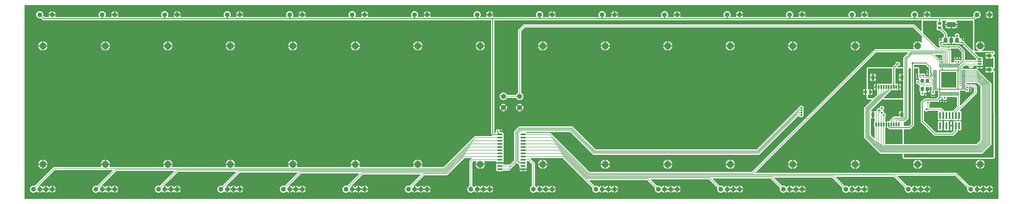
<source format=gbl>
G04 #@! TF.GenerationSoftware,KiCad,Pcbnew,9.0.6*
G04 #@! TF.CreationDate,2025-12-16T13:31:05+01:00*
G04 #@! TF.ProjectId,MBO,4d424f2e-6b69-4636-9164-5f7063625858,rev?*
G04 #@! TF.SameCoordinates,Original*
G04 #@! TF.FileFunction,Copper,L2,Bot*
G04 #@! TF.FilePolarity,Positive*
%FSLAX46Y46*%
G04 Gerber Fmt 4.6, Leading zero omitted, Abs format (unit mm)*
G04 Created by KiCad (PCBNEW 9.0.6) date 2025-12-16 13:31:05*
%MOMM*%
%LPD*%
G01*
G04 APERTURE LIST*
G04 Aperture macros list*
%AMRoundRect*
0 Rectangle with rounded corners*
0 $1 Rounding radius*
0 $2 $3 $4 $5 $6 $7 $8 $9 X,Y pos of 4 corners*
0 Add a 4 corners polygon primitive as box body*
4,1,4,$2,$3,$4,$5,$6,$7,$8,$9,$2,$3,0*
0 Add four circle primitives for the rounded corners*
1,1,$1+$1,$2,$3*
1,1,$1+$1,$4,$5*
1,1,$1+$1,$6,$7*
1,1,$1+$1,$8,$9*
0 Add four rect primitives between the rounded corners*
20,1,$1+$1,$2,$3,$4,$5,0*
20,1,$1+$1,$4,$5,$6,$7,0*
20,1,$1+$1,$6,$7,$8,$9,0*
20,1,$1+$1,$8,$9,$2,$3,0*%
G04 Aperture macros list end*
G04 #@! TA.AperFunction,ComponentPad*
%ADD10C,1.860400*%
G04 #@! TD*
G04 #@! TA.AperFunction,ComponentPad*
%ADD11C,2.700000*%
G04 #@! TD*
G04 #@! TA.AperFunction,ComponentPad*
%ADD12C,2.000000*%
G04 #@! TD*
G04 #@! TA.AperFunction,SMDPad,CuDef*
%ADD13RoundRect,0.140000X-0.170000X0.140000X-0.170000X-0.140000X0.170000X-0.140000X0.170000X0.140000X0*%
G04 #@! TD*
G04 #@! TA.AperFunction,SMDPad,CuDef*
%ADD14RoundRect,0.140000X0.140000X0.170000X-0.140000X0.170000X-0.140000X-0.170000X0.140000X-0.170000X0*%
G04 #@! TD*
G04 #@! TA.AperFunction,SMDPad,CuDef*
%ADD15RoundRect,0.140000X0.170000X-0.140000X0.170000X0.140000X-0.170000X0.140000X-0.170000X-0.140000X0*%
G04 #@! TD*
G04 #@! TA.AperFunction,SMDPad,CuDef*
%ADD16RoundRect,0.250000X0.450000X-0.262500X0.450000X0.262500X-0.450000X0.262500X-0.450000X-0.262500X0*%
G04 #@! TD*
G04 #@! TA.AperFunction,SMDPad,CuDef*
%ADD17RoundRect,0.135000X0.185000X-0.135000X0.185000X0.135000X-0.185000X0.135000X-0.185000X-0.135000X0*%
G04 #@! TD*
G04 #@! TA.AperFunction,SMDPad,CuDef*
%ADD18R,0.660400X1.549400*%
G04 #@! TD*
G04 #@! TA.AperFunction,SMDPad,CuDef*
%ADD19R,1.295400X1.905000*%
G04 #@! TD*
G04 #@! TA.AperFunction,SMDPad,CuDef*
%ADD20RoundRect,0.075000X-0.700000X-0.075000X0.700000X-0.075000X0.700000X0.075000X-0.700000X0.075000X0*%
G04 #@! TD*
G04 #@! TA.AperFunction,SMDPad,CuDef*
%ADD21RoundRect,0.075000X-0.075000X-0.700000X0.075000X-0.700000X0.075000X0.700000X-0.075000X0.700000X0*%
G04 #@! TD*
G04 #@! TA.AperFunction,SMDPad,CuDef*
%ADD22RoundRect,0.140000X-0.140000X-0.170000X0.140000X-0.170000X0.140000X0.170000X-0.140000X0.170000X0*%
G04 #@! TD*
G04 #@! TA.AperFunction,SMDPad,CuDef*
%ADD23RoundRect,0.250000X0.262500X0.450000X-0.262500X0.450000X-0.262500X-0.450000X0.262500X-0.450000X0*%
G04 #@! TD*
G04 #@! TA.AperFunction,SMDPad,CuDef*
%ADD24R,0.740000X2.790000*%
G04 #@! TD*
G04 #@! TA.AperFunction,SMDPad,CuDef*
%ADD25RoundRect,0.150000X0.875000X0.150000X-0.875000X0.150000X-0.875000X-0.150000X0.875000X-0.150000X0*%
G04 #@! TD*
G04 #@! TA.AperFunction,SMDPad,CuDef*
%ADD26RoundRect,0.250000X0.400000X-0.550000X0.400000X0.550000X-0.400000X0.550000X-0.400000X-0.550000X0*%
G04 #@! TD*
G04 #@! TA.AperFunction,SMDPad,CuDef*
%ADD27RoundRect,0.375000X0.375000X-0.625000X0.375000X0.625000X-0.375000X0.625000X-0.375000X-0.625000X0*%
G04 #@! TD*
G04 #@! TA.AperFunction,SMDPad,CuDef*
%ADD28RoundRect,0.500000X1.400000X-0.500000X1.400000X0.500000X-1.400000X0.500000X-1.400000X-0.500000X0*%
G04 #@! TD*
G04 #@! TA.AperFunction,SMDPad,CuDef*
%ADD29R,1.549400X0.660400*%
G04 #@! TD*
G04 #@! TA.AperFunction,SMDPad,CuDef*
%ADD30R,1.905000X1.295400*%
G04 #@! TD*
G04 #@! TA.AperFunction,ViaPad*
%ADD31C,0.800000*%
G04 #@! TD*
G04 #@! TA.AperFunction,Conductor*
%ADD32C,0.200000*%
G04 #@! TD*
G04 #@! TA.AperFunction,Conductor*
%ADD33C,0.300000*%
G04 #@! TD*
G04 APERTURE END LIST*
D10*
X252750000Y-228600000D03*
X250250000Y-228600000D03*
X252750000Y-158600000D03*
X255250000Y-228600000D03*
X257750000Y-228600000D03*
D11*
X254000000Y-218600000D03*
X254000000Y-171100000D03*
D10*
X257750000Y-158600000D03*
D12*
X338250000Y-191350000D03*
X344750000Y-191350000D03*
X338250000Y-195850000D03*
X344750000Y-195850000D03*
D10*
X177750000Y-228600000D03*
X175250000Y-228600000D03*
X177750000Y-158600000D03*
X180250000Y-228600000D03*
X182750000Y-228600000D03*
D11*
X179000000Y-218600000D03*
X179000000Y-171100000D03*
D10*
X182750000Y-158600000D03*
X352750000Y-228600000D03*
X350250000Y-228600000D03*
X352750000Y-158600000D03*
X355250000Y-228600000D03*
X357750000Y-228600000D03*
D11*
X354000000Y-218600000D03*
X354000000Y-171100000D03*
D10*
X357750000Y-158600000D03*
X502750000Y-228600000D03*
X500250000Y-228600000D03*
X502750000Y-158600000D03*
X505250000Y-228600000D03*
X507750000Y-228600000D03*
D11*
X504000000Y-218600000D03*
X504000000Y-171100000D03*
D10*
X507750000Y-158600000D03*
X377750000Y-228600000D03*
X375250000Y-228600000D03*
X377750000Y-158600000D03*
X380250000Y-228600000D03*
X382750000Y-228600000D03*
D11*
X379000000Y-218600000D03*
X379000000Y-171100000D03*
D10*
X382750000Y-158600000D03*
X527750000Y-228600000D03*
X525250000Y-228600000D03*
X527750000Y-158600000D03*
X530250000Y-228600000D03*
X532750000Y-228600000D03*
D11*
X529000000Y-218600000D03*
X529000000Y-171100000D03*
D10*
X532750000Y-158600000D03*
X327750000Y-228600000D03*
X325250000Y-228600000D03*
X327750000Y-158600000D03*
X330250000Y-228600000D03*
X332750000Y-228600000D03*
D11*
X329000000Y-218600000D03*
X329000000Y-171100000D03*
D10*
X332750000Y-158600000D03*
X427750000Y-228600000D03*
X425250000Y-228600000D03*
X427750000Y-158600000D03*
X430250000Y-228600000D03*
X432750000Y-228600000D03*
D11*
X429000000Y-218600000D03*
X429000000Y-171100000D03*
D10*
X432750000Y-158600000D03*
X452750000Y-228600000D03*
X450250000Y-228600000D03*
X452750000Y-158600000D03*
X455250000Y-228600000D03*
X457750000Y-228600000D03*
D11*
X454000000Y-218600000D03*
X454000000Y-171100000D03*
D10*
X457750000Y-158600000D03*
X227750000Y-228600000D03*
X225250000Y-228600000D03*
X227750000Y-158600000D03*
X230250000Y-228600000D03*
X232750000Y-228600000D03*
D11*
X229000000Y-218600000D03*
X229000000Y-171100000D03*
D10*
X232750000Y-158600000D03*
X202750000Y-228600000D03*
X200250000Y-228600000D03*
X202750000Y-158600000D03*
X205250000Y-228600000D03*
X207750000Y-228600000D03*
D11*
X204000000Y-218600000D03*
X204000000Y-171100000D03*
D10*
X207750000Y-158600000D03*
X277750000Y-228600000D03*
X275250000Y-228600000D03*
X277750000Y-158600000D03*
X280250000Y-228600000D03*
X282750000Y-228600000D03*
D11*
X279000000Y-218600000D03*
X279000000Y-171100000D03*
D10*
X282750000Y-158600000D03*
X152750000Y-228600000D03*
X150250000Y-228600000D03*
X152750000Y-158600000D03*
X155250000Y-228600000D03*
X157750000Y-228600000D03*
D11*
X154000000Y-218600000D03*
X154000000Y-171100000D03*
D10*
X157750000Y-158600000D03*
X477750000Y-228600000D03*
X475250000Y-228600000D03*
X477750000Y-158600000D03*
X480250000Y-228600000D03*
X482750000Y-228600000D03*
D11*
X479000000Y-218600000D03*
X479000000Y-171100000D03*
D10*
X482750000Y-158600000D03*
X302750000Y-228600000D03*
X300250000Y-228600000D03*
X302750000Y-158600000D03*
X305250000Y-228600000D03*
X307750000Y-228600000D03*
D11*
X304000000Y-218600000D03*
X304000000Y-171100000D03*
D10*
X307750000Y-158600000D03*
X402750000Y-228600000D03*
X400250000Y-228600000D03*
X402750000Y-158600000D03*
X405250000Y-228600000D03*
X407750000Y-228600000D03*
D11*
X404000000Y-218600000D03*
X404000000Y-171100000D03*
D10*
X407750000Y-158600000D03*
D13*
X504150000Y-184620000D03*
X504150000Y-185580000D03*
D14*
X524780000Y-187800000D03*
X523820000Y-187800000D03*
D15*
X512800000Y-192930000D03*
X512800000Y-191970000D03*
D16*
X512750000Y-163882500D03*
X512750000Y-162057500D03*
D17*
X514800000Y-192960000D03*
X514800000Y-191940000D03*
D15*
X521800000Y-169730000D03*
X521800000Y-168770000D03*
D14*
X509200000Y-182950000D03*
X508240000Y-182950000D03*
D18*
X487400000Y-202600000D03*
X488400000Y-202600000D03*
X489400000Y-202600000D03*
X490400000Y-202600000D03*
X491400000Y-202600000D03*
X492400000Y-202600000D03*
X493400000Y-202598500D03*
X494400000Y-202598500D03*
X495400000Y-202598500D03*
X496400000Y-202598500D03*
D19*
X497700000Y-198723500D03*
X486100000Y-198725000D03*
D13*
X520300000Y-176470000D03*
X520300000Y-177430000D03*
D20*
X510875000Y-188450000D03*
X510875000Y-187950000D03*
X510875000Y-187450000D03*
X510875000Y-186950000D03*
X510875000Y-186450000D03*
X510875000Y-185950000D03*
X510875000Y-185450000D03*
X510875000Y-184950000D03*
X510875000Y-184450000D03*
X510875000Y-183950000D03*
X510875000Y-183450000D03*
X510875000Y-182950000D03*
X510875000Y-182450000D03*
X510875000Y-181950000D03*
X510875000Y-181450000D03*
X510875000Y-180950000D03*
D21*
X512800000Y-179025000D03*
X513300000Y-179025000D03*
X513800000Y-179025000D03*
X514300000Y-179025000D03*
X514800000Y-179025000D03*
X515300000Y-179025000D03*
X515800000Y-179025000D03*
X516300000Y-179025000D03*
X516800000Y-179025000D03*
X517300000Y-179025000D03*
X517800000Y-179025000D03*
X518300000Y-179025000D03*
X518800000Y-179025000D03*
X519300000Y-179025000D03*
X519800000Y-179025000D03*
X520300000Y-179025000D03*
D20*
X522225000Y-180950000D03*
X522225000Y-181450000D03*
X522225000Y-181950000D03*
X522225000Y-182450000D03*
X522225000Y-182950000D03*
X522225000Y-183450000D03*
X522225000Y-183950000D03*
X522225000Y-184450000D03*
X522225000Y-184950000D03*
X522225000Y-185450000D03*
X522225000Y-185950000D03*
X522225000Y-186450000D03*
X522225000Y-186950000D03*
X522225000Y-187450000D03*
X522225000Y-187950000D03*
X522225000Y-188450000D03*
D21*
X520300000Y-190375000D03*
X519800000Y-190375000D03*
X519300000Y-190375000D03*
X518800000Y-190375000D03*
X518300000Y-190375000D03*
X517800000Y-190375000D03*
X517300000Y-190375000D03*
X516800000Y-190375000D03*
X516300000Y-190375000D03*
X515800000Y-190375000D03*
X515300000Y-190375000D03*
X514800000Y-190375000D03*
X514300000Y-190375000D03*
X513800000Y-190375000D03*
X513300000Y-190375000D03*
X512800000Y-190375000D03*
D15*
X510150000Y-190830000D03*
X510150000Y-189870000D03*
D22*
X505820000Y-190300000D03*
X506780000Y-190300000D03*
X503970000Y-183050000D03*
X504930000Y-183050000D03*
D14*
X509200000Y-181550000D03*
X508240000Y-181550000D03*
D23*
X484962500Y-189600000D03*
X483137500Y-189600000D03*
D24*
X520590000Y-203135000D03*
X520590000Y-199065000D03*
X519320000Y-203135000D03*
X519320000Y-199065000D03*
X518050000Y-203135000D03*
X518050000Y-199065000D03*
X516780000Y-203135000D03*
X516780000Y-199065000D03*
X515510000Y-203135000D03*
X515510000Y-199065000D03*
X514240000Y-203135000D03*
X514240000Y-199065000D03*
X512970000Y-203135000D03*
X512970000Y-199065000D03*
D15*
X513250000Y-169700000D03*
X513250000Y-168740000D03*
D25*
X346150000Y-206615000D03*
X346150000Y-207885000D03*
X346150000Y-209155000D03*
X346150000Y-210425000D03*
X346150000Y-211695000D03*
X346150000Y-212965000D03*
X346150000Y-214235000D03*
X346150000Y-215505000D03*
X346150000Y-216775000D03*
X346150000Y-218045000D03*
X346150000Y-219315000D03*
X346150000Y-220585000D03*
X336850000Y-220585000D03*
X336850000Y-219315000D03*
X336850000Y-218045000D03*
X336850000Y-216775000D03*
X336850000Y-215505000D03*
X336850000Y-214235000D03*
X336850000Y-212965000D03*
X336850000Y-211695000D03*
X336850000Y-210425000D03*
X336850000Y-209155000D03*
X336850000Y-207885000D03*
X336850000Y-206615000D03*
D13*
X519250000Y-176470000D03*
X519250000Y-177430000D03*
D17*
X516300000Y-172560000D03*
X516300000Y-171540000D03*
D14*
X524780000Y-188850000D03*
X523820000Y-188850000D03*
D26*
X505850000Y-188400000D03*
X505850000Y-185100000D03*
X507850000Y-185100000D03*
X507850000Y-188400000D03*
D27*
X519750000Y-168850000D03*
X517450000Y-168850000D03*
X515150000Y-168850000D03*
D28*
X517450000Y-162550000D03*
D18*
X487400000Y-187600000D03*
X488400000Y-187600000D03*
X489400000Y-187600000D03*
X490400000Y-187600000D03*
X491400000Y-187600000D03*
X492400000Y-187600000D03*
X493400000Y-187598500D03*
X494400000Y-187598500D03*
X495400000Y-187598500D03*
X496400000Y-187598500D03*
D19*
X497700000Y-183723500D03*
X486100000Y-183725000D03*
D14*
X336980000Y-205350000D03*
X336020000Y-205350000D03*
D13*
X513650000Y-176470000D03*
X513650000Y-177430000D03*
D17*
X508100000Y-193860000D03*
X508100000Y-192840000D03*
D29*
X528751500Y-176350000D03*
X528751500Y-177350000D03*
X528751500Y-178350000D03*
X528751500Y-179350000D03*
D30*
X532626500Y-180650000D03*
X532626500Y-175050000D03*
D31*
X531350000Y-177950000D03*
X486500000Y-189600000D03*
X496800000Y-185750000D03*
X514400000Y-207800000D03*
X503400000Y-208800000D03*
X504200000Y-190900000D03*
X508050000Y-190300000D03*
X513750000Y-214950000D03*
X510800000Y-198900000D03*
X516325000Y-166200000D03*
X516000000Y-186300000D03*
X503950000Y-198050000D03*
X510600000Y-194950000D03*
X502850000Y-183000000D03*
X517400000Y-201100000D03*
X524500000Y-174600000D03*
X522800000Y-168775000D03*
X522250000Y-192050000D03*
X527050000Y-179400000D03*
X514600000Y-162550000D03*
X525600000Y-202900000D03*
X513800000Y-192950000D03*
X504050000Y-187050000D03*
X528400000Y-205150000D03*
X522200000Y-196650000D03*
X507100000Y-163950000D03*
X503750000Y-214950000D03*
X511250000Y-190850000D03*
X527100000Y-192550000D03*
X527350000Y-214800000D03*
X505500000Y-204400000D03*
X517500000Y-194150000D03*
X500175000Y-201850000D03*
X514250000Y-201100000D03*
X513500000Y-175450000D03*
X517500000Y-182100000D03*
X528350000Y-188200000D03*
X524800000Y-190200000D03*
X521825000Y-170800000D03*
X520700000Y-207400000D03*
X519350000Y-173450000D03*
X525950000Y-196550000D03*
X522650000Y-179900000D03*
X507800000Y-201050000D03*
X496050000Y-178350000D03*
X519750000Y-166950000D03*
X492775000Y-194500000D03*
X495248409Y-194774170D03*
X507400000Y-183050000D03*
X508200000Y-180600000D03*
X485800000Y-200550000D03*
X501900000Y-178000000D03*
X507500000Y-196550000D03*
X506250000Y-183000000D03*
X457450000Y-198850000D03*
X490400000Y-198850000D03*
X488450000Y-196950000D03*
X457450000Y-196945194D03*
X489700000Y-197900000D03*
X457450000Y-197897597D03*
X457450000Y-195992791D03*
X489700000Y-196050000D03*
D32*
X513300000Y-178017550D02*
X513003400Y-177720950D01*
X513800000Y-192032450D02*
X513800000Y-192950000D01*
X513003400Y-177720950D02*
X513003400Y-176796600D01*
X513300000Y-190375000D02*
X513300000Y-191532450D01*
X503970000Y-183050000D02*
X502900000Y-183050000D01*
X504630000Y-185100000D02*
X504150000Y-184620000D01*
X502900000Y-183050000D02*
X502850000Y-183000000D01*
X513300000Y-191532450D02*
X513800000Y-192032450D01*
X513330000Y-176470000D02*
X513650000Y-176470000D01*
X513300000Y-179025000D02*
X513300000Y-178017550D01*
X505850000Y-185100000D02*
X504630000Y-185100000D01*
X513003400Y-176796600D02*
X513330000Y-176470000D01*
D33*
X528450000Y-176400000D02*
X522576000Y-170526000D01*
X528775000Y-176400000D02*
X528450000Y-176400000D01*
X494400000Y-187598500D02*
X494400000Y-180000000D01*
X519750000Y-168850000D02*
X519780000Y-168850000D01*
X522576000Y-170526000D02*
X522576000Y-170488925D01*
X520660000Y-169730000D02*
X521800000Y-169730000D01*
X494400000Y-187598500D02*
X495400000Y-187598500D01*
X522099000Y-170049000D02*
X521800000Y-169750000D01*
X522136075Y-170049000D02*
X522099000Y-170049000D01*
X494400000Y-180000000D02*
X496050000Y-178350000D01*
X519780000Y-168850000D02*
X520660000Y-169730000D01*
X521800000Y-169750000D02*
X521800000Y-169730000D01*
X522576000Y-170488925D02*
X522136075Y-170049000D01*
X519750000Y-166950000D02*
X519750000Y-168850000D01*
X520850000Y-188450000D02*
X520150000Y-188450000D01*
X520850000Y-188450000D02*
X512900000Y-188450000D01*
X513800000Y-177580000D02*
X513650000Y-177430000D01*
X512530000Y-191970000D02*
X511650000Y-192850000D01*
X522200000Y-177100000D02*
X520300000Y-179000000D01*
X512800000Y-180900000D02*
X512800000Y-188550000D01*
X512750000Y-163882500D02*
X515200000Y-166332500D01*
X505850000Y-193900000D02*
X505850000Y-201350000D01*
X512800000Y-190375000D02*
X512800000Y-191970000D01*
X520300000Y-179025000D02*
X520300000Y-180750000D01*
X519320000Y-205230000D02*
X519320000Y-203135000D01*
X515200000Y-168870000D02*
X515200000Y-166332500D01*
X519320000Y-202110000D02*
X519320000Y-203135000D01*
X505850000Y-201350000D02*
X511000000Y-206500000D01*
X518050000Y-206500000D02*
X519320000Y-205230000D01*
X513800000Y-179025000D02*
X513800000Y-180800000D01*
X512900000Y-188450000D02*
X512800000Y-188550000D01*
X513700000Y-180900000D02*
X520150000Y-180900000D01*
X523420000Y-188450000D02*
X523820000Y-188850000D01*
X513250000Y-169700000D02*
X514370000Y-169700000D01*
X513250000Y-170750000D02*
X514000000Y-171500000D01*
X522200000Y-173300000D02*
X522200000Y-177100000D01*
X512800000Y-190375000D02*
X512800000Y-188550000D01*
X510875000Y-188450000D02*
X512700000Y-188450000D01*
X510150000Y-188962500D02*
X510662500Y-188450000D01*
X513250000Y-169700000D02*
X513250000Y-170750000D01*
X512700000Y-188450000D02*
X512800000Y-188550000D01*
X513800000Y-180800000D02*
X513700000Y-180900000D01*
X520300000Y-180750000D02*
X520150000Y-180900000D01*
X520400000Y-171500000D02*
X522200000Y-173300000D01*
X520300000Y-179025000D02*
X520300000Y-177430000D01*
X512800000Y-191970000D02*
X512530000Y-191970000D01*
X511000000Y-206500000D02*
X518050000Y-206500000D01*
X513800000Y-179025000D02*
X513800000Y-177580000D01*
X510150000Y-189870000D02*
X510150000Y-188962500D01*
X513700000Y-180900000D02*
X512800000Y-180900000D01*
X510662500Y-188450000D02*
X510875000Y-188450000D01*
X506900000Y-192850000D02*
X505850000Y-193900000D01*
X522225000Y-188450000D02*
X523420000Y-188450000D01*
X512917500Y-164050000D02*
X512750000Y-163882500D01*
X514370000Y-169700000D02*
X515200000Y-168870000D01*
X522225000Y-188450000D02*
X520850000Y-188450000D01*
X520150000Y-188450000D02*
X520150000Y-180900000D01*
X514000000Y-171500000D02*
X520400000Y-171500000D01*
X511650000Y-192850000D02*
X506900000Y-192850000D01*
D32*
X523670000Y-187950000D02*
X523820000Y-187800000D01*
X522225000Y-187950000D02*
X523670000Y-187950000D01*
X510100001Y-182950000D02*
X509800000Y-183250001D01*
X509800000Y-183387550D02*
X509526550Y-183661000D01*
X508873450Y-183661000D02*
X508262450Y-183050000D01*
X508240000Y-183050000D02*
X507400000Y-183050000D01*
X510875000Y-182950000D02*
X510100001Y-182950000D01*
X509526550Y-183661000D02*
X508873450Y-183661000D01*
X509800000Y-183250001D02*
X509800000Y-183387550D01*
X508262450Y-183050000D02*
X508240000Y-183050000D01*
X505820000Y-188430000D02*
X505850000Y-188400000D01*
X505820000Y-190300000D02*
X505820000Y-188430000D01*
X506750000Y-186900000D02*
X505850000Y-187800000D01*
X509775000Y-186450000D02*
X509325000Y-186900000D01*
X509325000Y-186900000D02*
X506750000Y-186900000D01*
X505850000Y-187800000D02*
X505850000Y-188400000D01*
X510875000Y-186450000D02*
X509775000Y-186450000D01*
X506400000Y-186550000D02*
X505085000Y-186550000D01*
X504150000Y-185615000D02*
X504150000Y-185580000D01*
X508700000Y-185950000D02*
X507850000Y-185100000D01*
X507850000Y-185100000D02*
X506400000Y-186550000D01*
X510875000Y-185950000D02*
X508700000Y-185950000D01*
X505085000Y-186550000D02*
X504150000Y-185615000D01*
X519800000Y-177980000D02*
X519250000Y-177430000D01*
X519800000Y-179025000D02*
X519800000Y-177980000D01*
X314600000Y-220300000D02*
X325825000Y-209075000D01*
X325825000Y-209075000D02*
X325950000Y-208950001D01*
X325950000Y-208950001D02*
X327015000Y-207885000D01*
X158550000Y-220300000D02*
X314600000Y-220300000D01*
X150250000Y-228600000D02*
X158550000Y-220300000D01*
X327015000Y-207885000D02*
X336850000Y-207885000D01*
X326244784Y-209155000D02*
X314746384Y-220653400D01*
X336850000Y-209155000D02*
X326244784Y-209155000D01*
X314746384Y-220653400D02*
X183196600Y-220653400D01*
X183196600Y-220653400D02*
X175250000Y-228600000D01*
X336850000Y-210425000D02*
X325475000Y-210425000D01*
X325475000Y-210425000D02*
X314893200Y-221006800D01*
X314893200Y-221006800D02*
X207843200Y-221006800D01*
X207843200Y-221006800D02*
X200250000Y-228600000D01*
X232489800Y-221360200D02*
X225250000Y-228600000D01*
X324705000Y-211695000D02*
X315039800Y-221360200D01*
X336850000Y-211695000D02*
X324705000Y-211695000D01*
X315039800Y-221360200D02*
X232489800Y-221360200D01*
X336850000Y-212965000D02*
X323934784Y-212965000D01*
X257136400Y-221713600D02*
X250250000Y-228600000D01*
X323934784Y-212965000D02*
X315186184Y-221713600D01*
X315186184Y-221713600D02*
X257136400Y-221713600D01*
X315332568Y-222067000D02*
X281783000Y-222067000D01*
X281783000Y-222067000D02*
X275250000Y-228600000D01*
X336850000Y-214235000D02*
X323164568Y-214235000D01*
X323164568Y-214235000D02*
X315332568Y-222067000D01*
X336850000Y-215505000D02*
X322394352Y-215505000D01*
X322394352Y-215505000D02*
X315478951Y-222420400D01*
X306429600Y-222420400D02*
X300250000Y-228600000D01*
X315478951Y-222420400D02*
X306429600Y-222420400D01*
X336850000Y-216775000D02*
X325975000Y-216775000D01*
X325250000Y-217500000D02*
X325975000Y-216775000D01*
X325250000Y-228600000D02*
X325250000Y-217500000D01*
X348675000Y-216775000D02*
X350250000Y-218350000D01*
X350250000Y-218350000D02*
X350250000Y-228600000D01*
X346150000Y-216775000D02*
X348675000Y-216775000D01*
X362155000Y-215505000D02*
X375250000Y-228600000D01*
X346150000Y-215505000D02*
X362155000Y-215505000D01*
X361435000Y-214235000D02*
X371600000Y-224400000D01*
X396050000Y-224400000D02*
X400250000Y-228600000D01*
X371600000Y-224400000D02*
X396050000Y-224400000D01*
X346150000Y-214235000D02*
X361435000Y-214235000D01*
X360664784Y-212965000D02*
X371746384Y-224046600D01*
X346150000Y-212965000D02*
X360664784Y-212965000D01*
X420696600Y-224046600D02*
X425250000Y-228600000D01*
X371746384Y-224046600D02*
X420696600Y-224046600D01*
X346150000Y-211695000D02*
X359894568Y-211695000D01*
X371892768Y-223693200D02*
X445343200Y-223693200D01*
X445343200Y-223693200D02*
X450250000Y-228600000D01*
X359894568Y-211695000D02*
X371892768Y-223693200D01*
X372039152Y-223339800D02*
X469989800Y-223339800D01*
X359124352Y-210425000D02*
X372039152Y-223339800D01*
X469989800Y-223339800D02*
X475250000Y-228600000D01*
X346150000Y-210425000D02*
X359124352Y-210425000D01*
X346150000Y-209155000D02*
X358354136Y-209155000D01*
X494636400Y-222986400D02*
X500250000Y-228600000D01*
X372185536Y-222986400D02*
X494636400Y-222986400D01*
X358354136Y-209155000D02*
X372185536Y-222986400D01*
X372331920Y-222633000D02*
X519283000Y-222633000D01*
X357583920Y-207885000D02*
X372331920Y-222633000D01*
X346150000Y-207885000D02*
X357583920Y-207885000D01*
X519283000Y-222633000D02*
X525250000Y-228600000D01*
X522499784Y-178400000D02*
X521153400Y-179746384D01*
X525640000Y-178660000D02*
X525640000Y-179230000D01*
X524600000Y-178400000D02*
X523951957Y-178400000D01*
X525380000Y-179490000D02*
X525250000Y-179490000D01*
X528775000Y-178400000D02*
X525900000Y-178400000D01*
X524730000Y-178400000D02*
X524600000Y-178400000D01*
X521153400Y-186153399D02*
X521450001Y-186450000D01*
X521153400Y-179746384D02*
X521153400Y-186153399D01*
X521450001Y-186450000D02*
X522225000Y-186450000D01*
X524990000Y-179230000D02*
X524990000Y-178660000D01*
X523951957Y-178400000D02*
X522499784Y-178400000D01*
X525250000Y-179490000D02*
G75*
G02*
X524990000Y-179230000I0J260000D01*
G01*
X524990000Y-178660000D02*
G75*
G03*
X524730000Y-178400000I-260000J0D01*
G01*
X525640000Y-179230000D02*
G75*
G02*
X525380000Y-179490000I-260000J0D01*
G01*
X525900000Y-178400000D02*
G75*
G03*
X525640000Y-178660000I0J-260000D01*
G01*
X528751500Y-177350000D02*
X523050000Y-177350000D01*
X521050000Y-186950000D02*
X522225000Y-186950000D01*
X523050000Y-177350000D02*
X520800000Y-179600000D01*
X520800000Y-179600000D02*
X520800000Y-186700000D01*
X520800000Y-186700000D02*
X521050000Y-186950000D01*
X516800000Y-173100000D02*
X516800000Y-179025000D01*
X346581000Y-163069000D02*
X502369000Y-163069000D01*
X511600000Y-172300000D02*
X516000000Y-172300000D01*
X502369000Y-163069000D02*
X511600000Y-172300000D01*
X516000000Y-172300000D02*
X516800000Y-173100000D01*
X344750000Y-191350000D02*
X344750000Y-164900000D01*
X338250000Y-191350000D02*
X344750000Y-191350000D01*
X344750000Y-164900000D02*
X346581000Y-163069000D01*
X514800000Y-190375000D02*
X514800000Y-191940000D01*
D33*
X327800000Y-160150000D02*
X352700000Y-160150000D01*
X452750000Y-158600000D02*
X452750000Y-160050000D01*
X492894600Y-203900000D02*
X492400000Y-203405400D01*
X501900000Y-178000000D02*
X501900000Y-202800000D01*
X302750000Y-160100000D02*
X302700000Y-160150000D01*
X502750000Y-160100000D02*
X502700000Y-160150000D01*
X336020000Y-205350000D02*
X336020000Y-205785000D01*
X334000000Y-206230000D02*
X334385000Y-206615000D01*
X326000000Y-160150000D02*
X327800000Y-160150000D01*
X512750000Y-162057500D02*
X512750000Y-160200000D01*
X352700000Y-160150000D02*
X377700000Y-160150000D01*
X509200000Y-181690001D02*
X509200000Y-182000000D01*
X509200000Y-179850000D02*
X509200000Y-181550000D01*
X510875000Y-182450000D02*
X509650000Y-182450000D01*
X302700000Y-160150000D02*
X326000000Y-160150000D01*
X154300000Y-160150000D02*
X177700000Y-160150000D01*
X327750000Y-160100000D02*
X327800000Y-160150000D01*
X152750000Y-158600000D02*
X154300000Y-160150000D01*
X526200000Y-160150000D02*
X527750000Y-158600000D01*
X327750000Y-158600000D02*
X327750000Y-160100000D01*
X252800000Y-160150000D02*
X277750000Y-160150000D01*
X500800000Y-203900000D02*
X492894600Y-203900000D01*
X227750000Y-158600000D02*
X227750000Y-160150000D01*
X512750000Y-160200000D02*
X512700000Y-160150000D01*
X252750000Y-160100000D02*
X252800000Y-160150000D01*
X427750000Y-160100000D02*
X427700000Y-160150000D01*
X501900000Y-178000000D02*
X507350000Y-178000000D01*
X477750000Y-158600000D02*
X477750000Y-160150000D01*
X452650000Y-160150000D02*
X477750000Y-160150000D01*
X377700000Y-160150000D02*
X402700000Y-160150000D01*
X177750000Y-158600000D02*
X177750000Y-160100000D01*
X177750000Y-160100000D02*
X177700000Y-160150000D01*
X202750000Y-160150000D02*
X227750000Y-160150000D01*
X492400000Y-203405400D02*
X492400000Y-202600000D01*
X334000000Y-160150000D02*
X334000000Y-206230000D01*
X377750000Y-158600000D02*
X377750000Y-160100000D01*
X277750000Y-158600000D02*
X277750000Y-160150000D01*
X402700000Y-160150000D02*
X427700000Y-160150000D01*
X510875000Y-182450000D02*
X509800000Y-182450000D01*
X326000000Y-160150000D02*
X334000000Y-160150000D01*
X477750000Y-160150000D02*
X502700000Y-160150000D01*
X512700000Y-160150000D02*
X526200000Y-160150000D01*
X452750000Y-160050000D02*
X452650000Y-160150000D01*
X334385000Y-206615000D02*
X336850000Y-206615000D01*
X502750000Y-158600000D02*
X502750000Y-160100000D01*
X402750000Y-158600000D02*
X402750000Y-160100000D01*
X501900000Y-202800000D02*
X500800000Y-203900000D01*
X427750000Y-158600000D02*
X427750000Y-160100000D01*
X509650000Y-182450000D02*
X509200000Y-182000000D01*
X427700000Y-160150000D02*
X452650000Y-160150000D01*
X252750000Y-158600000D02*
X252750000Y-160100000D01*
X509800000Y-182450000D02*
X509200000Y-183050000D01*
X202750000Y-158600000D02*
X202750000Y-160150000D01*
X336020000Y-205785000D02*
X336850000Y-206615000D01*
X502700000Y-160150000D02*
X512700000Y-160150000D01*
X177700000Y-160150000D02*
X202750000Y-160150000D01*
X227750000Y-160150000D02*
X252800000Y-160150000D01*
X302750000Y-158600000D02*
X302750000Y-160100000D01*
X377750000Y-160100000D02*
X377700000Y-160150000D01*
X352750000Y-160100000D02*
X352700000Y-160150000D01*
X507350000Y-178000000D02*
X509200000Y-179850000D01*
X352750000Y-158600000D02*
X352750000Y-160100000D01*
X277750000Y-160150000D02*
X302700000Y-160150000D01*
X402750000Y-160100000D02*
X402700000Y-160150000D01*
D32*
X510036894Y-185353400D02*
X509846600Y-185163106D01*
X508100000Y-196500000D02*
X508050000Y-196550000D01*
X504980000Y-183000000D02*
X504930000Y-183050000D01*
X510875000Y-185450000D02*
X510875000Y-185425000D01*
X507500000Y-196550000D02*
X513300000Y-196550000D01*
X504930000Y-183730000D02*
X504950000Y-183750000D01*
X509050000Y-184350000D02*
X508450000Y-183750000D01*
X513300000Y-196550000D02*
X514240000Y-197490000D01*
X508100000Y-193860000D02*
X508100000Y-196500000D01*
X506250000Y-183000000D02*
X504980000Y-183000000D01*
X509846600Y-184396600D02*
X509800000Y-184350000D01*
X510803400Y-185353400D02*
X510036894Y-185353400D01*
X514240000Y-197490000D02*
X514240000Y-199065000D01*
X510875000Y-185425000D02*
X510803400Y-185353400D01*
X509846600Y-185163106D02*
X509846600Y-184396600D01*
X508050000Y-196550000D02*
X507500000Y-196550000D01*
X509800000Y-184350000D02*
X509050000Y-184350000D01*
X508450000Y-183750000D02*
X504950000Y-183750000D01*
X504930000Y-183050000D02*
X504930000Y-183730000D01*
X520300000Y-195813200D02*
X518050000Y-198063200D01*
X518050000Y-198063200D02*
X518050000Y-199065000D01*
X520300000Y-190375000D02*
X520300000Y-195813200D01*
X526700000Y-187150000D02*
X527050000Y-187500000D01*
X519320000Y-197630000D02*
X519320000Y-199065000D01*
X522225000Y-187450000D02*
X523000000Y-187450000D01*
X527050000Y-187500000D02*
X527050000Y-189900000D01*
X527050000Y-189900000D02*
X519320000Y-197630000D01*
X523300000Y-187150000D02*
X526700000Y-187150000D01*
X523000000Y-187450000D02*
X523300000Y-187150000D01*
X455699352Y-198850000D02*
X457450000Y-198850000D01*
X490400000Y-207600000D02*
X490400000Y-210593199D01*
X346150000Y-218045000D02*
X344995000Y-218045000D01*
X440299350Y-214250000D02*
X455699352Y-198850000D01*
X522225000Y-185450000D02*
X528117813Y-185450000D01*
X529750000Y-209150000D02*
X527831801Y-211068199D01*
X365250000Y-205050000D02*
X374450000Y-214250000D01*
X529750000Y-187082187D02*
X529750000Y-209150000D01*
X345200000Y-205050000D02*
X365250000Y-205050000D01*
X374450000Y-214250000D02*
X440299350Y-214250000D01*
X344200000Y-217250000D02*
X344200000Y-206050000D01*
X527831801Y-211068199D02*
X490875000Y-211068199D01*
X490400000Y-210593199D02*
X490875000Y-211068199D01*
X344995000Y-218045000D02*
X344200000Y-217250000D01*
X344200000Y-206050000D02*
X345200000Y-205050000D01*
X490400000Y-198850000D02*
X490400000Y-207600000D01*
X528117813Y-185450000D02*
X529750000Y-187082187D01*
X527894847Y-183950000D02*
X530810200Y-186865353D01*
X530810200Y-186865353D02*
X530810200Y-209589149D01*
X522225000Y-183950000D02*
X527894847Y-183950000D01*
X487400000Y-198000000D02*
X488450000Y-196950000D01*
X343493201Y-205757232D02*
X344907234Y-204343200D01*
X456604590Y-196945194D02*
X457450000Y-196945194D01*
X489961753Y-211971199D02*
X487400000Y-209409446D01*
X365542767Y-204343200D02*
X374742768Y-213543200D01*
X530810200Y-209589149D02*
X528428150Y-211971199D01*
X487400000Y-207600000D02*
X487400000Y-209409446D01*
X343493200Y-217350000D02*
X343493201Y-205757232D01*
X374742768Y-213543200D02*
X440006583Y-213543200D01*
X528428150Y-211971199D02*
X489961753Y-211971199D01*
X344907234Y-204343200D02*
X365542767Y-204343200D01*
X440006583Y-213543200D02*
X456604590Y-196945194D01*
X340258200Y-220585000D02*
X343493200Y-217350000D01*
X336850000Y-220585000D02*
X340258200Y-220585000D01*
X487400000Y-207600000D02*
X487400000Y-198000000D01*
X498847000Y-199676644D02*
X498847000Y-175953000D01*
X501410200Y-173389800D02*
X514789800Y-173389800D01*
X493400000Y-201200000D02*
X494575000Y-200025000D01*
X493400000Y-202598500D02*
X493400000Y-201200000D01*
X494575000Y-200025000D02*
X498498644Y-200025000D01*
X515300000Y-173900000D02*
X515300000Y-179025000D01*
X498498644Y-200025000D02*
X498847000Y-199676644D01*
X498847000Y-175953000D02*
X501410200Y-173389800D01*
X514789800Y-173389800D02*
X515300000Y-173900000D01*
X514800000Y-174093200D02*
X514800000Y-179025000D01*
X501482478Y-173743200D02*
X514450000Y-173743200D01*
X498623322Y-200326000D02*
X499148000Y-199801322D01*
X499148000Y-199801322D02*
X499148000Y-176077678D01*
X495124000Y-200326000D02*
X498623322Y-200326000D01*
X494400000Y-202598500D02*
X494400000Y-201050000D01*
X499148000Y-176077678D02*
X501482478Y-173743200D01*
X494400000Y-201050000D02*
X495124000Y-200326000D01*
X514450000Y-173743200D02*
X514800000Y-174093200D01*
X457450000Y-197897597D02*
X456151971Y-197897597D01*
X374596384Y-213896600D02*
X365396383Y-204696600D01*
X440152966Y-213896600D02*
X374596384Y-213896600D01*
X528043491Y-184950000D02*
X530103400Y-187009909D01*
X343846600Y-217396383D02*
X345765217Y-219315000D01*
X345765217Y-219315000D02*
X346150000Y-219315000D01*
X345053617Y-204696600D02*
X343846601Y-205903615D01*
X489400000Y-198200000D02*
X489700000Y-197900000D01*
X489400000Y-207600000D02*
X489400000Y-198200000D01*
X528030584Y-211369199D02*
X490219199Y-211369199D01*
X522225000Y-184950000D02*
X528043491Y-184950000D01*
X365396383Y-204696600D02*
X345053617Y-204696600D01*
X490219199Y-211369199D02*
X489400000Y-210550000D01*
X343846601Y-205903615D02*
X343846600Y-217396383D01*
X530103400Y-209296383D02*
X528030584Y-211369199D01*
X489400000Y-207600000D02*
X489400000Y-210550000D01*
X530103400Y-187009909D02*
X530103400Y-209296383D01*
X456151971Y-197897597D02*
X440152966Y-213896600D01*
X498725000Y-201075000D02*
X499750000Y-200050000D01*
X496400000Y-201525000D02*
X496850000Y-201075000D01*
X499750000Y-176327034D02*
X501627034Y-174450000D01*
X501627034Y-174450000D02*
X509700000Y-174450000D01*
X512650000Y-178875000D02*
X512800000Y-179025000D01*
X512650000Y-177400000D02*
X512650000Y-178875000D01*
X509700000Y-174450000D02*
X512650000Y-177400000D01*
X496850000Y-201075000D02*
X498725000Y-201075000D01*
X496400000Y-202598500D02*
X496400000Y-201525000D01*
X499750000Y-200050000D02*
X499750000Y-176327034D01*
X495400000Y-201050000D02*
X495700000Y-200750000D01*
X514300000Y-174346600D02*
X514300000Y-179025000D01*
X514050000Y-174096600D02*
X514300000Y-174346600D01*
X495700000Y-200750000D02*
X498625000Y-200750000D01*
X501554756Y-174096600D02*
X514050000Y-174096600D01*
X498625000Y-200750000D02*
X499449000Y-199926000D01*
X499449000Y-176202356D02*
X501554756Y-174096600D01*
X499449000Y-199926000D02*
X499449000Y-176202356D01*
X495400000Y-202598500D02*
X495400000Y-201050000D01*
X488400000Y-207600000D02*
X488400000Y-198000000D01*
X527969169Y-184450000D02*
X530456800Y-186937631D01*
X343139802Y-205610848D02*
X344760851Y-203989800D01*
X490086431Y-211670199D02*
X488400000Y-209983768D01*
X365689151Y-203989800D02*
X374889152Y-213189800D01*
X530456800Y-186937631D02*
X530456800Y-209442766D01*
X528229367Y-211670199D02*
X490086431Y-211670199D01*
X457057209Y-195992791D02*
X457450000Y-195992791D01*
X489051000Y-197349000D02*
X489051000Y-196701057D01*
X522225000Y-184450000D02*
X527969169Y-184450000D01*
X344760851Y-203989800D02*
X365689151Y-203989800D01*
X488400000Y-207600000D02*
X488400000Y-209983768D01*
X336850000Y-219315000D02*
X341028416Y-219315000D01*
X439860200Y-213189800D02*
X457057209Y-195992791D01*
X374889152Y-213189800D02*
X439860200Y-213189800D01*
X341028416Y-219315000D02*
X343139800Y-217203616D01*
X488400000Y-198000000D02*
X489051000Y-197349000D01*
X489051000Y-196701057D02*
X489049972Y-196700028D01*
X343139800Y-217203616D02*
X343139802Y-205610848D01*
X489049972Y-196700028D02*
X489700000Y-196050000D01*
X530456800Y-209442766D02*
X528229367Y-211670199D01*
X515800000Y-179025000D02*
X515800000Y-173700000D01*
X487113600Y-173036400D02*
X437870400Y-222279600D01*
X515800000Y-173700000D02*
X515136400Y-173036400D01*
X515136400Y-173036400D02*
X487113600Y-173036400D01*
X437870400Y-222279600D02*
X372478304Y-222279600D01*
X356813704Y-206615000D02*
X346150000Y-206615000D01*
X372478304Y-222279600D02*
X356813704Y-206615000D01*
X527523237Y-181450000D02*
X522225000Y-181450000D01*
X532577202Y-210321061D02*
X532577202Y-186503965D01*
X529422064Y-213476199D02*
X532577202Y-210321061D01*
X483451000Y-207588836D02*
X489338363Y-213476199D01*
X489400000Y-190347288D02*
X483451000Y-196296288D01*
X532577202Y-186503965D02*
X527523237Y-181450000D01*
X489400000Y-187600000D02*
X489400000Y-190347288D01*
X489338363Y-213476199D02*
X529422064Y-213476199D01*
X483451000Y-196296288D02*
X483451000Y-207588836D01*
X493400000Y-188050000D02*
X484655000Y-196795000D01*
X531163600Y-186793075D02*
X527820525Y-183450000D01*
X528626933Y-212272199D02*
X531163600Y-209735532D01*
X484655000Y-207090124D02*
X489837075Y-212272199D01*
X493400000Y-187598500D02*
X493400000Y-188050000D01*
X527820525Y-183450000D02*
X522225000Y-183450000D01*
X531163600Y-209735532D02*
X531163600Y-186793075D01*
X484655000Y-196795000D02*
X484655000Y-207090124D01*
X489837075Y-212272199D02*
X528626933Y-212272199D01*
X484354000Y-207214802D02*
X489712397Y-212573199D01*
X492400000Y-187600000D02*
X492400000Y-188624322D01*
X528825719Y-212573199D02*
X531400000Y-209998918D01*
X527746203Y-182950000D02*
X522225000Y-182950000D01*
X484354000Y-196670322D02*
X484354000Y-207214802D01*
X531400000Y-209998918D02*
X531517000Y-209881915D01*
X531517000Y-209881915D02*
X531517000Y-186720797D01*
X531517000Y-186720797D02*
X527746203Y-182950000D01*
X489712397Y-212573199D02*
X528825719Y-212573199D01*
X492400000Y-188624322D02*
X484354000Y-196670322D01*
X532223802Y-186576243D02*
X527597559Y-181950000D01*
X490400000Y-187600000D02*
X490400000Y-189772966D01*
X483752000Y-207464158D02*
X489463041Y-213175199D01*
X489463041Y-213175199D02*
X529223281Y-213175199D01*
X490400000Y-189772966D02*
X483752000Y-196420966D01*
X527597559Y-181950000D02*
X522225000Y-181950000D01*
X483752000Y-196420966D02*
X483752000Y-207464158D01*
X532223802Y-210174678D02*
X532223802Y-186576243D01*
X529223281Y-213175199D02*
X532223802Y-210174678D01*
X489213685Y-213777199D02*
X529620849Y-213777199D01*
X488400000Y-187600000D02*
X488400000Y-190921610D01*
X483150000Y-196171610D02*
X483150000Y-207713514D01*
X483150000Y-207713514D02*
X489213685Y-213777199D01*
X529620849Y-213777199D02*
X532930602Y-210467444D01*
X527448915Y-180950000D02*
X522225000Y-180950000D01*
X532930602Y-210467444D02*
X532930602Y-186431687D01*
X488400000Y-190921610D02*
X483150000Y-196171610D01*
X532930602Y-186431687D02*
X527448915Y-180950000D01*
X491400000Y-187600000D02*
X491400000Y-189198644D01*
X529024499Y-212874199D02*
X531870400Y-210028298D01*
X484053000Y-207339480D02*
X489587719Y-212874199D01*
X489587719Y-212874199D02*
X529024499Y-212874199D01*
X491400000Y-189198644D02*
X484053000Y-196545644D01*
X531870400Y-186648519D02*
X527671881Y-182450000D01*
X484053000Y-196545644D02*
X484053000Y-207339480D01*
X531870400Y-210028298D02*
X531870400Y-186648519D01*
X527671881Y-182450000D02*
X522225000Y-182450000D01*
G04 #@! TA.AperFunction,Conductor*
G36*
X154690889Y-228368409D02*
G01*
X154650000Y-228521009D01*
X154650000Y-228678991D01*
X154690889Y-228831591D01*
X154701518Y-228850000D01*
X153298482Y-228850000D01*
X153309111Y-228831591D01*
X153350000Y-228678991D01*
X153350000Y-228521009D01*
X153309111Y-228368409D01*
X153298482Y-228350000D01*
X154701518Y-228350000D01*
X154690889Y-228368409D01*
G37*
G04 #@! TD.AperFunction*
G04 #@! TA.AperFunction,Conductor*
G36*
X157190889Y-228368409D02*
G01*
X157150000Y-228521009D01*
X157150000Y-228678991D01*
X157190889Y-228831591D01*
X157201518Y-228850000D01*
X155798482Y-228850000D01*
X155809111Y-228831591D01*
X155850000Y-228678991D01*
X155850000Y-228521009D01*
X155809111Y-228368409D01*
X155798482Y-228350000D01*
X157201518Y-228350000D01*
X157190889Y-228368409D01*
G37*
G04 #@! TD.AperFunction*
G04 #@! TA.AperFunction,Conductor*
G36*
X179690889Y-228368409D02*
G01*
X179650000Y-228521009D01*
X179650000Y-228678991D01*
X179690889Y-228831591D01*
X179701518Y-228850000D01*
X178298482Y-228850000D01*
X178309111Y-228831591D01*
X178350000Y-228678991D01*
X178350000Y-228521009D01*
X178309111Y-228368409D01*
X178298482Y-228350000D01*
X179701518Y-228350000D01*
X179690889Y-228368409D01*
G37*
G04 #@! TD.AperFunction*
G04 #@! TA.AperFunction,Conductor*
G36*
X182190889Y-228368409D02*
G01*
X182150000Y-228521009D01*
X182150000Y-228678991D01*
X182190889Y-228831591D01*
X182201518Y-228850000D01*
X180798482Y-228850000D01*
X180809111Y-228831591D01*
X180850000Y-228678991D01*
X180850000Y-228521009D01*
X180809111Y-228368409D01*
X180798482Y-228350000D01*
X182201518Y-228350000D01*
X182190889Y-228368409D01*
G37*
G04 #@! TD.AperFunction*
G04 #@! TA.AperFunction,Conductor*
G36*
X204690889Y-228368409D02*
G01*
X204650000Y-228521009D01*
X204650000Y-228678991D01*
X204690889Y-228831591D01*
X204701518Y-228850000D01*
X203298482Y-228850000D01*
X203309111Y-228831591D01*
X203350000Y-228678991D01*
X203350000Y-228521009D01*
X203309111Y-228368409D01*
X203298482Y-228350000D01*
X204701518Y-228350000D01*
X204690889Y-228368409D01*
G37*
G04 #@! TD.AperFunction*
G04 #@! TA.AperFunction,Conductor*
G36*
X207190889Y-228368409D02*
G01*
X207150000Y-228521009D01*
X207150000Y-228678991D01*
X207190889Y-228831591D01*
X207201518Y-228850000D01*
X205798482Y-228850000D01*
X205809111Y-228831591D01*
X205850000Y-228678991D01*
X205850000Y-228521009D01*
X205809111Y-228368409D01*
X205798482Y-228350000D01*
X207201518Y-228350000D01*
X207190889Y-228368409D01*
G37*
G04 #@! TD.AperFunction*
G04 #@! TA.AperFunction,Conductor*
G36*
X229690889Y-228368409D02*
G01*
X229650000Y-228521009D01*
X229650000Y-228678991D01*
X229690889Y-228831591D01*
X229701518Y-228850000D01*
X228298482Y-228850000D01*
X228309111Y-228831591D01*
X228350000Y-228678991D01*
X228350000Y-228521009D01*
X228309111Y-228368409D01*
X228298482Y-228350000D01*
X229701518Y-228350000D01*
X229690889Y-228368409D01*
G37*
G04 #@! TD.AperFunction*
G04 #@! TA.AperFunction,Conductor*
G36*
X232190889Y-228368409D02*
G01*
X232150000Y-228521009D01*
X232150000Y-228678991D01*
X232190889Y-228831591D01*
X232201518Y-228850000D01*
X230798482Y-228850000D01*
X230809111Y-228831591D01*
X230850000Y-228678991D01*
X230850000Y-228521009D01*
X230809111Y-228368409D01*
X230798482Y-228350000D01*
X232201518Y-228350000D01*
X232190889Y-228368409D01*
G37*
G04 #@! TD.AperFunction*
G04 #@! TA.AperFunction,Conductor*
G36*
X254690889Y-228368409D02*
G01*
X254650000Y-228521009D01*
X254650000Y-228678991D01*
X254690889Y-228831591D01*
X254701518Y-228850000D01*
X253298482Y-228850000D01*
X253309111Y-228831591D01*
X253350000Y-228678991D01*
X253350000Y-228521009D01*
X253309111Y-228368409D01*
X253298482Y-228350000D01*
X254701518Y-228350000D01*
X254690889Y-228368409D01*
G37*
G04 #@! TD.AperFunction*
G04 #@! TA.AperFunction,Conductor*
G36*
X257190889Y-228368409D02*
G01*
X257150000Y-228521009D01*
X257150000Y-228678991D01*
X257190889Y-228831591D01*
X257201518Y-228850000D01*
X255798482Y-228850000D01*
X255809111Y-228831591D01*
X255850000Y-228678991D01*
X255850000Y-228521009D01*
X255809111Y-228368409D01*
X255798482Y-228350000D01*
X257201518Y-228350000D01*
X257190889Y-228368409D01*
G37*
G04 #@! TD.AperFunction*
G04 #@! TA.AperFunction,Conductor*
G36*
X279690889Y-228368409D02*
G01*
X279650000Y-228521009D01*
X279650000Y-228678991D01*
X279690889Y-228831591D01*
X279701518Y-228850000D01*
X278298482Y-228850000D01*
X278309111Y-228831591D01*
X278350000Y-228678991D01*
X278350000Y-228521009D01*
X278309111Y-228368409D01*
X278298482Y-228350000D01*
X279701518Y-228350000D01*
X279690889Y-228368409D01*
G37*
G04 #@! TD.AperFunction*
G04 #@! TA.AperFunction,Conductor*
G36*
X282190889Y-228368409D02*
G01*
X282150000Y-228521009D01*
X282150000Y-228678991D01*
X282190889Y-228831591D01*
X282201518Y-228850000D01*
X280798482Y-228850000D01*
X280809111Y-228831591D01*
X280850000Y-228678991D01*
X280850000Y-228521009D01*
X280809111Y-228368409D01*
X280798482Y-228350000D01*
X282201518Y-228350000D01*
X282190889Y-228368409D01*
G37*
G04 #@! TD.AperFunction*
G04 #@! TA.AperFunction,Conductor*
G36*
X304690889Y-228368409D02*
G01*
X304650000Y-228521009D01*
X304650000Y-228678991D01*
X304690889Y-228831591D01*
X304701518Y-228850000D01*
X303298482Y-228850000D01*
X303309111Y-228831591D01*
X303350000Y-228678991D01*
X303350000Y-228521009D01*
X303309111Y-228368409D01*
X303298482Y-228350000D01*
X304701518Y-228350000D01*
X304690889Y-228368409D01*
G37*
G04 #@! TD.AperFunction*
G04 #@! TA.AperFunction,Conductor*
G36*
X307190889Y-228368409D02*
G01*
X307150000Y-228521009D01*
X307150000Y-228678991D01*
X307190889Y-228831591D01*
X307201518Y-228850000D01*
X305798482Y-228850000D01*
X305809111Y-228831591D01*
X305850000Y-228678991D01*
X305850000Y-228521009D01*
X305809111Y-228368409D01*
X305798482Y-228350000D01*
X307201518Y-228350000D01*
X307190889Y-228368409D01*
G37*
G04 #@! TD.AperFunction*
G04 #@! TA.AperFunction,Conductor*
G36*
X329690889Y-228368409D02*
G01*
X329650000Y-228521009D01*
X329650000Y-228678991D01*
X329690889Y-228831591D01*
X329701518Y-228850000D01*
X328298482Y-228850000D01*
X328309111Y-228831591D01*
X328350000Y-228678991D01*
X328350000Y-228521009D01*
X328309111Y-228368409D01*
X328298482Y-228350000D01*
X329701518Y-228350000D01*
X329690889Y-228368409D01*
G37*
G04 #@! TD.AperFunction*
G04 #@! TA.AperFunction,Conductor*
G36*
X332190889Y-228368409D02*
G01*
X332150000Y-228521009D01*
X332150000Y-228678991D01*
X332190889Y-228831591D01*
X332201518Y-228850000D01*
X330798482Y-228850000D01*
X330809111Y-228831591D01*
X330850000Y-228678991D01*
X330850000Y-228521009D01*
X330809111Y-228368409D01*
X330798482Y-228350000D01*
X332201518Y-228350000D01*
X332190889Y-228368409D01*
G37*
G04 #@! TD.AperFunction*
G04 #@! TA.AperFunction,Conductor*
G36*
X354690889Y-228368409D02*
G01*
X354650000Y-228521009D01*
X354650000Y-228678991D01*
X354690889Y-228831591D01*
X354701518Y-228850000D01*
X353298482Y-228850000D01*
X353309111Y-228831591D01*
X353350000Y-228678991D01*
X353350000Y-228521009D01*
X353309111Y-228368409D01*
X353298482Y-228350000D01*
X354701518Y-228350000D01*
X354690889Y-228368409D01*
G37*
G04 #@! TD.AperFunction*
G04 #@! TA.AperFunction,Conductor*
G36*
X357190889Y-228368409D02*
G01*
X357150000Y-228521009D01*
X357150000Y-228678991D01*
X357190889Y-228831591D01*
X357201518Y-228850000D01*
X355798482Y-228850000D01*
X355809111Y-228831591D01*
X355850000Y-228678991D01*
X355850000Y-228521009D01*
X355809111Y-228368409D01*
X355798482Y-228350000D01*
X357201518Y-228350000D01*
X357190889Y-228368409D01*
G37*
G04 #@! TD.AperFunction*
G04 #@! TA.AperFunction,Conductor*
G36*
X379690889Y-228368409D02*
G01*
X379650000Y-228521009D01*
X379650000Y-228678991D01*
X379690889Y-228831591D01*
X379701518Y-228850000D01*
X378298482Y-228850000D01*
X378309111Y-228831591D01*
X378350000Y-228678991D01*
X378350000Y-228521009D01*
X378309111Y-228368409D01*
X378298482Y-228350000D01*
X379701518Y-228350000D01*
X379690889Y-228368409D01*
G37*
G04 #@! TD.AperFunction*
G04 #@! TA.AperFunction,Conductor*
G36*
X382190889Y-228368409D02*
G01*
X382150000Y-228521009D01*
X382150000Y-228678991D01*
X382190889Y-228831591D01*
X382201518Y-228850000D01*
X380798482Y-228850000D01*
X380809111Y-228831591D01*
X380850000Y-228678991D01*
X380850000Y-228521009D01*
X380809111Y-228368409D01*
X380798482Y-228350000D01*
X382201518Y-228350000D01*
X382190889Y-228368409D01*
G37*
G04 #@! TD.AperFunction*
G04 #@! TA.AperFunction,Conductor*
G36*
X404690889Y-228368409D02*
G01*
X404650000Y-228521009D01*
X404650000Y-228678991D01*
X404690889Y-228831591D01*
X404701518Y-228850000D01*
X403298482Y-228850000D01*
X403309111Y-228831591D01*
X403350000Y-228678991D01*
X403350000Y-228521009D01*
X403309111Y-228368409D01*
X403298482Y-228350000D01*
X404701518Y-228350000D01*
X404690889Y-228368409D01*
G37*
G04 #@! TD.AperFunction*
G04 #@! TA.AperFunction,Conductor*
G36*
X407190889Y-228368409D02*
G01*
X407150000Y-228521009D01*
X407150000Y-228678991D01*
X407190889Y-228831591D01*
X407201518Y-228850000D01*
X405798482Y-228850000D01*
X405809111Y-228831591D01*
X405850000Y-228678991D01*
X405850000Y-228521009D01*
X405809111Y-228368409D01*
X405798482Y-228350000D01*
X407201518Y-228350000D01*
X407190889Y-228368409D01*
G37*
G04 #@! TD.AperFunction*
G04 #@! TA.AperFunction,Conductor*
G36*
X429690889Y-228368409D02*
G01*
X429650000Y-228521009D01*
X429650000Y-228678991D01*
X429690889Y-228831591D01*
X429701518Y-228850000D01*
X428298482Y-228850000D01*
X428309111Y-228831591D01*
X428350000Y-228678991D01*
X428350000Y-228521009D01*
X428309111Y-228368409D01*
X428298482Y-228350000D01*
X429701518Y-228350000D01*
X429690889Y-228368409D01*
G37*
G04 #@! TD.AperFunction*
G04 #@! TA.AperFunction,Conductor*
G36*
X432190889Y-228368409D02*
G01*
X432150000Y-228521009D01*
X432150000Y-228678991D01*
X432190889Y-228831591D01*
X432201518Y-228850000D01*
X430798482Y-228850000D01*
X430809111Y-228831591D01*
X430850000Y-228678991D01*
X430850000Y-228521009D01*
X430809111Y-228368409D01*
X430798482Y-228350000D01*
X432201518Y-228350000D01*
X432190889Y-228368409D01*
G37*
G04 #@! TD.AperFunction*
G04 #@! TA.AperFunction,Conductor*
G36*
X454690889Y-228368409D02*
G01*
X454650000Y-228521009D01*
X454650000Y-228678991D01*
X454690889Y-228831591D01*
X454701518Y-228850000D01*
X453298482Y-228850000D01*
X453309111Y-228831591D01*
X453350000Y-228678991D01*
X453350000Y-228521009D01*
X453309111Y-228368409D01*
X453298482Y-228350000D01*
X454701518Y-228350000D01*
X454690889Y-228368409D01*
G37*
G04 #@! TD.AperFunction*
G04 #@! TA.AperFunction,Conductor*
G36*
X457190889Y-228368409D02*
G01*
X457150000Y-228521009D01*
X457150000Y-228678991D01*
X457190889Y-228831591D01*
X457201518Y-228850000D01*
X455798482Y-228850000D01*
X455809111Y-228831591D01*
X455850000Y-228678991D01*
X455850000Y-228521009D01*
X455809111Y-228368409D01*
X455798482Y-228350000D01*
X457201518Y-228350000D01*
X457190889Y-228368409D01*
G37*
G04 #@! TD.AperFunction*
G04 #@! TA.AperFunction,Conductor*
G36*
X479690889Y-228368409D02*
G01*
X479650000Y-228521009D01*
X479650000Y-228678991D01*
X479690889Y-228831591D01*
X479701518Y-228850000D01*
X478298482Y-228850000D01*
X478309111Y-228831591D01*
X478350000Y-228678991D01*
X478350000Y-228521009D01*
X478309111Y-228368409D01*
X478298482Y-228350000D01*
X479701518Y-228350000D01*
X479690889Y-228368409D01*
G37*
G04 #@! TD.AperFunction*
G04 #@! TA.AperFunction,Conductor*
G36*
X482190889Y-228368409D02*
G01*
X482150000Y-228521009D01*
X482150000Y-228678991D01*
X482190889Y-228831591D01*
X482201518Y-228850000D01*
X480798482Y-228850000D01*
X480809111Y-228831591D01*
X480850000Y-228678991D01*
X480850000Y-228521009D01*
X480809111Y-228368409D01*
X480798482Y-228350000D01*
X482201518Y-228350000D01*
X482190889Y-228368409D01*
G37*
G04 #@! TD.AperFunction*
G04 #@! TA.AperFunction,Conductor*
G36*
X504690889Y-228368409D02*
G01*
X504650000Y-228521009D01*
X504650000Y-228678991D01*
X504690889Y-228831591D01*
X504701518Y-228850000D01*
X503298482Y-228850000D01*
X503309111Y-228831591D01*
X503350000Y-228678991D01*
X503350000Y-228521009D01*
X503309111Y-228368409D01*
X503298482Y-228350000D01*
X504701518Y-228350000D01*
X504690889Y-228368409D01*
G37*
G04 #@! TD.AperFunction*
G04 #@! TA.AperFunction,Conductor*
G36*
X507190889Y-228368409D02*
G01*
X507150000Y-228521009D01*
X507150000Y-228678991D01*
X507190889Y-228831591D01*
X507201518Y-228850000D01*
X505798482Y-228850000D01*
X505809111Y-228831591D01*
X505850000Y-228678991D01*
X505850000Y-228521009D01*
X505809111Y-228368409D01*
X505798482Y-228350000D01*
X507201518Y-228350000D01*
X507190889Y-228368409D01*
G37*
G04 #@! TD.AperFunction*
G04 #@! TA.AperFunction,Conductor*
G36*
X529690889Y-228368409D02*
G01*
X529650000Y-228521009D01*
X529650000Y-228678991D01*
X529690889Y-228831591D01*
X529701518Y-228850000D01*
X528298482Y-228850000D01*
X528309111Y-228831591D01*
X528350000Y-228678991D01*
X528350000Y-228521009D01*
X528309111Y-228368409D01*
X528298482Y-228350000D01*
X529701518Y-228350000D01*
X529690889Y-228368409D01*
G37*
G04 #@! TD.AperFunction*
G04 #@! TA.AperFunction,Conductor*
G36*
X532190889Y-228368409D02*
G01*
X532150000Y-228521009D01*
X532150000Y-228678991D01*
X532190889Y-228831591D01*
X532201518Y-228850000D01*
X530798482Y-228850000D01*
X530809111Y-228831591D01*
X530850000Y-228678991D01*
X530850000Y-228521009D01*
X530809111Y-228368409D01*
X530798482Y-228350000D01*
X532201518Y-228350000D01*
X532190889Y-228368409D01*
G37*
G04 #@! TD.AperFunction*
G04 #@! TA.AperFunction,Conductor*
G36*
X490012308Y-192389440D02*
G01*
X490050173Y-192411907D01*
X490158261Y-192505567D01*
X490289138Y-192565338D01*
X490356177Y-192585023D01*
X490356181Y-192585024D01*
X490498597Y-192605500D01*
X490498600Y-192605500D01*
X498122500Y-192605500D01*
X498189539Y-192625185D01*
X498235294Y-192677989D01*
X498246500Y-192729500D01*
X498246500Y-197147000D01*
X498226815Y-197214039D01*
X498174011Y-197259794D01*
X498122500Y-197271000D01*
X497950000Y-197271000D01*
X497950000Y-198599500D01*
X497930315Y-198666539D01*
X497877511Y-198712294D01*
X497826000Y-198723500D01*
X497700000Y-198723500D01*
X497700000Y-198849500D01*
X497680315Y-198916539D01*
X497627511Y-198962294D01*
X497576000Y-198973500D01*
X496552300Y-198973500D01*
X496552300Y-199300500D01*
X496532615Y-199367539D01*
X496479811Y-199413294D01*
X496428300Y-199424500D01*
X494661669Y-199424500D01*
X494661653Y-199424499D01*
X494654057Y-199424499D01*
X494495943Y-199424499D01*
X494398908Y-199450500D01*
X494343214Y-199465423D01*
X494328301Y-199474034D01*
X494328299Y-199474035D01*
X494206287Y-199544477D01*
X494206282Y-199544481D01*
X492919479Y-200831284D01*
X492893350Y-200876542D01*
X492882306Y-200895672D01*
X492840423Y-200968215D01*
X492799499Y-201120943D01*
X492799499Y-201120945D01*
X492799499Y-201200800D01*
X492779814Y-201267839D01*
X492727010Y-201313594D01*
X492675499Y-201324800D01*
X492021929Y-201324800D01*
X492021923Y-201324801D01*
X491962320Y-201331208D01*
X491962317Y-201331208D01*
X491962317Y-201331209D01*
X491942615Y-201338557D01*
X491872925Y-201343540D01*
X491855950Y-201338555D01*
X491837580Y-201331703D01*
X491837572Y-201331701D01*
X491778044Y-201325300D01*
X491650000Y-201325300D01*
X491650000Y-201509643D01*
X491630315Y-201576682D01*
X491626201Y-201582607D01*
X491626002Y-201582971D01*
X491575708Y-201717817D01*
X491569461Y-201775928D01*
X491569301Y-201777423D01*
X491569300Y-201777435D01*
X491569301Y-202600000D01*
X491569301Y-203422576D01*
X491575708Y-203482183D01*
X491626002Y-203617029D01*
X491630253Y-203624812D01*
X491628826Y-203625590D01*
X491649684Y-203681509D01*
X491650000Y-203690357D01*
X491650000Y-203874700D01*
X491778028Y-203874700D01*
X491778044Y-203874699D01*
X491837573Y-203868298D01*
X491839658Y-203867521D01*
X491841388Y-203867397D01*
X491845126Y-203866514D01*
X491845269Y-203867119D01*
X491909349Y-203862535D01*
X491970673Y-203896019D01*
X491970675Y-203896021D01*
X492479925Y-204405272D01*
X492479932Y-204405278D01*
X492569039Y-204464817D01*
X492569040Y-204464817D01*
X492586473Y-204476465D01*
X492704856Y-204525501D01*
X492704860Y-204525501D01*
X492704861Y-204525502D01*
X492830528Y-204550500D01*
X492830531Y-204550500D01*
X497820500Y-204550500D01*
X497887539Y-204570185D01*
X497933294Y-204622989D01*
X497944500Y-204674500D01*
X497944500Y-210343699D01*
X497924815Y-210410738D01*
X497872011Y-210456493D01*
X497820500Y-210467699D01*
X491175097Y-210467699D01*
X491145656Y-210459054D01*
X491115670Y-210452531D01*
X491110654Y-210448776D01*
X491108058Y-210448014D01*
X491087416Y-210431380D01*
X491036819Y-210380783D01*
X491003334Y-210319460D01*
X491000500Y-210293102D01*
X491000500Y-203998700D01*
X491020185Y-203931661D01*
X491072989Y-203885906D01*
X491124500Y-203874700D01*
X491150000Y-203874700D01*
X491150000Y-203690357D01*
X491169685Y-203623318D01*
X491173799Y-203617391D01*
X491173997Y-203617029D01*
X491224291Y-203482182D01*
X491227697Y-203450500D01*
X491230700Y-203422573D01*
X491230699Y-201777428D01*
X491224291Y-201717817D01*
X491212687Y-201686706D01*
X491173997Y-201582971D01*
X491169748Y-201575190D01*
X491171173Y-201574411D01*
X491150316Y-201518484D01*
X491150000Y-201509643D01*
X491150000Y-201325300D01*
X491124500Y-201325300D01*
X491057461Y-201305615D01*
X491011706Y-201252811D01*
X491000500Y-201201300D01*
X491000500Y-199574361D01*
X491020185Y-199507322D01*
X491036814Y-199486684D01*
X491099464Y-199424035D01*
X491198013Y-199276547D01*
X491265894Y-199112666D01*
X491300500Y-198938691D01*
X491300500Y-198761309D01*
X491300500Y-198761306D01*
X491300499Y-198761304D01*
X491265896Y-198587341D01*
X491265893Y-198587332D01*
X491198016Y-198423459D01*
X491198009Y-198423446D01*
X491099464Y-198275965D01*
X491099461Y-198275961D01*
X490974038Y-198150538D01*
X490974034Y-198150535D01*
X490826553Y-198051990D01*
X490826544Y-198051985D01*
X490677047Y-197990062D01*
X490666264Y-197981372D01*
X490653153Y-197976919D01*
X490639596Y-197959881D01*
X490622644Y-197946221D01*
X490617372Y-197931953D01*
X490609648Y-197922246D01*
X490604988Y-197898434D01*
X490601131Y-197887995D01*
X490600500Y-197881764D01*
X490600500Y-197811309D01*
X490582965Y-197723155D01*
X496552300Y-197723155D01*
X496552300Y-198473500D01*
X497450000Y-198473500D01*
X497450000Y-197271000D01*
X497004455Y-197271000D01*
X496944927Y-197277401D01*
X496944920Y-197277403D01*
X496810213Y-197327645D01*
X496810206Y-197327649D01*
X496695112Y-197413809D01*
X496695109Y-197413812D01*
X496608949Y-197528906D01*
X496608945Y-197528913D01*
X496558703Y-197663620D01*
X496558701Y-197663627D01*
X496552300Y-197723155D01*
X490582965Y-197723155D01*
X490580161Y-197709057D01*
X490565896Y-197637341D01*
X490565893Y-197637332D01*
X490564901Y-197634938D01*
X490517077Y-197519478D01*
X490498016Y-197473459D01*
X490498009Y-197473446D01*
X490399464Y-197325965D01*
X490399461Y-197325961D01*
X490274038Y-197200538D01*
X490274034Y-197200535D01*
X490126553Y-197101990D01*
X490126546Y-197101986D01*
X490109487Y-197094920D01*
X490096547Y-197089561D01*
X490042145Y-197045721D01*
X490020079Y-196979428D01*
X490037357Y-196911728D01*
X490088494Y-196864117D01*
X490096538Y-196860442D01*
X490126547Y-196848013D01*
X490274035Y-196749464D01*
X490399464Y-196624035D01*
X490498013Y-196476547D01*
X490565894Y-196312666D01*
X490576240Y-196260656D01*
X490590750Y-196187708D01*
X490600500Y-196138691D01*
X490600500Y-195961309D01*
X490600500Y-195961306D01*
X490600499Y-195961304D01*
X490565896Y-195787341D01*
X490565893Y-195787332D01*
X490498016Y-195623459D01*
X490498009Y-195623446D01*
X490399464Y-195475965D01*
X490399461Y-195475961D01*
X490274038Y-195350538D01*
X490274034Y-195350535D01*
X490126553Y-195251990D01*
X490126540Y-195251983D01*
X489962667Y-195184106D01*
X489962658Y-195184103D01*
X489788694Y-195149500D01*
X489788691Y-195149500D01*
X489611309Y-195149500D01*
X489611306Y-195149500D01*
X489437341Y-195184103D01*
X489437332Y-195184106D01*
X489273459Y-195251983D01*
X489273446Y-195251990D01*
X489125965Y-195350535D01*
X489125961Y-195350538D01*
X489000538Y-195475961D01*
X489000535Y-195475965D01*
X488901990Y-195623446D01*
X488901983Y-195623459D01*
X488834106Y-195787332D01*
X488834103Y-195787341D01*
X488799499Y-195961310D01*
X488799378Y-195962539D01*
X488799134Y-195963140D01*
X488798311Y-195967283D01*
X488797525Y-195967126D01*
X488773214Y-196027325D01*
X488716177Y-196067680D01*
X488651785Y-196071995D01*
X488538695Y-196049500D01*
X488538691Y-196049500D01*
X488361309Y-196049500D01*
X488361306Y-196049500D01*
X488187341Y-196084103D01*
X488187332Y-196084106D01*
X488023459Y-196151983D01*
X488023446Y-196151990D01*
X487875965Y-196250535D01*
X487875961Y-196250538D01*
X487750538Y-196375961D01*
X487750535Y-196375965D01*
X487651990Y-196523446D01*
X487651983Y-196523459D01*
X487584106Y-196687332D01*
X487584103Y-196687341D01*
X487549500Y-196861304D01*
X487549500Y-196949902D01*
X487529815Y-197016941D01*
X487513181Y-197037584D01*
X487198344Y-197352419D01*
X487137021Y-197385903D01*
X487067329Y-197380919D01*
X487036352Y-197364004D01*
X486989789Y-197329147D01*
X486989786Y-197329145D01*
X486855079Y-197278903D01*
X486855072Y-197278901D01*
X486795544Y-197272500D01*
X486350000Y-197272500D01*
X486350000Y-200177500D01*
X486675500Y-200177500D01*
X486742539Y-200197185D01*
X486788294Y-200249989D01*
X486799500Y-200301500D01*
X486799500Y-201340371D01*
X486779815Y-201407410D01*
X486749812Y-201439637D01*
X486712257Y-201467750D01*
X486712251Y-201467757D01*
X486626006Y-201582964D01*
X486626002Y-201582971D01*
X486575708Y-201717817D01*
X486569461Y-201775928D01*
X486569301Y-201777423D01*
X486569300Y-201777435D01*
X486569300Y-203422570D01*
X486569301Y-203422576D01*
X486575708Y-203482183D01*
X486626002Y-203617028D01*
X486626003Y-203617029D01*
X486626004Y-203617031D01*
X486680896Y-203690357D01*
X486712252Y-203732243D01*
X486712255Y-203732247D01*
X486749810Y-203760360D01*
X486791682Y-203816293D01*
X486799500Y-203859627D01*
X486799500Y-208086026D01*
X486779815Y-208153065D01*
X486727011Y-208198820D01*
X486657853Y-208208764D01*
X486594297Y-208179739D01*
X486587819Y-208173707D01*
X485291819Y-206877707D01*
X485258334Y-206816384D01*
X485255500Y-206790026D01*
X485255500Y-200299530D01*
X485275185Y-200232491D01*
X485327989Y-200186736D01*
X485392757Y-200176241D01*
X485404458Y-200177499D01*
X485404472Y-200177500D01*
X485850000Y-200177500D01*
X485850000Y-197272500D01*
X485404456Y-197272500D01*
X485392749Y-197273759D01*
X485377346Y-197270979D01*
X485361853Y-197273207D01*
X485343664Y-197264900D01*
X485323990Y-197261350D01*
X485312535Y-197250684D01*
X485298297Y-197244182D01*
X485287488Y-197227363D01*
X485272855Y-197213738D01*
X485268478Y-197197783D01*
X485260523Y-197185404D01*
X485255500Y-197150469D01*
X485255500Y-197095097D01*
X485275185Y-197028058D01*
X485291819Y-197007416D01*
X487318342Y-194980893D01*
X489881295Y-192417939D01*
X489942616Y-192384456D01*
X490012308Y-192389440D01*
G37*
G04 #@! TD.AperFunction*
G04 #@! TA.AperFunction,Conductor*
G36*
X507096231Y-178670185D02*
G01*
X507116873Y-178686819D01*
X508513181Y-180083127D01*
X508546666Y-180144450D01*
X508549500Y-180170808D01*
X508549500Y-180638860D01*
X508529815Y-180705899D01*
X508499953Y-180738020D01*
X508490000Y-180745493D01*
X508490000Y-181051645D01*
X508472734Y-181114763D01*
X508467507Y-181123600D01*
X508467504Y-181123608D01*
X508422357Y-181279002D01*
X508422356Y-181279008D01*
X508419500Y-181315302D01*
X508419500Y-181784697D01*
X508422356Y-181820991D01*
X508422357Y-181820997D01*
X508467503Y-181976389D01*
X508467505Y-181976393D01*
X508467506Y-181976395D01*
X508472732Y-181985233D01*
X508490000Y-182048352D01*
X508490000Y-182451645D01*
X508472734Y-182514763D01*
X508467507Y-182523600D01*
X508467504Y-182523608D01*
X508422357Y-182679002D01*
X508422356Y-182679008D01*
X508419500Y-182715302D01*
X508419500Y-182826000D01*
X508399815Y-182893039D01*
X508347011Y-182938794D01*
X508295500Y-182950000D01*
X508240000Y-182950000D01*
X508240000Y-183025500D01*
X508220315Y-183092539D01*
X508167511Y-183138294D01*
X508116000Y-183149500D01*
X507274500Y-183149500D01*
X507207461Y-183129815D01*
X507161706Y-183077011D01*
X507150500Y-183025500D01*
X507150500Y-182911306D01*
X507122100Y-182768534D01*
X507115894Y-182737334D01*
X507100429Y-182699999D01*
X507461209Y-182699999D01*
X507461210Y-182700000D01*
X507990000Y-182700000D01*
X507990000Y-181800000D01*
X507461210Y-181800000D01*
X507462854Y-181820910D01*
X507507968Y-181976195D01*
X507590278Y-182115374D01*
X507590285Y-182115383D01*
X507637221Y-182162319D01*
X507670706Y-182223642D01*
X507665722Y-182293334D01*
X507637221Y-182337681D01*
X507590285Y-182384616D01*
X507590278Y-182384625D01*
X507507968Y-182523804D01*
X507507966Y-182523809D01*
X507462855Y-182679081D01*
X507462854Y-182679087D01*
X507461209Y-182699999D01*
X507100429Y-182699999D01*
X507091732Y-182679002D01*
X507048016Y-182573459D01*
X507048009Y-182573446D01*
X506949464Y-182425965D01*
X506949461Y-182425961D01*
X506824038Y-182300538D01*
X506824034Y-182300535D01*
X506676553Y-182201990D01*
X506676540Y-182201983D01*
X506512667Y-182134106D01*
X506512658Y-182134103D01*
X506338694Y-182099500D01*
X506338691Y-182099500D01*
X506161309Y-182099500D01*
X506161306Y-182099500D01*
X505987341Y-182134103D01*
X505987332Y-182134106D01*
X505823459Y-182201983D01*
X505823446Y-182201990D01*
X505675965Y-182300535D01*
X505675961Y-182300538D01*
X505622257Y-182354243D01*
X505560934Y-182387728D01*
X505491242Y-182382744D01*
X505471455Y-182373294D01*
X505348431Y-182300538D01*
X505326395Y-182287506D01*
X505326394Y-182287505D01*
X505326393Y-182287505D01*
X505326390Y-182287504D01*
X505170997Y-182242357D01*
X505170991Y-182242356D01*
X505134697Y-182239500D01*
X505134690Y-182239500D01*
X504839640Y-182239500D01*
X504772601Y-182219815D01*
X504726846Y-182167011D01*
X504721453Y-182153021D01*
X504718694Y-182144331D01*
X504711120Y-182097582D01*
X504662243Y-181966513D01*
X504661313Y-181963584D01*
X504661181Y-181957561D01*
X504655500Y-181926063D01*
X504655500Y-181299999D01*
X507461209Y-181299999D01*
X507461210Y-181300000D01*
X507990000Y-181300000D01*
X507990000Y-180745494D01*
X507989998Y-180745493D01*
X507843809Y-180787965D01*
X507843806Y-180787967D01*
X507704625Y-180870278D01*
X507704616Y-180870285D01*
X507590285Y-180984616D01*
X507590278Y-180984625D01*
X507507968Y-181123804D01*
X507507966Y-181123809D01*
X507462855Y-181279081D01*
X507462854Y-181279087D01*
X507461209Y-181299999D01*
X504655500Y-181299999D01*
X504655500Y-180274010D01*
X504655500Y-180274000D01*
X504643947Y-180166544D01*
X504632741Y-180115033D01*
X504622122Y-180083127D01*
X504598616Y-180012502D01*
X504598613Y-180012496D01*
X504520828Y-179891462D01*
X504520825Y-179891457D01*
X504520820Y-179891451D01*
X504475076Y-179838659D01*
X504475072Y-179838656D01*
X504475070Y-179838653D01*
X504366336Y-179744433D01*
X504366333Y-179744431D01*
X504366331Y-179744430D01*
X504235465Y-179684664D01*
X504235460Y-179684662D01*
X504235459Y-179684662D01*
X504168420Y-179664977D01*
X504168422Y-179664977D01*
X504168417Y-179664976D01*
X504095330Y-179654468D01*
X504026000Y-179644500D01*
X502674500Y-179644500D01*
X502607461Y-179624815D01*
X502561706Y-179572011D01*
X502550500Y-179520500D01*
X502550500Y-178774500D01*
X502570185Y-178707461D01*
X502622989Y-178661706D01*
X502674500Y-178650500D01*
X507029192Y-178650500D01*
X507096231Y-178670185D01*
G37*
G04 #@! TD.AperFunction*
G04 #@! TA.AperFunction,Conductor*
G36*
X536242539Y-154720185D02*
G01*
X536288294Y-154772989D01*
X536299500Y-154824500D01*
X536299500Y-232375500D01*
X536279815Y-232442539D01*
X536227011Y-232488294D01*
X536175500Y-232499500D01*
X146824500Y-232499500D01*
X146757461Y-232479815D01*
X146711706Y-232427011D01*
X146700500Y-232375500D01*
X146700500Y-228487401D01*
X148819300Y-228487401D01*
X148819300Y-228712598D01*
X148854529Y-228935024D01*
X148924116Y-229149195D01*
X148924117Y-229149198D01*
X149026358Y-229349853D01*
X149158717Y-229532031D01*
X149158721Y-229532036D01*
X149317963Y-229691278D01*
X149317968Y-229691282D01*
X149476874Y-229806733D01*
X149500150Y-229823644D01*
X149631317Y-229890477D01*
X149700801Y-229925882D01*
X149700804Y-229925883D01*
X149807889Y-229960676D01*
X149914977Y-229995471D01*
X150137401Y-230030700D01*
X150137402Y-230030700D01*
X150362598Y-230030700D01*
X150362599Y-230030700D01*
X150585023Y-229995471D01*
X150799198Y-229925882D01*
X150999850Y-229823644D01*
X151182038Y-229691277D01*
X151341277Y-229532038D01*
X151399992Y-229451223D01*
X151455320Y-229408559D01*
X151524933Y-229402580D01*
X151586728Y-229435185D01*
X151600627Y-229451224D01*
X151659106Y-229531713D01*
X151818285Y-229690892D01*
X152000411Y-229823215D01*
X152200996Y-229925419D01*
X152415091Y-229994982D01*
X152500000Y-230008431D01*
X152500000Y-229148482D01*
X152518409Y-229159111D01*
X152671009Y-229200000D01*
X152828991Y-229200000D01*
X152981591Y-229159111D01*
X153000000Y-229148482D01*
X153000000Y-230008430D01*
X153084907Y-229994982D01*
X153084910Y-229994982D01*
X153299003Y-229925419D01*
X153499588Y-229823215D01*
X153681713Y-229690892D01*
X153681714Y-229690892D01*
X153840892Y-229531714D01*
X153899682Y-229450798D01*
X153955012Y-229408133D01*
X154024625Y-229402154D01*
X154086420Y-229434760D01*
X154100318Y-229450798D01*
X154159107Y-229531714D01*
X154318285Y-229690892D01*
X154500411Y-229823215D01*
X154700996Y-229925419D01*
X154915091Y-229994982D01*
X155000000Y-230008431D01*
X155000000Y-229148482D01*
X155018409Y-229159111D01*
X155171009Y-229200000D01*
X155328991Y-229200000D01*
X155481591Y-229159111D01*
X155500000Y-229148482D01*
X155500000Y-230008431D01*
X155584907Y-229994982D01*
X155584910Y-229994982D01*
X155799003Y-229925419D01*
X155999588Y-229823215D01*
X156181713Y-229690892D01*
X156181714Y-229690892D01*
X156340892Y-229531714D01*
X156399682Y-229450798D01*
X156455012Y-229408133D01*
X156524625Y-229402154D01*
X156586420Y-229434760D01*
X156600318Y-229450798D01*
X156659107Y-229531714D01*
X156818285Y-229690892D01*
X157000411Y-229823215D01*
X157200996Y-229925419D01*
X157415091Y-229994982D01*
X157500000Y-230008431D01*
X157500000Y-229148482D01*
X157518409Y-229159111D01*
X157671009Y-229200000D01*
X157828991Y-229200000D01*
X157981591Y-229159111D01*
X158000000Y-229148482D01*
X158000000Y-230008431D01*
X158084907Y-229994982D01*
X158084910Y-229994982D01*
X158299003Y-229925419D01*
X158499588Y-229823215D01*
X158681713Y-229690892D01*
X158681714Y-229690892D01*
X158840892Y-229531714D01*
X158840892Y-229531713D01*
X158973215Y-229349588D01*
X159075419Y-229149003D01*
X159144982Y-228934910D01*
X159144982Y-228934907D01*
X159158431Y-228850000D01*
X158298482Y-228850000D01*
X158309111Y-228831591D01*
X158350000Y-228678991D01*
X158350000Y-228521009D01*
X158309111Y-228368409D01*
X158298482Y-228350000D01*
X159158431Y-228350000D01*
X159144982Y-228265092D01*
X159144982Y-228265089D01*
X159075419Y-228050996D01*
X158973215Y-227850411D01*
X158840892Y-227668286D01*
X158840892Y-227668285D01*
X158681714Y-227509107D01*
X158499588Y-227376784D01*
X158299000Y-227274579D01*
X158299002Y-227274579D01*
X158084904Y-227205016D01*
X158000000Y-227191568D01*
X158000000Y-228051517D01*
X157981591Y-228040889D01*
X157828991Y-228000000D01*
X157671009Y-228000000D01*
X157518409Y-228040889D01*
X157500000Y-228051517D01*
X157500000Y-227191568D01*
X157499999Y-227191568D01*
X157415095Y-227205016D01*
X157200998Y-227274579D01*
X157000411Y-227376784D01*
X156818286Y-227509107D01*
X156818285Y-227509107D01*
X156659106Y-227668286D01*
X156600318Y-227749201D01*
X156544987Y-227791866D01*
X156475374Y-227797845D01*
X156413579Y-227765239D01*
X156399682Y-227749201D01*
X156340893Y-227668286D01*
X156181714Y-227509107D01*
X155999588Y-227376784D01*
X155799000Y-227274579D01*
X155799002Y-227274579D01*
X155584904Y-227205016D01*
X155500000Y-227191568D01*
X155500000Y-228051517D01*
X155481591Y-228040889D01*
X155328991Y-228000000D01*
X155171009Y-228000000D01*
X155018409Y-228040889D01*
X155000000Y-228051517D01*
X155000000Y-227191568D01*
X154999999Y-227191568D01*
X154915095Y-227205016D01*
X154700998Y-227274579D01*
X154500411Y-227376784D01*
X154318286Y-227509107D01*
X154318285Y-227509107D01*
X154159106Y-227668286D01*
X154100318Y-227749201D01*
X154044987Y-227791866D01*
X153975374Y-227797845D01*
X153913579Y-227765239D01*
X153899682Y-227749201D01*
X153840893Y-227668286D01*
X153681714Y-227509107D01*
X153499588Y-227376784D01*
X153299000Y-227274579D01*
X153299002Y-227274579D01*
X153084904Y-227205016D01*
X153000000Y-227191568D01*
X153000000Y-228051517D01*
X152981591Y-228040889D01*
X152828991Y-228000000D01*
X152671009Y-228000000D01*
X152518409Y-228040889D01*
X152500000Y-228051517D01*
X152500000Y-227250597D01*
X152508644Y-227221156D01*
X152515168Y-227191170D01*
X152518922Y-227186154D01*
X152519685Y-227183558D01*
X152536319Y-227162916D01*
X152652513Y-227046722D01*
X155255178Y-224444058D01*
X158762417Y-220936819D01*
X158823740Y-220903334D01*
X158850098Y-220900500D01*
X181800903Y-220900500D01*
X181867942Y-220920185D01*
X181913697Y-220972989D01*
X181923641Y-221042147D01*
X181894616Y-221105703D01*
X181888584Y-221112181D01*
X175798169Y-227202594D01*
X175736846Y-227236079D01*
X175672170Y-227232844D01*
X175585024Y-227204529D01*
X175452613Y-227183557D01*
X175362599Y-227169300D01*
X175137401Y-227169300D01*
X175063259Y-227181043D01*
X174914975Y-227204529D01*
X174700804Y-227274116D01*
X174700801Y-227274117D01*
X174500146Y-227376358D01*
X174317968Y-227508717D01*
X174317963Y-227508721D01*
X174158721Y-227667963D01*
X174158717Y-227667968D01*
X174026358Y-227850146D01*
X173924117Y-228050801D01*
X173924116Y-228050804D01*
X173854529Y-228264975D01*
X173819300Y-228487401D01*
X173819300Y-228712598D01*
X173854529Y-228935024D01*
X173924116Y-229149195D01*
X173924117Y-229149198D01*
X174026358Y-229349853D01*
X174158717Y-229532031D01*
X174158721Y-229532036D01*
X174317963Y-229691278D01*
X174317968Y-229691282D01*
X174476874Y-229806733D01*
X174500150Y-229823644D01*
X174631317Y-229890477D01*
X174700801Y-229925882D01*
X174700804Y-229925883D01*
X174807889Y-229960676D01*
X174914977Y-229995471D01*
X175137401Y-230030700D01*
X175137402Y-230030700D01*
X175362598Y-230030700D01*
X175362599Y-230030700D01*
X175585023Y-229995471D01*
X175799198Y-229925882D01*
X175999850Y-229823644D01*
X176182038Y-229691277D01*
X176341277Y-229532038D01*
X176399992Y-229451223D01*
X176455320Y-229408559D01*
X176524933Y-229402580D01*
X176586728Y-229435185D01*
X176600627Y-229451224D01*
X176659106Y-229531713D01*
X176818285Y-229690892D01*
X177000411Y-229823215D01*
X177200996Y-229925419D01*
X177415091Y-229994982D01*
X177500000Y-230008431D01*
X177500000Y-229148482D01*
X177518409Y-229159111D01*
X177671009Y-229200000D01*
X177828991Y-229200000D01*
X177981591Y-229159111D01*
X178000000Y-229148482D01*
X178000000Y-230008431D01*
X178084907Y-229994982D01*
X178084910Y-229994982D01*
X178299003Y-229925419D01*
X178499588Y-229823215D01*
X178681713Y-229690892D01*
X178681714Y-229690892D01*
X178840892Y-229531714D01*
X178899682Y-229450798D01*
X178955012Y-229408133D01*
X179024625Y-229402154D01*
X179086420Y-229434760D01*
X179100318Y-229450798D01*
X179159107Y-229531714D01*
X179318285Y-229690892D01*
X179500411Y-229823215D01*
X179700996Y-229925419D01*
X179915091Y-229994982D01*
X180000000Y-230008431D01*
X180000000Y-229148482D01*
X180018409Y-229159111D01*
X180171009Y-229200000D01*
X180328991Y-229200000D01*
X180481591Y-229159111D01*
X180500000Y-229148482D01*
X180500000Y-230008431D01*
X180584907Y-229994982D01*
X180584910Y-229994982D01*
X180799003Y-229925419D01*
X180999588Y-229823215D01*
X181181713Y-229690892D01*
X181181714Y-229690892D01*
X181340892Y-229531714D01*
X181399682Y-229450798D01*
X181455012Y-229408133D01*
X181524625Y-229402154D01*
X181586420Y-229434760D01*
X181600318Y-229450798D01*
X181659107Y-229531714D01*
X181818285Y-229690892D01*
X182000411Y-229823215D01*
X182200996Y-229925419D01*
X182415091Y-229994982D01*
X182500000Y-230008431D01*
X182500000Y-229148482D01*
X182518409Y-229159111D01*
X182671009Y-229200000D01*
X182828991Y-229200000D01*
X182981591Y-229159111D01*
X183000000Y-229148482D01*
X183000000Y-230008430D01*
X183084907Y-229994982D01*
X183084910Y-229994982D01*
X183299003Y-229925419D01*
X183499588Y-229823215D01*
X183681713Y-229690892D01*
X183681714Y-229690892D01*
X183840892Y-229531714D01*
X183840892Y-229531713D01*
X183973215Y-229349588D01*
X184075419Y-229149003D01*
X184144982Y-228934910D01*
X184144982Y-228934907D01*
X184158431Y-228850000D01*
X183298482Y-228850000D01*
X183309111Y-228831591D01*
X183350000Y-228678991D01*
X183350000Y-228521009D01*
X183309111Y-228368409D01*
X183298482Y-228350000D01*
X184158431Y-228350000D01*
X184144982Y-228265092D01*
X184144982Y-228265089D01*
X184075419Y-228050996D01*
X183973215Y-227850411D01*
X183840892Y-227668286D01*
X183840892Y-227668285D01*
X183681714Y-227509107D01*
X183499588Y-227376784D01*
X183299000Y-227274579D01*
X183299002Y-227274579D01*
X183084904Y-227205016D01*
X183000000Y-227191568D01*
X183000000Y-228051517D01*
X182981591Y-228040889D01*
X182828991Y-228000000D01*
X182671009Y-228000000D01*
X182518409Y-228040889D01*
X182500000Y-228051517D01*
X182500000Y-227191568D01*
X182499999Y-227191568D01*
X182415095Y-227205016D01*
X182200998Y-227274579D01*
X182000411Y-227376784D01*
X181818286Y-227509107D01*
X181818285Y-227509107D01*
X181659106Y-227668286D01*
X181600318Y-227749201D01*
X181544987Y-227791866D01*
X181475374Y-227797845D01*
X181413579Y-227765239D01*
X181399682Y-227749201D01*
X181340893Y-227668286D01*
X181181714Y-227509107D01*
X180999588Y-227376784D01*
X180799000Y-227274579D01*
X180799002Y-227274579D01*
X180584904Y-227205016D01*
X180500000Y-227191568D01*
X180500000Y-228051517D01*
X180481591Y-228040889D01*
X180328991Y-228000000D01*
X180171009Y-228000000D01*
X180018409Y-228040889D01*
X180000000Y-228051517D01*
X180000000Y-227191568D01*
X179915095Y-227205016D01*
X179700998Y-227274579D01*
X179500411Y-227376784D01*
X179318286Y-227509107D01*
X179318285Y-227509107D01*
X179159106Y-227668286D01*
X179100318Y-227749201D01*
X179044987Y-227791866D01*
X178975374Y-227797845D01*
X178913579Y-227765239D01*
X178899682Y-227749201D01*
X178840893Y-227668286D01*
X178681714Y-227509107D01*
X178499588Y-227376784D01*
X178299000Y-227274579D01*
X178299002Y-227274579D01*
X178084904Y-227205016D01*
X178000000Y-227191568D01*
X178000000Y-228051517D01*
X177981591Y-228040889D01*
X177828991Y-228000000D01*
X177671009Y-228000000D01*
X177518409Y-228040889D01*
X177500000Y-228051517D01*
X177500000Y-227250596D01*
X177508644Y-227221155D01*
X177515168Y-227191169D01*
X177518922Y-227186153D01*
X177519685Y-227183557D01*
X177536319Y-227162915D01*
X177652512Y-227046722D01*
X180027402Y-224671833D01*
X183409016Y-221290219D01*
X183470339Y-221256734D01*
X183496697Y-221253900D01*
X206447503Y-221253900D01*
X206514542Y-221273585D01*
X206560297Y-221326389D01*
X206570241Y-221395547D01*
X206541216Y-221459103D01*
X206535184Y-221465581D01*
X200798169Y-227202594D01*
X200736846Y-227236079D01*
X200672170Y-227232844D01*
X200585024Y-227204529D01*
X200452613Y-227183557D01*
X200362599Y-227169300D01*
X200137401Y-227169300D01*
X200063259Y-227181043D01*
X199914975Y-227204529D01*
X199700804Y-227274116D01*
X199700801Y-227274117D01*
X199500146Y-227376358D01*
X199317968Y-227508717D01*
X199317963Y-227508721D01*
X199158721Y-227667963D01*
X199158717Y-227667968D01*
X199026358Y-227850146D01*
X198924117Y-228050801D01*
X198924116Y-228050804D01*
X198854529Y-228264975D01*
X198819300Y-228487401D01*
X198819300Y-228712598D01*
X198854529Y-228935024D01*
X198924116Y-229149195D01*
X198924117Y-229149198D01*
X199026358Y-229349853D01*
X199158717Y-229532031D01*
X199158721Y-229532036D01*
X199317963Y-229691278D01*
X199317968Y-229691282D01*
X199476874Y-229806733D01*
X199500150Y-229823644D01*
X199631317Y-229890477D01*
X199700801Y-229925882D01*
X199700804Y-229925883D01*
X199807889Y-229960676D01*
X199914977Y-229995471D01*
X200137401Y-230030700D01*
X200137402Y-230030700D01*
X200362598Y-230030700D01*
X200362599Y-230030700D01*
X200585023Y-229995471D01*
X200799198Y-229925882D01*
X200999850Y-229823644D01*
X201182038Y-229691277D01*
X201341277Y-229532038D01*
X201399992Y-229451223D01*
X201455320Y-229408559D01*
X201524933Y-229402580D01*
X201586728Y-229435185D01*
X201600627Y-229451224D01*
X201659106Y-229531713D01*
X201818285Y-229690892D01*
X202000411Y-229823215D01*
X202200996Y-229925419D01*
X202415091Y-229994982D01*
X202500000Y-230008431D01*
X202500000Y-229148482D01*
X202518409Y-229159111D01*
X202671009Y-229200000D01*
X202828991Y-229200000D01*
X202981591Y-229159111D01*
X203000000Y-229148482D01*
X203000000Y-230008431D01*
X203084907Y-229994982D01*
X203084910Y-229994982D01*
X203299003Y-229925419D01*
X203499588Y-229823215D01*
X203681713Y-229690892D01*
X203681714Y-229690892D01*
X203840892Y-229531714D01*
X203899682Y-229450798D01*
X203955012Y-229408133D01*
X204024625Y-229402154D01*
X204086420Y-229434760D01*
X204100318Y-229450798D01*
X204159107Y-229531714D01*
X204318285Y-229690892D01*
X204500411Y-229823215D01*
X204700996Y-229925419D01*
X204915091Y-229994982D01*
X205000000Y-230008431D01*
X205000000Y-229148482D01*
X205018409Y-229159111D01*
X205171009Y-229200000D01*
X205328991Y-229200000D01*
X205481591Y-229159111D01*
X205500000Y-229148482D01*
X205500000Y-230008430D01*
X205584907Y-229994982D01*
X205584910Y-229994982D01*
X205799003Y-229925419D01*
X205999588Y-229823215D01*
X206181713Y-229690892D01*
X206181714Y-229690892D01*
X206340892Y-229531714D01*
X206399682Y-229450798D01*
X206455012Y-229408133D01*
X206524625Y-229402154D01*
X206586420Y-229434760D01*
X206600318Y-229450798D01*
X206659107Y-229531714D01*
X206818285Y-229690892D01*
X207000411Y-229823215D01*
X207200996Y-229925419D01*
X207415091Y-229994982D01*
X207500000Y-230008431D01*
X207500000Y-229148482D01*
X207518409Y-229159111D01*
X207671009Y-229200000D01*
X207828991Y-229200000D01*
X207981591Y-229159111D01*
X208000000Y-229148482D01*
X208000000Y-230008430D01*
X208084907Y-229994982D01*
X208084910Y-229994982D01*
X208299003Y-229925419D01*
X208499588Y-229823215D01*
X208681713Y-229690892D01*
X208681714Y-229690892D01*
X208840892Y-229531714D01*
X208840892Y-229531713D01*
X208973215Y-229349588D01*
X209075419Y-229149003D01*
X209144982Y-228934910D01*
X209144982Y-228934907D01*
X209158431Y-228850000D01*
X208298482Y-228850000D01*
X208309111Y-228831591D01*
X208350000Y-228678991D01*
X208350000Y-228521009D01*
X208309111Y-228368409D01*
X208298482Y-228350000D01*
X209158431Y-228350000D01*
X209144982Y-228265092D01*
X209144982Y-228265089D01*
X209075419Y-228050996D01*
X208973215Y-227850411D01*
X208840892Y-227668286D01*
X208840892Y-227668285D01*
X208681714Y-227509107D01*
X208499588Y-227376784D01*
X208299000Y-227274579D01*
X208299002Y-227274579D01*
X208084904Y-227205016D01*
X208000000Y-227191568D01*
X208000000Y-228051517D01*
X207981591Y-228040889D01*
X207828991Y-228000000D01*
X207671009Y-228000000D01*
X207518409Y-228040889D01*
X207500000Y-228051517D01*
X207500000Y-227191568D01*
X207499999Y-227191568D01*
X207415095Y-227205016D01*
X207200998Y-227274579D01*
X207000411Y-227376784D01*
X206818286Y-227509107D01*
X206818285Y-227509107D01*
X206659106Y-227668286D01*
X206600318Y-227749201D01*
X206544987Y-227791866D01*
X206475374Y-227797845D01*
X206413579Y-227765239D01*
X206399682Y-227749201D01*
X206340893Y-227668286D01*
X206181714Y-227509107D01*
X205999588Y-227376784D01*
X205799000Y-227274579D01*
X205799002Y-227274579D01*
X205584904Y-227205016D01*
X205500000Y-227191568D01*
X205500000Y-228051517D01*
X205481591Y-228040889D01*
X205328991Y-228000000D01*
X205171009Y-228000000D01*
X205018409Y-228040889D01*
X205000000Y-228051517D01*
X205000000Y-227191568D01*
X204999999Y-227191568D01*
X204915095Y-227205016D01*
X204700998Y-227274579D01*
X204500411Y-227376784D01*
X204318286Y-227509107D01*
X204318285Y-227509107D01*
X204159106Y-227668286D01*
X204100318Y-227749201D01*
X204044987Y-227791866D01*
X203975374Y-227797845D01*
X203913579Y-227765239D01*
X203899682Y-227749201D01*
X203840893Y-227668286D01*
X203681714Y-227509107D01*
X203499588Y-227376784D01*
X203299000Y-227274579D01*
X203299002Y-227274579D01*
X203084904Y-227205016D01*
X203000000Y-227191568D01*
X203000000Y-228051517D01*
X202981591Y-228040889D01*
X202828991Y-228000000D01*
X202671009Y-228000000D01*
X202518409Y-228040889D01*
X202500000Y-228051517D01*
X202500000Y-227250596D01*
X202508644Y-227221155D01*
X202515168Y-227191169D01*
X202518922Y-227186153D01*
X202519685Y-227183557D01*
X202536319Y-227162915D01*
X202652512Y-227046722D01*
X204901777Y-224797458D01*
X208055616Y-221643619D01*
X208116939Y-221610134D01*
X208143297Y-221607300D01*
X231094103Y-221607300D01*
X231161142Y-221626985D01*
X231206897Y-221679789D01*
X231216841Y-221748947D01*
X231187816Y-221812503D01*
X231181784Y-221818981D01*
X225798169Y-227202594D01*
X225736846Y-227236079D01*
X225672170Y-227232844D01*
X225585024Y-227204529D01*
X225452613Y-227183557D01*
X225362599Y-227169300D01*
X225137401Y-227169300D01*
X225063259Y-227181043D01*
X224914975Y-227204529D01*
X224700804Y-227274116D01*
X224700801Y-227274117D01*
X224500146Y-227376358D01*
X224317968Y-227508717D01*
X224317963Y-227508721D01*
X224158721Y-227667963D01*
X224158717Y-227667968D01*
X224026358Y-227850146D01*
X223924117Y-228050801D01*
X223924116Y-228050804D01*
X223854529Y-228264975D01*
X223819300Y-228487401D01*
X223819300Y-228712598D01*
X223854529Y-228935024D01*
X223924116Y-229149195D01*
X223924117Y-229149198D01*
X224026358Y-229349853D01*
X224158717Y-229532031D01*
X224158721Y-229532036D01*
X224317963Y-229691278D01*
X224317968Y-229691282D01*
X224476874Y-229806733D01*
X224500150Y-229823644D01*
X224631317Y-229890477D01*
X224700801Y-229925882D01*
X224700804Y-229925883D01*
X224807889Y-229960676D01*
X224914977Y-229995471D01*
X225137401Y-230030700D01*
X225137402Y-230030700D01*
X225362598Y-230030700D01*
X225362599Y-230030700D01*
X225585023Y-229995471D01*
X225799198Y-229925882D01*
X225999850Y-229823644D01*
X226182038Y-229691277D01*
X226341277Y-229532038D01*
X226399992Y-229451223D01*
X226455320Y-229408559D01*
X226524933Y-229402580D01*
X226586728Y-229435185D01*
X226600627Y-229451224D01*
X226659106Y-229531713D01*
X226818285Y-229690892D01*
X227000411Y-229823215D01*
X227200996Y-229925419D01*
X227415091Y-229994982D01*
X227500000Y-230008431D01*
X227500000Y-229148482D01*
X227518409Y-229159111D01*
X227671009Y-229200000D01*
X227828991Y-229200000D01*
X227981591Y-229159111D01*
X228000000Y-229148482D01*
X228000000Y-230008431D01*
X228084907Y-229994982D01*
X228084910Y-229994982D01*
X228299003Y-229925419D01*
X228499588Y-229823215D01*
X228681713Y-229690892D01*
X228681714Y-229690892D01*
X228840892Y-229531714D01*
X228899682Y-229450798D01*
X228955012Y-229408133D01*
X229024625Y-229402154D01*
X229086420Y-229434760D01*
X229100318Y-229450798D01*
X229159107Y-229531714D01*
X229318285Y-229690892D01*
X229500411Y-229823215D01*
X229700996Y-229925419D01*
X229915091Y-229994982D01*
X230000000Y-230008431D01*
X230000000Y-229148482D01*
X230018409Y-229159111D01*
X230171009Y-229200000D01*
X230328991Y-229200000D01*
X230481591Y-229159111D01*
X230500000Y-229148482D01*
X230500000Y-230008431D01*
X230584907Y-229994982D01*
X230584910Y-229994982D01*
X230799003Y-229925419D01*
X230999588Y-229823215D01*
X231181713Y-229690892D01*
X231181714Y-229690892D01*
X231340892Y-229531714D01*
X231399682Y-229450798D01*
X231455012Y-229408133D01*
X231524625Y-229402154D01*
X231586420Y-229434760D01*
X231600318Y-229450798D01*
X231659107Y-229531714D01*
X231818285Y-229690892D01*
X232000411Y-229823215D01*
X232200996Y-229925419D01*
X232415091Y-229994982D01*
X232500000Y-230008431D01*
X232500000Y-229148482D01*
X232518409Y-229159111D01*
X232671009Y-229200000D01*
X232828991Y-229200000D01*
X232981591Y-229159111D01*
X233000000Y-229148482D01*
X233000000Y-230008431D01*
X233084907Y-229994982D01*
X233084910Y-229994982D01*
X233299003Y-229925419D01*
X233499588Y-229823215D01*
X233681713Y-229690892D01*
X233681714Y-229690892D01*
X233840892Y-229531714D01*
X233840892Y-229531713D01*
X233973215Y-229349588D01*
X234075419Y-229149003D01*
X234144982Y-228934910D01*
X234144982Y-228934907D01*
X234158431Y-228850000D01*
X233298482Y-228850000D01*
X233309111Y-228831591D01*
X233350000Y-228678991D01*
X233350000Y-228521009D01*
X233309111Y-228368409D01*
X233298482Y-228350000D01*
X234158431Y-228350000D01*
X234144982Y-228265092D01*
X234144982Y-228265089D01*
X234075419Y-228050996D01*
X233973215Y-227850411D01*
X233840892Y-227668286D01*
X233840892Y-227668285D01*
X233681714Y-227509107D01*
X233499588Y-227376784D01*
X233299000Y-227274579D01*
X233299002Y-227274579D01*
X233084904Y-227205016D01*
X233000000Y-227191568D01*
X233000000Y-228051517D01*
X232981591Y-228040889D01*
X232828991Y-228000000D01*
X232671009Y-228000000D01*
X232518409Y-228040889D01*
X232500000Y-228051517D01*
X232500000Y-227191568D01*
X232499999Y-227191568D01*
X232415095Y-227205016D01*
X232200998Y-227274579D01*
X232000411Y-227376784D01*
X231818286Y-227509107D01*
X231818285Y-227509107D01*
X231659106Y-227668286D01*
X231600318Y-227749201D01*
X231544987Y-227791866D01*
X231475374Y-227797845D01*
X231413579Y-227765239D01*
X231399682Y-227749201D01*
X231340893Y-227668286D01*
X231181714Y-227509107D01*
X230999588Y-227376784D01*
X230799000Y-227274579D01*
X230799002Y-227274579D01*
X230584904Y-227205016D01*
X230500000Y-227191568D01*
X230500000Y-228051517D01*
X230481591Y-228040889D01*
X230328991Y-228000000D01*
X230171009Y-228000000D01*
X230018409Y-228040889D01*
X230000000Y-228051517D01*
X230000000Y-227191568D01*
X229915095Y-227205016D01*
X229700998Y-227274579D01*
X229500411Y-227376784D01*
X229318286Y-227509107D01*
X229318285Y-227509107D01*
X229159106Y-227668286D01*
X229100318Y-227749201D01*
X229044987Y-227791866D01*
X228975374Y-227797845D01*
X228913579Y-227765239D01*
X228899682Y-227749201D01*
X228840893Y-227668286D01*
X228681714Y-227509107D01*
X228499588Y-227376784D01*
X228299000Y-227274579D01*
X228299002Y-227274579D01*
X228084904Y-227205016D01*
X228000000Y-227191568D01*
X228000000Y-228051517D01*
X227981591Y-228040889D01*
X227828991Y-228000000D01*
X227671009Y-228000000D01*
X227518409Y-228040889D01*
X227500000Y-228051517D01*
X227500000Y-227250596D01*
X227508644Y-227221155D01*
X227515168Y-227191169D01*
X227518922Y-227186153D01*
X227519685Y-227183557D01*
X227536319Y-227162915D01*
X227652512Y-227046722D01*
X229674002Y-225025233D01*
X232702216Y-221997019D01*
X232763539Y-221963534D01*
X232789897Y-221960700D01*
X255740703Y-221960700D01*
X255807742Y-221980385D01*
X255853497Y-222033189D01*
X255863441Y-222102347D01*
X255834416Y-222165903D01*
X255828384Y-222172381D01*
X250798169Y-227202594D01*
X250736846Y-227236079D01*
X250672170Y-227232844D01*
X250585024Y-227204529D01*
X250452613Y-227183557D01*
X250362599Y-227169300D01*
X250137401Y-227169300D01*
X250063259Y-227181043D01*
X249914975Y-227204529D01*
X249700804Y-227274116D01*
X249700801Y-227274117D01*
X249500146Y-227376358D01*
X249317968Y-227508717D01*
X249317963Y-227508721D01*
X249158721Y-227667963D01*
X249158717Y-227667968D01*
X249026358Y-227850146D01*
X248924117Y-228050801D01*
X248924116Y-228050804D01*
X248854529Y-228264975D01*
X248819300Y-228487401D01*
X248819300Y-228712598D01*
X248854529Y-228935024D01*
X248924116Y-229149195D01*
X248924117Y-229149198D01*
X249026358Y-229349853D01*
X249158717Y-229532031D01*
X249158721Y-229532036D01*
X249317963Y-229691278D01*
X249317968Y-229691282D01*
X249476874Y-229806733D01*
X249500150Y-229823644D01*
X249631317Y-229890477D01*
X249700801Y-229925882D01*
X249700804Y-229925883D01*
X249807889Y-229960676D01*
X249914977Y-229995471D01*
X250137401Y-230030700D01*
X250137402Y-230030700D01*
X250362598Y-230030700D01*
X250362599Y-230030700D01*
X250585023Y-229995471D01*
X250799198Y-229925882D01*
X250999850Y-229823644D01*
X251182038Y-229691277D01*
X251341277Y-229532038D01*
X251399992Y-229451223D01*
X251455320Y-229408559D01*
X251524933Y-229402580D01*
X251586728Y-229435185D01*
X251600627Y-229451224D01*
X251659106Y-229531713D01*
X251818285Y-229690892D01*
X252000411Y-229823215D01*
X252200996Y-229925419D01*
X252415091Y-229994982D01*
X252500000Y-230008431D01*
X252500000Y-229148482D01*
X252518409Y-229159111D01*
X252671009Y-229200000D01*
X252828991Y-229200000D01*
X252981591Y-229159111D01*
X253000000Y-229148482D01*
X253000000Y-230008430D01*
X253084907Y-229994982D01*
X253084910Y-229994982D01*
X253299003Y-229925419D01*
X253499588Y-229823215D01*
X253681713Y-229690892D01*
X253681714Y-229690892D01*
X253840892Y-229531714D01*
X253899682Y-229450798D01*
X253955012Y-229408133D01*
X254024625Y-229402154D01*
X254086420Y-229434760D01*
X254100318Y-229450798D01*
X254159107Y-229531714D01*
X254318285Y-229690892D01*
X254500411Y-229823215D01*
X254700996Y-229925419D01*
X254915091Y-229994982D01*
X255000000Y-230008431D01*
X255000000Y-229148482D01*
X255018409Y-229159111D01*
X255171009Y-229200000D01*
X255328991Y-229200000D01*
X255481591Y-229159111D01*
X255500000Y-229148482D01*
X255500000Y-230008430D01*
X255584907Y-229994982D01*
X255584910Y-229994982D01*
X255799003Y-229925419D01*
X255999588Y-229823215D01*
X256181713Y-229690892D01*
X256181714Y-229690892D01*
X256340892Y-229531714D01*
X256399682Y-229450798D01*
X256455012Y-229408133D01*
X256524625Y-229402154D01*
X256586420Y-229434760D01*
X256600318Y-229450798D01*
X256659107Y-229531714D01*
X256818285Y-229690892D01*
X257000411Y-229823215D01*
X257200996Y-229925419D01*
X257415091Y-229994982D01*
X257500000Y-230008431D01*
X257500000Y-229148482D01*
X257518409Y-229159111D01*
X257671009Y-229200000D01*
X257828991Y-229200000D01*
X257981591Y-229159111D01*
X258000000Y-229148482D01*
X258000000Y-230008431D01*
X258084907Y-229994982D01*
X258084910Y-229994982D01*
X258299003Y-229925419D01*
X258499588Y-229823215D01*
X258681713Y-229690892D01*
X258681714Y-229690892D01*
X258840892Y-229531714D01*
X258840892Y-229531713D01*
X258973215Y-229349588D01*
X259075419Y-229149003D01*
X259144982Y-228934910D01*
X259144982Y-228934907D01*
X259158431Y-228850000D01*
X258298482Y-228850000D01*
X258309111Y-228831591D01*
X258350000Y-228678991D01*
X258350000Y-228521009D01*
X258309111Y-228368409D01*
X258298482Y-228350000D01*
X259158431Y-228350000D01*
X259144982Y-228265092D01*
X259144982Y-228265089D01*
X259075419Y-228050996D01*
X258973215Y-227850411D01*
X258840892Y-227668286D01*
X258840892Y-227668285D01*
X258681714Y-227509107D01*
X258499588Y-227376784D01*
X258299000Y-227274579D01*
X258299002Y-227274579D01*
X258084904Y-227205016D01*
X258000000Y-227191568D01*
X258000000Y-228051517D01*
X257981591Y-228040889D01*
X257828991Y-228000000D01*
X257671009Y-228000000D01*
X257518409Y-228040889D01*
X257500000Y-228051517D01*
X257500000Y-227191568D01*
X257499999Y-227191568D01*
X257415095Y-227205016D01*
X257200998Y-227274579D01*
X257000411Y-227376784D01*
X256818286Y-227509107D01*
X256818285Y-227509107D01*
X256659106Y-227668286D01*
X256600318Y-227749201D01*
X256544987Y-227791866D01*
X256475374Y-227797845D01*
X256413579Y-227765239D01*
X256399682Y-227749201D01*
X256340893Y-227668286D01*
X256181714Y-227509107D01*
X255999588Y-227376784D01*
X255799000Y-227274579D01*
X255799002Y-227274579D01*
X255584904Y-227205016D01*
X255500000Y-227191568D01*
X255500000Y-228051517D01*
X255481591Y-228040889D01*
X255328991Y-228000000D01*
X255171009Y-228000000D01*
X255018409Y-228040889D01*
X255000000Y-228051517D01*
X255000000Y-227191568D01*
X254999999Y-227191568D01*
X254915095Y-227205016D01*
X254700998Y-227274579D01*
X254500411Y-227376784D01*
X254318286Y-227509107D01*
X254318285Y-227509107D01*
X254159106Y-227668286D01*
X254100318Y-227749201D01*
X254044987Y-227791866D01*
X253975374Y-227797845D01*
X253913579Y-227765239D01*
X253899682Y-227749201D01*
X253840893Y-227668286D01*
X253681714Y-227509107D01*
X253499588Y-227376784D01*
X253299000Y-227274579D01*
X253299002Y-227274579D01*
X253084904Y-227205016D01*
X253000000Y-227191568D01*
X253000000Y-228051517D01*
X252981591Y-228040889D01*
X252828991Y-228000000D01*
X252671009Y-228000000D01*
X252518409Y-228040889D01*
X252500000Y-228051517D01*
X252500000Y-227250596D01*
X252508644Y-227221155D01*
X252515168Y-227191169D01*
X252518922Y-227186153D01*
X252519685Y-227183557D01*
X252536319Y-227162915D01*
X252652512Y-227046722D01*
X254548377Y-225150858D01*
X257348816Y-222350419D01*
X257410139Y-222316934D01*
X257436497Y-222314100D01*
X280387303Y-222314100D01*
X280454342Y-222333785D01*
X280500097Y-222386589D01*
X280510041Y-222455747D01*
X280481016Y-222519303D01*
X280474984Y-222525781D01*
X275798169Y-227202594D01*
X275736846Y-227236079D01*
X275672170Y-227232844D01*
X275585024Y-227204529D01*
X275452613Y-227183557D01*
X275362599Y-227169300D01*
X275137401Y-227169300D01*
X275063259Y-227181043D01*
X274914975Y-227204529D01*
X274700804Y-227274116D01*
X274700801Y-227274117D01*
X274500146Y-227376358D01*
X274317968Y-227508717D01*
X274317963Y-227508721D01*
X274158721Y-227667963D01*
X274158717Y-227667968D01*
X274026358Y-227850146D01*
X273924117Y-228050801D01*
X273924116Y-228050804D01*
X273854529Y-228264975D01*
X273819300Y-228487401D01*
X273819300Y-228712598D01*
X273854529Y-228935024D01*
X273924116Y-229149195D01*
X273924117Y-229149198D01*
X274026358Y-229349853D01*
X274158717Y-229532031D01*
X274158721Y-229532036D01*
X274317963Y-229691278D01*
X274317968Y-229691282D01*
X274476874Y-229806733D01*
X274500150Y-229823644D01*
X274631317Y-229890477D01*
X274700801Y-229925882D01*
X274700804Y-229925883D01*
X274807889Y-229960676D01*
X274914977Y-229995471D01*
X275137401Y-230030700D01*
X275137402Y-230030700D01*
X275362598Y-230030700D01*
X275362599Y-230030700D01*
X275585023Y-229995471D01*
X275799198Y-229925882D01*
X275999850Y-229823644D01*
X276182038Y-229691277D01*
X276341277Y-229532038D01*
X276399992Y-229451223D01*
X276455320Y-229408559D01*
X276524933Y-229402580D01*
X276586728Y-229435185D01*
X276600627Y-229451224D01*
X276659106Y-229531713D01*
X276818285Y-229690892D01*
X277000411Y-229823215D01*
X277200996Y-229925419D01*
X277415091Y-229994982D01*
X277500000Y-230008431D01*
X277500000Y-229148482D01*
X277518409Y-229159111D01*
X277671009Y-229200000D01*
X277828991Y-229200000D01*
X277981591Y-229159111D01*
X278000000Y-229148482D01*
X278000000Y-230008430D01*
X278084907Y-229994982D01*
X278084910Y-229994982D01*
X278299003Y-229925419D01*
X278499588Y-229823215D01*
X278681713Y-229690892D01*
X278681714Y-229690892D01*
X278840892Y-229531714D01*
X278899682Y-229450798D01*
X278955012Y-229408133D01*
X279024625Y-229402154D01*
X279086420Y-229434760D01*
X279100318Y-229450798D01*
X279159107Y-229531714D01*
X279318285Y-229690892D01*
X279500411Y-229823215D01*
X279700996Y-229925419D01*
X279915091Y-229994982D01*
X280000000Y-230008431D01*
X280000000Y-229148482D01*
X280018409Y-229159111D01*
X280171009Y-229200000D01*
X280328991Y-229200000D01*
X280481591Y-229159111D01*
X280500000Y-229148482D01*
X280500000Y-230008431D01*
X280584907Y-229994982D01*
X280584910Y-229994982D01*
X280799003Y-229925419D01*
X280999588Y-229823215D01*
X281181713Y-229690892D01*
X281181714Y-229690892D01*
X281340892Y-229531714D01*
X281399682Y-229450798D01*
X281455012Y-229408133D01*
X281524625Y-229402154D01*
X281586420Y-229434760D01*
X281600318Y-229450798D01*
X281659107Y-229531714D01*
X281818285Y-229690892D01*
X282000411Y-229823215D01*
X282200996Y-229925419D01*
X282415091Y-229994982D01*
X282500000Y-230008431D01*
X282500000Y-229148482D01*
X282518409Y-229159111D01*
X282671009Y-229200000D01*
X282828991Y-229200000D01*
X282981591Y-229159111D01*
X283000000Y-229148482D01*
X283000000Y-230008431D01*
X283084907Y-229994982D01*
X283084910Y-229994982D01*
X283299003Y-229925419D01*
X283499588Y-229823215D01*
X283681713Y-229690892D01*
X283681714Y-229690892D01*
X283840892Y-229531714D01*
X283840892Y-229531713D01*
X283973215Y-229349588D01*
X284075419Y-229149003D01*
X284144982Y-228934910D01*
X284144982Y-228934907D01*
X284158431Y-228850000D01*
X283298482Y-228850000D01*
X283309111Y-228831591D01*
X283350000Y-228678991D01*
X283350000Y-228521009D01*
X283309111Y-228368409D01*
X283298482Y-228350000D01*
X284158431Y-228350000D01*
X284144982Y-228265092D01*
X284144982Y-228265089D01*
X284075419Y-228050996D01*
X283973215Y-227850411D01*
X283840892Y-227668286D01*
X283840892Y-227668285D01*
X283681714Y-227509107D01*
X283499588Y-227376784D01*
X283299000Y-227274579D01*
X283299002Y-227274579D01*
X283084904Y-227205016D01*
X283000000Y-227191568D01*
X283000000Y-228051517D01*
X282981591Y-228040889D01*
X282828991Y-228000000D01*
X282671009Y-228000000D01*
X282518409Y-228040889D01*
X282500000Y-228051517D01*
X282500000Y-227191568D01*
X282499999Y-227191568D01*
X282415095Y-227205016D01*
X282200998Y-227274579D01*
X282000411Y-227376784D01*
X281818286Y-227509107D01*
X281818285Y-227509107D01*
X281659106Y-227668286D01*
X281600318Y-227749201D01*
X281544987Y-227791866D01*
X281475374Y-227797845D01*
X281413579Y-227765239D01*
X281399682Y-227749201D01*
X281340893Y-227668286D01*
X281181714Y-227509107D01*
X280999588Y-227376784D01*
X280799000Y-227274579D01*
X280799002Y-227274579D01*
X280584904Y-227205016D01*
X280500000Y-227191568D01*
X280500000Y-228051517D01*
X280481591Y-228040889D01*
X280328991Y-228000000D01*
X280171009Y-228000000D01*
X280018409Y-228040889D01*
X280000000Y-228051517D01*
X280000000Y-227191568D01*
X279999999Y-227191568D01*
X279915095Y-227205016D01*
X279700998Y-227274579D01*
X279500411Y-227376784D01*
X279318286Y-227509107D01*
X279318285Y-227509107D01*
X279159106Y-227668286D01*
X279100318Y-227749201D01*
X279044987Y-227791866D01*
X278975374Y-227797845D01*
X278913579Y-227765239D01*
X278899682Y-227749201D01*
X278840893Y-227668286D01*
X278681714Y-227509107D01*
X278499588Y-227376784D01*
X278299000Y-227274579D01*
X278299002Y-227274579D01*
X278084904Y-227205016D01*
X278000000Y-227191568D01*
X278000000Y-228051517D01*
X277981591Y-228040889D01*
X277828991Y-228000000D01*
X277671009Y-228000000D01*
X277518409Y-228040889D01*
X277500000Y-228051517D01*
X277500000Y-227250596D01*
X277508644Y-227221155D01*
X277515168Y-227191169D01*
X277518922Y-227186153D01*
X277519685Y-227183557D01*
X277536319Y-227162915D01*
X277652512Y-227046722D01*
X279487054Y-225212181D01*
X281995416Y-222703819D01*
X282056739Y-222670334D01*
X282083097Y-222667500D01*
X305033903Y-222667500D01*
X305100942Y-222687185D01*
X305146697Y-222739989D01*
X305156641Y-222809147D01*
X305127616Y-222872703D01*
X305121584Y-222879181D01*
X300798169Y-227202594D01*
X300736846Y-227236079D01*
X300672170Y-227232844D01*
X300585024Y-227204529D01*
X300452613Y-227183557D01*
X300362599Y-227169300D01*
X300137401Y-227169300D01*
X300063259Y-227181043D01*
X299914975Y-227204529D01*
X299700804Y-227274116D01*
X299700801Y-227274117D01*
X299500146Y-227376358D01*
X299317968Y-227508717D01*
X299317963Y-227508721D01*
X299158721Y-227667963D01*
X299158717Y-227667968D01*
X299026358Y-227850146D01*
X298924117Y-228050801D01*
X298924116Y-228050804D01*
X298854529Y-228264975D01*
X298819300Y-228487401D01*
X298819300Y-228712598D01*
X298854529Y-228935024D01*
X298924116Y-229149195D01*
X298924117Y-229149198D01*
X299026358Y-229349853D01*
X299158717Y-229532031D01*
X299158721Y-229532036D01*
X299317963Y-229691278D01*
X299317968Y-229691282D01*
X299476874Y-229806733D01*
X299500150Y-229823644D01*
X299631317Y-229890477D01*
X299700801Y-229925882D01*
X299700804Y-229925883D01*
X299807889Y-229960676D01*
X299914977Y-229995471D01*
X300137401Y-230030700D01*
X300137402Y-230030700D01*
X300362598Y-230030700D01*
X300362599Y-230030700D01*
X300585023Y-229995471D01*
X300799198Y-229925882D01*
X300999850Y-229823644D01*
X301182038Y-229691277D01*
X301341277Y-229532038D01*
X301399992Y-229451223D01*
X301455320Y-229408559D01*
X301524933Y-229402580D01*
X301586728Y-229435185D01*
X301600627Y-229451224D01*
X301659106Y-229531713D01*
X301818285Y-229690892D01*
X302000411Y-229823215D01*
X302200996Y-229925419D01*
X302415091Y-229994982D01*
X302500000Y-230008431D01*
X302500000Y-229148482D01*
X302518409Y-229159111D01*
X302671009Y-229200000D01*
X302828991Y-229200000D01*
X302981591Y-229159111D01*
X303000000Y-229148482D01*
X303000000Y-230008430D01*
X303084907Y-229994982D01*
X303084910Y-229994982D01*
X303299003Y-229925419D01*
X303499588Y-229823215D01*
X303681713Y-229690892D01*
X303681714Y-229690892D01*
X303840892Y-229531714D01*
X303899682Y-229450798D01*
X303955012Y-229408133D01*
X304024625Y-229402154D01*
X304086420Y-229434760D01*
X304100318Y-229450798D01*
X304159107Y-229531714D01*
X304318285Y-229690892D01*
X304500411Y-229823215D01*
X304700996Y-229925419D01*
X304915091Y-229994982D01*
X305000000Y-230008431D01*
X305000000Y-229148482D01*
X305018409Y-229159111D01*
X305171009Y-229200000D01*
X305328991Y-229200000D01*
X305481591Y-229159111D01*
X305500000Y-229148482D01*
X305500000Y-230008431D01*
X305584907Y-229994982D01*
X305584910Y-229994982D01*
X305799003Y-229925419D01*
X305999588Y-229823215D01*
X306181713Y-229690892D01*
X306181714Y-229690892D01*
X306340892Y-229531714D01*
X306399682Y-229450798D01*
X306455012Y-229408133D01*
X306524625Y-229402154D01*
X306586420Y-229434760D01*
X306600318Y-229450798D01*
X306659107Y-229531714D01*
X306818285Y-229690892D01*
X307000411Y-229823215D01*
X307200996Y-229925419D01*
X307415091Y-229994982D01*
X307500000Y-230008431D01*
X307500000Y-229148482D01*
X307518409Y-229159111D01*
X307671009Y-229200000D01*
X307828991Y-229200000D01*
X307981591Y-229159111D01*
X308000000Y-229148482D01*
X308000000Y-230008430D01*
X308084907Y-229994982D01*
X308084910Y-229994982D01*
X308299003Y-229925419D01*
X308499588Y-229823215D01*
X308681713Y-229690892D01*
X308681714Y-229690892D01*
X308840892Y-229531714D01*
X308840892Y-229531713D01*
X308973215Y-229349588D01*
X309075419Y-229149003D01*
X309144982Y-228934910D01*
X309144982Y-228934907D01*
X309158431Y-228850000D01*
X308298482Y-228850000D01*
X308309111Y-228831591D01*
X308350000Y-228678991D01*
X308350000Y-228521009D01*
X308309111Y-228368409D01*
X308298482Y-228350000D01*
X309158431Y-228350000D01*
X309144982Y-228265092D01*
X309144982Y-228265089D01*
X309075419Y-228050996D01*
X308973215Y-227850411D01*
X308840892Y-227668286D01*
X308840892Y-227668285D01*
X308681714Y-227509107D01*
X308499588Y-227376784D01*
X308299000Y-227274579D01*
X308299002Y-227274579D01*
X308084904Y-227205016D01*
X308000000Y-227191568D01*
X308000000Y-228051517D01*
X307981591Y-228040889D01*
X307828991Y-228000000D01*
X307671009Y-228000000D01*
X307518409Y-228040889D01*
X307500000Y-228051517D01*
X307500000Y-227191568D01*
X307499999Y-227191568D01*
X307415095Y-227205016D01*
X307200998Y-227274579D01*
X307000411Y-227376784D01*
X306818286Y-227509107D01*
X306818285Y-227509107D01*
X306659106Y-227668286D01*
X306600318Y-227749201D01*
X306544987Y-227791866D01*
X306475374Y-227797845D01*
X306413579Y-227765239D01*
X306399682Y-227749201D01*
X306340893Y-227668286D01*
X306181714Y-227509107D01*
X305999588Y-227376784D01*
X305799000Y-227274579D01*
X305799002Y-227274579D01*
X305584904Y-227205016D01*
X305500000Y-227191568D01*
X305500000Y-228051517D01*
X305481591Y-228040889D01*
X305328991Y-228000000D01*
X305171009Y-228000000D01*
X305018409Y-228040889D01*
X305000000Y-228051517D01*
X305000000Y-227191568D01*
X304999999Y-227191568D01*
X304915095Y-227205016D01*
X304700998Y-227274579D01*
X304500411Y-227376784D01*
X304318286Y-227509107D01*
X304318285Y-227509107D01*
X304159106Y-227668286D01*
X304100318Y-227749201D01*
X304044987Y-227791866D01*
X303975374Y-227797845D01*
X303913579Y-227765239D01*
X303899682Y-227749201D01*
X303840893Y-227668286D01*
X303681714Y-227509107D01*
X303499588Y-227376784D01*
X303299000Y-227274579D01*
X303299002Y-227274579D01*
X303084904Y-227205016D01*
X303000000Y-227191568D01*
X303000000Y-228051517D01*
X302981591Y-228040889D01*
X302828991Y-228000000D01*
X302671009Y-228000000D01*
X302518409Y-228040889D01*
X302500000Y-228051517D01*
X302500000Y-227250596D01*
X302508644Y-227221155D01*
X302515168Y-227191169D01*
X302518922Y-227186153D01*
X302519685Y-227183557D01*
X302536319Y-227162915D01*
X302652512Y-227046722D01*
X304487054Y-225212181D01*
X306642016Y-223057219D01*
X306703339Y-223023734D01*
X306729697Y-223020900D01*
X315392282Y-223020900D01*
X315392298Y-223020901D01*
X315399894Y-223020901D01*
X315558005Y-223020901D01*
X315558008Y-223020901D01*
X315710736Y-222979977D01*
X315760855Y-222951039D01*
X315847667Y-222900920D01*
X315959471Y-222789116D01*
X315959471Y-222789114D01*
X315969679Y-222778907D01*
X315969680Y-222778904D01*
X322606768Y-216141819D01*
X322668091Y-216108334D01*
X322694449Y-216105500D01*
X325495902Y-216105500D01*
X325562941Y-216125185D01*
X325608696Y-216177989D01*
X325618640Y-216247147D01*
X325589615Y-216310703D01*
X325583583Y-216317181D01*
X324769481Y-217131282D01*
X324769479Y-217131285D01*
X324738239Y-217185396D01*
X324738238Y-217185398D01*
X324690423Y-217268214D01*
X324690423Y-217268215D01*
X324649499Y-217420943D01*
X324649499Y-217420945D01*
X324649499Y-217589046D01*
X324649500Y-217589059D01*
X324649500Y-227224270D01*
X324629815Y-227291309D01*
X324581796Y-227334754D01*
X324500148Y-227376356D01*
X324317968Y-227508717D01*
X324317963Y-227508721D01*
X324158721Y-227667963D01*
X324158717Y-227667968D01*
X324026358Y-227850146D01*
X323924117Y-228050801D01*
X323924116Y-228050804D01*
X323854529Y-228264975D01*
X323819300Y-228487401D01*
X323819300Y-228712598D01*
X323854529Y-228935024D01*
X323924116Y-229149195D01*
X323924117Y-229149198D01*
X324026358Y-229349853D01*
X324158717Y-229532031D01*
X324158721Y-229532036D01*
X324317963Y-229691278D01*
X324317968Y-229691282D01*
X324476874Y-229806733D01*
X324500150Y-229823644D01*
X324631317Y-229890477D01*
X324700801Y-229925882D01*
X324700804Y-229925883D01*
X324807889Y-229960676D01*
X324914977Y-229995471D01*
X325137401Y-230030700D01*
X325137402Y-230030700D01*
X325362598Y-230030700D01*
X325362599Y-230030700D01*
X325585023Y-229995471D01*
X325799198Y-229925882D01*
X325999850Y-229823644D01*
X326182038Y-229691277D01*
X326341277Y-229532038D01*
X326399992Y-229451223D01*
X326455320Y-229408559D01*
X326524933Y-229402580D01*
X326586728Y-229435185D01*
X326600627Y-229451224D01*
X326659106Y-229531713D01*
X326818285Y-229690892D01*
X327000411Y-229823215D01*
X327200996Y-229925419D01*
X327415091Y-229994982D01*
X327500000Y-230008431D01*
X327500000Y-229148482D01*
X327518409Y-229159111D01*
X327671009Y-229200000D01*
X327828991Y-229200000D01*
X327981591Y-229159111D01*
X328000000Y-229148482D01*
X328000000Y-230008430D01*
X328084907Y-229994982D01*
X328084910Y-229994982D01*
X328299003Y-229925419D01*
X328499588Y-229823215D01*
X328681713Y-229690892D01*
X328681714Y-229690892D01*
X328840892Y-229531714D01*
X328899682Y-229450798D01*
X328955012Y-229408133D01*
X329024625Y-229402154D01*
X329086420Y-229434760D01*
X329100318Y-229450798D01*
X329159107Y-229531714D01*
X329318285Y-229690892D01*
X329500411Y-229823215D01*
X329700996Y-229925419D01*
X329915091Y-229994982D01*
X330000000Y-230008431D01*
X330000000Y-229148482D01*
X330018409Y-229159111D01*
X330171009Y-229200000D01*
X330328991Y-229200000D01*
X330481591Y-229159111D01*
X330500000Y-229148482D01*
X330500000Y-230008431D01*
X330584907Y-229994982D01*
X330584910Y-229994982D01*
X330799003Y-229925419D01*
X330999588Y-229823215D01*
X331181713Y-229690892D01*
X331181714Y-229690892D01*
X331340892Y-229531714D01*
X331399682Y-229450798D01*
X331455012Y-229408133D01*
X331524625Y-229402154D01*
X331586420Y-229434760D01*
X331600318Y-229450798D01*
X331659107Y-229531714D01*
X331818285Y-229690892D01*
X332000411Y-229823215D01*
X332200996Y-229925419D01*
X332415091Y-229994982D01*
X332500000Y-230008431D01*
X332500000Y-229148482D01*
X332518409Y-229159111D01*
X332671009Y-229200000D01*
X332828991Y-229200000D01*
X332981591Y-229159111D01*
X333000000Y-229148482D01*
X333000000Y-230008431D01*
X333084907Y-229994982D01*
X333084910Y-229994982D01*
X333299003Y-229925419D01*
X333499588Y-229823215D01*
X333681713Y-229690892D01*
X333681714Y-229690892D01*
X333840892Y-229531714D01*
X333840892Y-229531713D01*
X333973215Y-229349588D01*
X334075419Y-229149003D01*
X334144982Y-228934910D01*
X334144982Y-228934907D01*
X334158431Y-228850000D01*
X333298482Y-228850000D01*
X333309111Y-228831591D01*
X333350000Y-228678991D01*
X333350000Y-228521009D01*
X333309111Y-228368409D01*
X333298482Y-228350000D01*
X334158431Y-228350000D01*
X334144982Y-228265092D01*
X334144982Y-228265089D01*
X334075419Y-228050996D01*
X333973215Y-227850411D01*
X333840892Y-227668286D01*
X333840892Y-227668285D01*
X333681714Y-227509107D01*
X333499588Y-227376784D01*
X333299000Y-227274579D01*
X333299002Y-227274579D01*
X333084904Y-227205016D01*
X333000000Y-227191568D01*
X333000000Y-228051517D01*
X332981591Y-228040889D01*
X332828991Y-228000000D01*
X332671009Y-228000000D01*
X332518409Y-228040889D01*
X332500000Y-228051517D01*
X332500000Y-227191568D01*
X332499999Y-227191568D01*
X332415095Y-227205016D01*
X332200998Y-227274579D01*
X332000411Y-227376784D01*
X331818286Y-227509107D01*
X331818285Y-227509107D01*
X331659106Y-227668286D01*
X331600318Y-227749201D01*
X331544987Y-227791866D01*
X331475374Y-227797845D01*
X331413579Y-227765239D01*
X331399682Y-227749201D01*
X331340893Y-227668286D01*
X331181714Y-227509107D01*
X330999588Y-227376784D01*
X330799000Y-227274579D01*
X330799002Y-227274579D01*
X330584904Y-227205016D01*
X330500000Y-227191568D01*
X330500000Y-228051517D01*
X330481591Y-228040889D01*
X330328991Y-228000000D01*
X330171009Y-228000000D01*
X330018409Y-228040889D01*
X330000000Y-228051517D01*
X330000000Y-227191568D01*
X329915095Y-227205016D01*
X329700998Y-227274579D01*
X329500411Y-227376784D01*
X329318286Y-227509107D01*
X329318285Y-227509107D01*
X329159106Y-227668286D01*
X329100318Y-227749201D01*
X329044987Y-227791866D01*
X328975374Y-227797845D01*
X328913579Y-227765239D01*
X328899682Y-227749201D01*
X328840893Y-227668286D01*
X328681714Y-227509107D01*
X328499588Y-227376784D01*
X328299000Y-227274579D01*
X328299002Y-227274579D01*
X328084904Y-227205016D01*
X328000000Y-227191568D01*
X328000000Y-228051517D01*
X327981591Y-228040889D01*
X327828991Y-228000000D01*
X327671009Y-228000000D01*
X327518409Y-228040889D01*
X327500000Y-228051517D01*
X327500000Y-227191568D01*
X327499999Y-227191568D01*
X327415095Y-227205016D01*
X327200998Y-227274579D01*
X327000411Y-227376784D01*
X326818286Y-227509107D01*
X326818285Y-227509107D01*
X326659104Y-227668288D01*
X326600626Y-227748776D01*
X326545296Y-227791441D01*
X326475682Y-227797419D01*
X326413888Y-227764812D01*
X326399991Y-227748774D01*
X326341282Y-227667968D01*
X326341278Y-227667963D01*
X326182036Y-227508721D01*
X326182031Y-227508717D01*
X325999851Y-227376356D01*
X325918204Y-227334754D01*
X325867409Y-227286780D01*
X325850500Y-227224270D01*
X325850500Y-217800097D01*
X325870185Y-217733058D01*
X325886819Y-217712416D01*
X326187416Y-217411819D01*
X326248739Y-217378334D01*
X326275097Y-217375500D01*
X327356447Y-217375500D01*
X327423486Y-217395185D01*
X327469241Y-217447989D01*
X327479185Y-217517147D01*
X327460324Y-217566368D01*
X327460510Y-217566475D01*
X327459838Y-217567638D01*
X327459551Y-217568388D01*
X327458480Y-217569990D01*
X327337227Y-217780006D01*
X327337220Y-217780021D01*
X327244421Y-218004060D01*
X327181653Y-218238312D01*
X327166950Y-218350000D01*
X328030137Y-218350000D01*
X328000000Y-218501509D01*
X328000000Y-218698491D01*
X328030137Y-218850000D01*
X327166950Y-218850000D01*
X327181653Y-218961687D01*
X327244421Y-219195939D01*
X327337220Y-219419978D01*
X327337227Y-219419993D01*
X327458480Y-219630009D01*
X327606110Y-219822405D01*
X327606116Y-219822412D01*
X327777587Y-219993883D01*
X327777594Y-219993889D01*
X327969990Y-220141519D01*
X328180006Y-220262772D01*
X328180021Y-220262779D01*
X328404060Y-220355578D01*
X328638312Y-220418346D01*
X328750000Y-220433049D01*
X328750000Y-219569863D01*
X328901509Y-219600000D01*
X329098491Y-219600000D01*
X329250000Y-219569863D01*
X329250000Y-220433049D01*
X329361687Y-220418346D01*
X329595939Y-220355578D01*
X329819978Y-220262779D01*
X329819993Y-220262772D01*
X330030009Y-220141519D01*
X330222405Y-219993889D01*
X330222412Y-219993883D01*
X330393883Y-219822412D01*
X330393889Y-219822405D01*
X330541519Y-219630009D01*
X330662772Y-219419993D01*
X330662779Y-219419978D01*
X330755578Y-219195939D01*
X330818346Y-218961687D01*
X330833050Y-218850000D01*
X329969863Y-218850000D01*
X330000000Y-218698491D01*
X330000000Y-218501509D01*
X329969863Y-218350000D01*
X330833049Y-218350000D01*
X330818346Y-218238312D01*
X330755578Y-218004060D01*
X330662779Y-217780021D01*
X330662772Y-217780006D01*
X330541519Y-217569990D01*
X330540449Y-217568388D01*
X330540276Y-217567837D01*
X330539490Y-217566475D01*
X330539794Y-217566298D01*
X330519573Y-217501710D01*
X330538059Y-217434330D01*
X330590039Y-217387642D01*
X330643553Y-217375500D01*
X335309674Y-217375500D01*
X335376713Y-217395185D01*
X335422468Y-217447989D01*
X335432412Y-217517147D01*
X335416406Y-217562621D01*
X335373718Y-217634801D01*
X335327899Y-217792513D01*
X335327704Y-217794998D01*
X335327705Y-217795000D01*
X338372295Y-217795000D01*
X338372295Y-217794998D01*
X338372100Y-217792513D01*
X338326281Y-217634801D01*
X338242685Y-217493447D01*
X338237900Y-217487278D01*
X338240366Y-217485364D01*
X338213802Y-217436776D01*
X338218749Y-217367082D01*
X338239856Y-217334232D01*
X338238301Y-217333026D01*
X338243077Y-217326868D01*
X338243081Y-217326865D01*
X338326744Y-217185398D01*
X338372598Y-217027569D01*
X338375500Y-216990694D01*
X338375500Y-216559306D01*
X338372598Y-216522431D01*
X338326744Y-216364602D01*
X338243081Y-216223135D01*
X338243078Y-216223132D01*
X338238298Y-216216969D01*
X338240750Y-216215066D01*
X338214155Y-216166421D01*
X338219104Y-216096726D01*
X338239940Y-216064304D01*
X338238298Y-216063031D01*
X338243075Y-216056870D01*
X338243081Y-216056865D01*
X338326744Y-215915398D01*
X338360505Y-215799191D01*
X338372597Y-215757573D01*
X338372598Y-215757567D01*
X338375499Y-215720701D01*
X338375500Y-215720694D01*
X338375500Y-215289306D01*
X338372598Y-215252431D01*
X338326744Y-215094602D01*
X338243081Y-214953135D01*
X338243078Y-214953132D01*
X338238298Y-214946969D01*
X338240750Y-214945066D01*
X338214155Y-214896421D01*
X338219104Y-214826726D01*
X338239940Y-214794304D01*
X338238298Y-214793031D01*
X338243075Y-214786870D01*
X338243081Y-214786865D01*
X338326744Y-214645398D01*
X338372598Y-214487569D01*
X338375500Y-214450694D01*
X338375500Y-214019306D01*
X338372598Y-213982431D01*
X338326744Y-213824602D01*
X338243081Y-213683135D01*
X338243078Y-213683132D01*
X338238298Y-213676969D01*
X338240750Y-213675066D01*
X338214155Y-213626421D01*
X338219104Y-213556726D01*
X338239940Y-213524304D01*
X338238298Y-213523031D01*
X338243075Y-213516870D01*
X338243081Y-213516865D01*
X338326744Y-213375398D01*
X338372598Y-213217569D01*
X338375500Y-213180694D01*
X338375500Y-212749306D01*
X338372598Y-212712431D01*
X338326744Y-212554602D01*
X338243081Y-212413135D01*
X338243078Y-212413132D01*
X338238298Y-212406969D01*
X338240750Y-212405066D01*
X338214155Y-212356421D01*
X338219104Y-212286726D01*
X338239940Y-212254304D01*
X338238298Y-212253031D01*
X338243075Y-212246870D01*
X338243081Y-212246865D01*
X338326744Y-212105398D01*
X338372598Y-211947569D01*
X338375500Y-211910694D01*
X338375500Y-211479306D01*
X338372598Y-211442431D01*
X338326744Y-211284602D01*
X338243081Y-211143135D01*
X338243078Y-211143132D01*
X338238298Y-211136969D01*
X338240750Y-211135066D01*
X338214155Y-211086421D01*
X338219104Y-211016726D01*
X338239940Y-210984304D01*
X338238298Y-210983031D01*
X338243075Y-210976870D01*
X338243081Y-210976865D01*
X338326744Y-210835398D01*
X338372598Y-210677569D01*
X338375500Y-210640694D01*
X338375500Y-210209306D01*
X338372598Y-210172431D01*
X338326744Y-210014602D01*
X338243081Y-209873135D01*
X338243078Y-209873132D01*
X338238298Y-209866969D01*
X338240750Y-209865066D01*
X338214155Y-209816421D01*
X338219104Y-209746726D01*
X338239940Y-209714304D01*
X338238298Y-209713031D01*
X338243075Y-209706870D01*
X338243081Y-209706865D01*
X338326744Y-209565398D01*
X338372598Y-209407569D01*
X338375500Y-209370694D01*
X338375500Y-208939306D01*
X338372598Y-208902431D01*
X338326744Y-208744602D01*
X338243081Y-208603135D01*
X338243078Y-208603132D01*
X338238298Y-208596969D01*
X338240750Y-208595066D01*
X338214155Y-208546421D01*
X338219104Y-208476726D01*
X338239940Y-208444304D01*
X338238298Y-208443031D01*
X338243075Y-208436870D01*
X338243081Y-208436865D01*
X338326744Y-208295398D01*
X338372598Y-208137569D01*
X338375500Y-208100694D01*
X338375500Y-207669306D01*
X338372598Y-207632431D01*
X338326744Y-207474602D01*
X338243081Y-207333135D01*
X338243078Y-207333132D01*
X338238298Y-207326969D01*
X338240750Y-207325066D01*
X338214155Y-207276421D01*
X338219104Y-207206726D01*
X338239940Y-207174304D01*
X338238298Y-207173031D01*
X338243075Y-207166870D01*
X338243081Y-207166865D01*
X338326744Y-207025398D01*
X338372598Y-206867569D01*
X338375500Y-206830694D01*
X338375500Y-206399306D01*
X338372598Y-206362431D01*
X338326744Y-206204602D01*
X338243081Y-206063135D01*
X338243080Y-206063134D01*
X338243076Y-206063129D01*
X338126870Y-205946923D01*
X338126862Y-205946917D01*
X337985396Y-205863255D01*
X337985393Y-205863254D01*
X337829061Y-205817835D01*
X337770175Y-205780229D01*
X337740969Y-205716756D01*
X337744580Y-205664164D01*
X337757144Y-205620918D01*
X337757145Y-205620912D01*
X337758790Y-205600000D01*
X337104000Y-205600000D01*
X337036961Y-205580315D01*
X336991206Y-205527511D01*
X336980000Y-205476000D01*
X336980000Y-205350000D01*
X336924500Y-205350000D01*
X336857461Y-205330315D01*
X336811706Y-205277511D01*
X336800500Y-205226000D01*
X336800500Y-205115317D01*
X336800499Y-205115302D01*
X336797643Y-205079008D01*
X336797642Y-205079002D01*
X336752495Y-204923608D01*
X336752492Y-204923600D01*
X336747266Y-204914763D01*
X336730000Y-204851645D01*
X336730000Y-204545494D01*
X337230000Y-204545494D01*
X337230000Y-205100000D01*
X337758790Y-205100000D01*
X337757145Y-205079089D01*
X337712031Y-204923804D01*
X337629721Y-204784625D01*
X337629714Y-204784616D01*
X337515383Y-204670285D01*
X337515374Y-204670278D01*
X337376193Y-204587967D01*
X337376190Y-204587965D01*
X337230001Y-204545493D01*
X337230000Y-204545494D01*
X336730000Y-204545494D01*
X336729998Y-204545493D01*
X336583809Y-204587965D01*
X336583806Y-204587967D01*
X336563608Y-204599912D01*
X336495884Y-204617092D01*
X336437370Y-204599910D01*
X336416397Y-204587507D01*
X336416390Y-204587504D01*
X336260997Y-204542357D01*
X336260991Y-204542356D01*
X336224697Y-204539500D01*
X336224690Y-204539500D01*
X335815310Y-204539500D01*
X335815302Y-204539500D01*
X335779008Y-204542356D01*
X335779002Y-204542357D01*
X335623609Y-204587504D01*
X335623606Y-204587505D01*
X335484315Y-204669881D01*
X335484307Y-204669887D01*
X335369887Y-204784307D01*
X335369881Y-204784315D01*
X335287505Y-204923606D01*
X335287504Y-204923609D01*
X335242357Y-205079002D01*
X335242356Y-205079008D01*
X335239500Y-205115302D01*
X335239500Y-205584697D01*
X335242356Y-205620991D01*
X335242357Y-205620997D01*
X335287504Y-205776390D01*
X335287506Y-205776395D01*
X335288089Y-205777381D01*
X335288310Y-205778253D01*
X335290603Y-205783551D01*
X335289748Y-205783920D01*
X335305270Y-205845105D01*
X335283110Y-205911367D01*
X335228643Y-205955130D01*
X335181356Y-205964500D01*
X334774500Y-205964500D01*
X334707461Y-205944815D01*
X334661706Y-205892011D01*
X334650500Y-205840500D01*
X334650500Y-195731947D01*
X336750000Y-195731947D01*
X336750000Y-195968052D01*
X336786934Y-196201247D01*
X336859897Y-196425802D01*
X336967087Y-196636174D01*
X337027338Y-196719104D01*
X337027340Y-196719105D01*
X337726212Y-196020233D01*
X337737482Y-196062292D01*
X337809890Y-196187708D01*
X337912292Y-196290110D01*
X338037708Y-196362518D01*
X338079765Y-196373787D01*
X337380893Y-197072658D01*
X337463828Y-197132914D01*
X337674197Y-197240102D01*
X337898752Y-197313065D01*
X337898751Y-197313065D01*
X338131948Y-197350000D01*
X338368052Y-197350000D01*
X338601247Y-197313065D01*
X338825802Y-197240102D01*
X339036163Y-197132918D01*
X339036169Y-197132914D01*
X339119104Y-197072658D01*
X339119105Y-197072658D01*
X338420233Y-196373787D01*
X338462292Y-196362518D01*
X338587708Y-196290110D01*
X338690110Y-196187708D01*
X338762518Y-196062292D01*
X338773787Y-196020234D01*
X339472658Y-196719105D01*
X339472658Y-196719104D01*
X339532914Y-196636169D01*
X339532918Y-196636163D01*
X339640102Y-196425802D01*
X339713065Y-196201247D01*
X339750000Y-195968052D01*
X339750000Y-195731947D01*
X343250000Y-195731947D01*
X343250000Y-195968052D01*
X343286934Y-196201247D01*
X343359897Y-196425802D01*
X343467087Y-196636174D01*
X343527338Y-196719104D01*
X343527340Y-196719105D01*
X344226212Y-196020233D01*
X344237482Y-196062292D01*
X344309890Y-196187708D01*
X344412292Y-196290110D01*
X344537708Y-196362518D01*
X344579765Y-196373787D01*
X343880893Y-197072658D01*
X343963828Y-197132914D01*
X344174197Y-197240102D01*
X344398752Y-197313065D01*
X344398751Y-197313065D01*
X344631948Y-197350000D01*
X344868052Y-197350000D01*
X345101247Y-197313065D01*
X345325802Y-197240102D01*
X345536163Y-197132918D01*
X345536169Y-197132914D01*
X345619104Y-197072658D01*
X345619105Y-197072658D01*
X344920233Y-196373787D01*
X344962292Y-196362518D01*
X345087708Y-196290110D01*
X345190110Y-196187708D01*
X345262518Y-196062292D01*
X345273787Y-196020233D01*
X345972658Y-196719105D01*
X345972658Y-196719104D01*
X346032914Y-196636169D01*
X346032918Y-196636163D01*
X346140102Y-196425802D01*
X346213065Y-196201247D01*
X346250000Y-195968052D01*
X346250000Y-195731947D01*
X346213065Y-195498752D01*
X346140102Y-195274197D01*
X346032914Y-195063828D01*
X345972658Y-194980894D01*
X345972658Y-194980893D01*
X345273787Y-195679765D01*
X345262518Y-195637708D01*
X345190110Y-195512292D01*
X345087708Y-195409890D01*
X344962292Y-195337482D01*
X344920234Y-195326212D01*
X345619105Y-194627340D01*
X345619104Y-194627338D01*
X345536174Y-194567087D01*
X345325802Y-194459897D01*
X345101247Y-194386934D01*
X345101248Y-194386934D01*
X344868052Y-194350000D01*
X344631948Y-194350000D01*
X344398752Y-194386934D01*
X344174197Y-194459897D01*
X343963830Y-194567084D01*
X343880894Y-194627340D01*
X344579766Y-195326212D01*
X344537708Y-195337482D01*
X344412292Y-195409890D01*
X344309890Y-195512292D01*
X344237482Y-195637708D01*
X344226212Y-195679766D01*
X343527340Y-194980894D01*
X343467084Y-195063830D01*
X343359897Y-195274197D01*
X343286934Y-195498752D01*
X343250000Y-195731947D01*
X339750000Y-195731947D01*
X339713065Y-195498752D01*
X339640102Y-195274197D01*
X339532914Y-195063828D01*
X339472658Y-194980894D01*
X339472658Y-194980893D01*
X338773787Y-195679765D01*
X338762518Y-195637708D01*
X338690110Y-195512292D01*
X338587708Y-195409890D01*
X338462292Y-195337482D01*
X338420234Y-195326212D01*
X339119105Y-194627340D01*
X339119104Y-194627339D01*
X339036174Y-194567087D01*
X338825802Y-194459897D01*
X338601247Y-194386934D01*
X338601248Y-194386934D01*
X338368052Y-194350000D01*
X338131948Y-194350000D01*
X337898752Y-194386934D01*
X337674197Y-194459897D01*
X337463830Y-194567084D01*
X337380894Y-194627340D01*
X338079766Y-195326212D01*
X338037708Y-195337482D01*
X337912292Y-195409890D01*
X337809890Y-195512292D01*
X337737482Y-195637708D01*
X337726212Y-195679766D01*
X337027340Y-194980894D01*
X336967084Y-195063830D01*
X336859897Y-195274197D01*
X336786934Y-195498752D01*
X336750000Y-195731947D01*
X334650500Y-195731947D01*
X334650500Y-160924500D01*
X334670185Y-160857461D01*
X334722989Y-160811706D01*
X334774500Y-160800500D01*
X352635931Y-160800500D01*
X377635931Y-160800500D01*
X402635931Y-160800500D01*
X427635931Y-160800500D01*
X452585931Y-160800500D01*
X477685931Y-160800500D01*
X502635931Y-160800500D01*
X505502502Y-160800500D01*
X505569541Y-160820185D01*
X505615296Y-160872989D01*
X505625240Y-160942147D01*
X505621479Y-160959436D01*
X505614976Y-160981580D01*
X505607400Y-161034277D01*
X505594502Y-161123990D01*
X505594500Y-161124001D01*
X505594500Y-165145903D01*
X505574815Y-165212942D01*
X505522011Y-165258697D01*
X505452853Y-165268641D01*
X505389297Y-165239616D01*
X505382819Y-165233584D01*
X502856590Y-162707355D01*
X502856588Y-162707352D01*
X502737717Y-162588481D01*
X502737716Y-162588480D01*
X502650904Y-162538360D01*
X502650904Y-162538359D01*
X502650900Y-162538358D01*
X502600785Y-162509423D01*
X502448057Y-162468499D01*
X502289943Y-162468499D01*
X502282347Y-162468499D01*
X502282331Y-162468500D01*
X346667669Y-162468500D01*
X346667653Y-162468499D01*
X346660057Y-162468499D01*
X346501943Y-162468499D01*
X346394587Y-162497265D01*
X346349210Y-162509424D01*
X346349209Y-162509425D01*
X346299096Y-162538359D01*
X346299095Y-162538360D01*
X346255689Y-162563420D01*
X346212285Y-162588479D01*
X346212282Y-162588481D01*
X344269481Y-164531282D01*
X344269477Y-164531287D01*
X344244603Y-164574373D01*
X344244602Y-164574375D01*
X344190423Y-164668215D01*
X344149499Y-164820943D01*
X344149499Y-164820945D01*
X344149499Y-164989046D01*
X344149500Y-164989059D01*
X344149500Y-189895931D01*
X344129815Y-189962970D01*
X344081796Y-190006415D01*
X343963568Y-190066655D01*
X343829896Y-190163774D01*
X343772490Y-190205483D01*
X343772488Y-190205485D01*
X343772487Y-190205485D01*
X343605485Y-190372487D01*
X343605485Y-190372488D01*
X343605483Y-190372490D01*
X343554291Y-190442949D01*
X343466657Y-190563566D01*
X343434060Y-190627540D01*
X343427270Y-190640869D01*
X343406417Y-190681795D01*
X343358442Y-190732591D01*
X343295932Y-190749500D01*
X339704068Y-190749500D01*
X339637029Y-190729815D01*
X339593583Y-190681795D01*
X339573467Y-190642315D01*
X339533343Y-190563567D01*
X339394517Y-190372490D01*
X339227510Y-190205483D01*
X339036433Y-190066657D01*
X339036429Y-190066655D01*
X338825996Y-189959433D01*
X338601368Y-189886446D01*
X338368097Y-189849500D01*
X338368092Y-189849500D01*
X338131908Y-189849500D01*
X338131903Y-189849500D01*
X337898631Y-189886446D01*
X337674003Y-189959433D01*
X337463566Y-190066657D01*
X337417663Y-190100008D01*
X337272490Y-190205483D01*
X337272488Y-190205485D01*
X337272487Y-190205485D01*
X337105485Y-190372487D01*
X337105485Y-190372488D01*
X337105483Y-190372490D01*
X337054291Y-190442949D01*
X336966657Y-190563566D01*
X336859433Y-190774003D01*
X336786446Y-190998631D01*
X336749500Y-191231902D01*
X336749500Y-191468097D01*
X336786446Y-191701368D01*
X336859433Y-191925996D01*
X336939661Y-192083450D01*
X336966657Y-192136433D01*
X337105483Y-192327510D01*
X337272490Y-192494517D01*
X337463567Y-192633343D01*
X337551190Y-192677989D01*
X337674003Y-192740566D01*
X337674005Y-192740566D01*
X337674008Y-192740568D01*
X337794412Y-192779689D01*
X337898631Y-192813553D01*
X338131903Y-192850500D01*
X338131908Y-192850500D01*
X338368097Y-192850500D01*
X338601368Y-192813553D01*
X338610139Y-192810703D01*
X338825992Y-192740568D01*
X339036433Y-192633343D01*
X339227510Y-192494517D01*
X339394517Y-192327510D01*
X339533343Y-192136433D01*
X339593583Y-192018204D01*
X339641558Y-191967409D01*
X339704068Y-191950500D01*
X343295932Y-191950500D01*
X343362971Y-191970185D01*
X343406416Y-192018203D01*
X343466657Y-192136433D01*
X343605483Y-192327510D01*
X343772490Y-192494517D01*
X343963567Y-192633343D01*
X344051190Y-192677989D01*
X344174003Y-192740566D01*
X344174005Y-192740566D01*
X344174008Y-192740568D01*
X344294412Y-192779689D01*
X344398631Y-192813553D01*
X344631903Y-192850500D01*
X344631908Y-192850500D01*
X344868097Y-192850500D01*
X345101368Y-192813553D01*
X345110139Y-192810703D01*
X345325992Y-192740568D01*
X345536433Y-192633343D01*
X345727510Y-192494517D01*
X345894517Y-192327510D01*
X346033343Y-192136433D01*
X346140568Y-191925992D01*
X346213553Y-191701368D01*
X346250500Y-191468097D01*
X346250500Y-191231902D01*
X346213553Y-190998631D01*
X346179689Y-190894412D01*
X346140568Y-190774008D01*
X346140566Y-190774005D01*
X346140566Y-190774003D01*
X346033342Y-190563566D01*
X346000487Y-190518345D01*
X345894517Y-190372490D01*
X345727510Y-190205483D01*
X345582337Y-190100008D01*
X345536431Y-190066655D01*
X345418204Y-190006415D01*
X345367409Y-189958441D01*
X345350500Y-189895931D01*
X345350500Y-170850000D01*
X352166950Y-170850000D01*
X353030137Y-170850000D01*
X353000000Y-171001509D01*
X353000000Y-171198491D01*
X353030137Y-171350000D01*
X352166950Y-171350000D01*
X352181653Y-171461687D01*
X352244421Y-171695939D01*
X352337220Y-171919978D01*
X352337227Y-171919993D01*
X352458480Y-172130009D01*
X352606110Y-172322405D01*
X352606116Y-172322412D01*
X352777587Y-172493883D01*
X352777594Y-172493889D01*
X352969990Y-172641519D01*
X353180006Y-172762772D01*
X353180021Y-172762779D01*
X353404060Y-172855578D01*
X353638312Y-172918346D01*
X353750000Y-172933049D01*
X353750000Y-172069863D01*
X353901509Y-172100000D01*
X354098491Y-172100000D01*
X354250000Y-172069863D01*
X354250000Y-172933048D01*
X354361687Y-172918346D01*
X354595939Y-172855578D01*
X354819978Y-172762779D01*
X354819993Y-172762772D01*
X355030009Y-172641519D01*
X355222405Y-172493889D01*
X355222412Y-172493883D01*
X355393883Y-172322412D01*
X355393889Y-172322405D01*
X355541519Y-172130009D01*
X355662772Y-171919993D01*
X355662779Y-171919978D01*
X355755578Y-171695939D01*
X355818346Y-171461687D01*
X355833050Y-171350000D01*
X354969863Y-171350000D01*
X355000000Y-171198491D01*
X355000000Y-171001509D01*
X354969863Y-170850000D01*
X355833049Y-170850000D01*
X377166950Y-170850000D01*
X378030137Y-170850000D01*
X378000000Y-171001509D01*
X378000000Y-171198491D01*
X378030137Y-171350000D01*
X377166950Y-171350000D01*
X377181653Y-171461687D01*
X377244421Y-171695939D01*
X377337220Y-171919978D01*
X377337227Y-171919993D01*
X377458480Y-172130009D01*
X377606110Y-172322405D01*
X377606116Y-172322412D01*
X377777587Y-172493883D01*
X377777594Y-172493889D01*
X377969990Y-172641519D01*
X378180006Y-172762772D01*
X378180021Y-172762779D01*
X378404060Y-172855578D01*
X378638312Y-172918346D01*
X378750000Y-172933049D01*
X378750000Y-172069863D01*
X378901509Y-172100000D01*
X379098491Y-172100000D01*
X379250000Y-172069863D01*
X379250000Y-172933048D01*
X379361687Y-172918346D01*
X379595939Y-172855578D01*
X379819978Y-172762779D01*
X379819993Y-172762772D01*
X380030009Y-172641519D01*
X380222405Y-172493889D01*
X380222412Y-172493883D01*
X380393883Y-172322412D01*
X380393889Y-172322405D01*
X380541519Y-172130009D01*
X380662772Y-171919993D01*
X380662779Y-171919978D01*
X380755578Y-171695939D01*
X380818346Y-171461687D01*
X380833050Y-171350000D01*
X379969863Y-171350000D01*
X380000000Y-171198491D01*
X380000000Y-171001509D01*
X379969863Y-170850000D01*
X380833049Y-170850000D01*
X402166950Y-170850000D01*
X403030137Y-170850000D01*
X403000000Y-171001509D01*
X403000000Y-171198491D01*
X403030137Y-171350000D01*
X402166950Y-171350000D01*
X402181653Y-171461687D01*
X402244421Y-171695939D01*
X402337220Y-171919978D01*
X402337227Y-171919993D01*
X402458480Y-172130009D01*
X402606110Y-172322405D01*
X402606116Y-172322412D01*
X402777587Y-172493883D01*
X402777594Y-172493889D01*
X402969990Y-172641519D01*
X403180006Y-172762772D01*
X403180021Y-172762779D01*
X403404060Y-172855578D01*
X403638312Y-172918346D01*
X403750000Y-172933049D01*
X403750000Y-172069863D01*
X403901509Y-172100000D01*
X404098491Y-172100000D01*
X404250000Y-172069863D01*
X404250000Y-172933049D01*
X404361687Y-172918346D01*
X404595939Y-172855578D01*
X404819978Y-172762779D01*
X404819993Y-172762772D01*
X405030009Y-172641519D01*
X405222405Y-172493889D01*
X405222412Y-172493883D01*
X405393883Y-172322412D01*
X405393889Y-172322405D01*
X405541519Y-172130009D01*
X405662772Y-171919993D01*
X405662779Y-171919978D01*
X405755578Y-171695939D01*
X405818346Y-171461687D01*
X405833050Y-171350000D01*
X404969863Y-171350000D01*
X405000000Y-171198491D01*
X405000000Y-171001509D01*
X404969863Y-170850000D01*
X405833049Y-170850000D01*
X427166950Y-170850000D01*
X428030137Y-170850000D01*
X428000000Y-171001509D01*
X428000000Y-171198491D01*
X428030137Y-171350000D01*
X427166950Y-171350000D01*
X427181653Y-171461687D01*
X427244421Y-171695939D01*
X427337220Y-171919978D01*
X427337227Y-171919993D01*
X427458480Y-172130009D01*
X427606110Y-172322405D01*
X427606116Y-172322412D01*
X427777587Y-172493883D01*
X427777594Y-172493889D01*
X427969990Y-172641519D01*
X428180006Y-172762772D01*
X428180021Y-172762779D01*
X428404060Y-172855578D01*
X428638312Y-172918346D01*
X428750000Y-172933049D01*
X428750000Y-172069863D01*
X428901509Y-172100000D01*
X429098491Y-172100000D01*
X429250000Y-172069863D01*
X429250000Y-172933048D01*
X429361687Y-172918346D01*
X429595939Y-172855578D01*
X429819978Y-172762779D01*
X429819993Y-172762772D01*
X430030009Y-172641519D01*
X430222405Y-172493889D01*
X430222412Y-172493883D01*
X430393883Y-172322412D01*
X430393889Y-172322405D01*
X430541519Y-172130009D01*
X430662772Y-171919993D01*
X430662779Y-171919978D01*
X430755578Y-171695939D01*
X430818346Y-171461687D01*
X430833050Y-171350000D01*
X429969863Y-171350000D01*
X430000000Y-171198491D01*
X430000000Y-171001509D01*
X429969863Y-170850000D01*
X430833049Y-170850000D01*
X452166950Y-170850000D01*
X453030137Y-170850000D01*
X453000000Y-171001509D01*
X453000000Y-171198491D01*
X453030137Y-171350000D01*
X452166950Y-171350000D01*
X452181653Y-171461687D01*
X452244421Y-171695939D01*
X452337220Y-171919978D01*
X452337227Y-171919993D01*
X452458480Y-172130009D01*
X452606110Y-172322405D01*
X452606116Y-172322412D01*
X452777587Y-172493883D01*
X452777594Y-172493889D01*
X452969990Y-172641519D01*
X453180006Y-172762772D01*
X453180021Y-172762779D01*
X453404060Y-172855578D01*
X453638312Y-172918346D01*
X453750000Y-172933049D01*
X453750000Y-172069863D01*
X453901509Y-172100000D01*
X454098491Y-172100000D01*
X454250000Y-172069863D01*
X454250000Y-172933049D01*
X454361687Y-172918346D01*
X454595939Y-172855578D01*
X454819978Y-172762779D01*
X454819993Y-172762772D01*
X455030009Y-172641519D01*
X455222405Y-172493889D01*
X455222412Y-172493883D01*
X455393883Y-172322412D01*
X455393889Y-172322405D01*
X455541519Y-172130009D01*
X455662772Y-171919993D01*
X455662779Y-171919978D01*
X455755578Y-171695939D01*
X455818346Y-171461687D01*
X455833050Y-171350000D01*
X454969863Y-171350000D01*
X455000000Y-171198491D01*
X455000000Y-171001509D01*
X454969863Y-170850000D01*
X455833049Y-170850000D01*
X477166950Y-170850000D01*
X478030137Y-170850000D01*
X478000000Y-171001509D01*
X478000000Y-171198491D01*
X478030137Y-171350000D01*
X477166950Y-171350000D01*
X477181653Y-171461687D01*
X477244421Y-171695939D01*
X477337220Y-171919978D01*
X477337227Y-171919993D01*
X477458480Y-172130009D01*
X477606110Y-172322405D01*
X477606116Y-172322412D01*
X477777587Y-172493883D01*
X477777594Y-172493889D01*
X477969990Y-172641519D01*
X478180006Y-172762772D01*
X478180021Y-172762779D01*
X478404060Y-172855578D01*
X478638312Y-172918346D01*
X478750000Y-172933049D01*
X478750000Y-172069863D01*
X478901509Y-172100000D01*
X479098491Y-172100000D01*
X479250000Y-172069863D01*
X479250000Y-172933049D01*
X479361687Y-172918346D01*
X479595939Y-172855578D01*
X479819978Y-172762779D01*
X479819993Y-172762772D01*
X480030009Y-172641519D01*
X480222405Y-172493889D01*
X480222412Y-172493883D01*
X480393883Y-172322412D01*
X480393889Y-172322405D01*
X480541519Y-172130009D01*
X480662772Y-171919993D01*
X480662779Y-171919978D01*
X480755578Y-171695939D01*
X480818346Y-171461687D01*
X480833050Y-171350000D01*
X479969863Y-171350000D01*
X480000000Y-171198491D01*
X480000000Y-171001509D01*
X479969863Y-170850000D01*
X480833049Y-170850000D01*
X480818346Y-170738312D01*
X480755578Y-170504060D01*
X480662779Y-170280021D01*
X480662772Y-170280006D01*
X480541519Y-170069990D01*
X480393889Y-169877594D01*
X480393883Y-169877587D01*
X480222412Y-169706116D01*
X480222405Y-169706110D01*
X480030009Y-169558480D01*
X479819993Y-169437227D01*
X479819978Y-169437220D01*
X479595939Y-169344421D01*
X479361687Y-169281653D01*
X479250000Y-169266948D01*
X479250000Y-170130136D01*
X479098491Y-170100000D01*
X478901509Y-170100000D01*
X478750000Y-170130136D01*
X478750000Y-169266948D01*
X478749999Y-169266948D01*
X478638312Y-169281653D01*
X478404060Y-169344421D01*
X478180021Y-169437220D01*
X478180006Y-169437227D01*
X477969990Y-169558480D01*
X477777594Y-169706110D01*
X477777587Y-169706116D01*
X477606116Y-169877587D01*
X477606110Y-169877594D01*
X477458480Y-170069990D01*
X477337227Y-170280006D01*
X477337220Y-170280021D01*
X477244421Y-170504060D01*
X477181653Y-170738312D01*
X477166950Y-170850000D01*
X455833049Y-170850000D01*
X455818346Y-170738312D01*
X455755578Y-170504060D01*
X455662779Y-170280021D01*
X455662772Y-170280006D01*
X455541519Y-170069990D01*
X455393889Y-169877594D01*
X455393883Y-169877587D01*
X455222412Y-169706116D01*
X455222405Y-169706110D01*
X455030009Y-169558480D01*
X454819993Y-169437227D01*
X454819978Y-169437220D01*
X454595939Y-169344421D01*
X454361687Y-169281653D01*
X454250000Y-169266948D01*
X454250000Y-170130136D01*
X454098491Y-170100000D01*
X453901509Y-170100000D01*
X453750000Y-170130136D01*
X453750000Y-169266948D01*
X453749999Y-169266948D01*
X453638312Y-169281653D01*
X453404060Y-169344421D01*
X453180021Y-169437220D01*
X453180006Y-169437227D01*
X452969990Y-169558480D01*
X452777594Y-169706110D01*
X452777587Y-169706116D01*
X452606116Y-169877587D01*
X452606110Y-169877594D01*
X452458480Y-170069990D01*
X452337227Y-170280006D01*
X452337220Y-170280021D01*
X452244421Y-170504060D01*
X452181653Y-170738312D01*
X452166950Y-170850000D01*
X430833049Y-170850000D01*
X430818346Y-170738312D01*
X430755578Y-170504060D01*
X430662779Y-170280021D01*
X430662772Y-170280006D01*
X430541519Y-170069990D01*
X430393889Y-169877594D01*
X430393883Y-169877587D01*
X430222412Y-169706116D01*
X430222405Y-169706110D01*
X430030009Y-169558480D01*
X429819993Y-169437227D01*
X429819978Y-169437220D01*
X429595939Y-169344421D01*
X429361687Y-169281653D01*
X429250000Y-169266948D01*
X429250000Y-170130136D01*
X429098491Y-170100000D01*
X428901509Y-170100000D01*
X428750000Y-170130136D01*
X428750000Y-169266948D01*
X428638312Y-169281653D01*
X428404060Y-169344421D01*
X428180021Y-169437220D01*
X428180006Y-169437227D01*
X427969990Y-169558480D01*
X427777594Y-169706110D01*
X427777587Y-169706116D01*
X427606116Y-169877587D01*
X427606110Y-169877594D01*
X427458480Y-170069990D01*
X427337227Y-170280006D01*
X427337220Y-170280021D01*
X427244421Y-170504060D01*
X427181653Y-170738312D01*
X427166950Y-170850000D01*
X405833049Y-170850000D01*
X405818346Y-170738312D01*
X405755578Y-170504060D01*
X405662779Y-170280021D01*
X405662772Y-170280006D01*
X405541519Y-170069990D01*
X405393889Y-169877594D01*
X405393883Y-169877587D01*
X405222412Y-169706116D01*
X405222405Y-169706110D01*
X405030009Y-169558480D01*
X404819993Y-169437227D01*
X404819978Y-169437220D01*
X404595939Y-169344421D01*
X404361687Y-169281653D01*
X404250000Y-169266948D01*
X404250000Y-170130136D01*
X404098491Y-170100000D01*
X403901509Y-170100000D01*
X403750000Y-170130136D01*
X403750000Y-169266948D01*
X403638312Y-169281653D01*
X403404060Y-169344421D01*
X403180021Y-169437220D01*
X403180006Y-169437227D01*
X402969990Y-169558480D01*
X402777594Y-169706110D01*
X402777587Y-169706116D01*
X402606116Y-169877587D01*
X402606110Y-169877594D01*
X402458480Y-170069990D01*
X402337227Y-170280006D01*
X402337220Y-170280021D01*
X402244421Y-170504060D01*
X402181653Y-170738312D01*
X402166950Y-170850000D01*
X380833049Y-170850000D01*
X380818346Y-170738312D01*
X380755578Y-170504060D01*
X380662779Y-170280021D01*
X380662772Y-170280006D01*
X380541519Y-170069990D01*
X380393889Y-169877594D01*
X380393883Y-169877587D01*
X380222412Y-169706116D01*
X380222405Y-169706110D01*
X380030009Y-169558480D01*
X379819993Y-169437227D01*
X379819978Y-169437220D01*
X379595939Y-169344421D01*
X379361687Y-169281653D01*
X379250000Y-169266948D01*
X379250000Y-170130136D01*
X379098491Y-170100000D01*
X378901509Y-170100000D01*
X378750000Y-170130136D01*
X378750000Y-169266948D01*
X378749999Y-169266948D01*
X378638312Y-169281653D01*
X378404060Y-169344421D01*
X378180021Y-169437220D01*
X378180006Y-169437227D01*
X377969990Y-169558480D01*
X377777594Y-169706110D01*
X377777587Y-169706116D01*
X377606116Y-169877587D01*
X377606110Y-169877594D01*
X377458480Y-170069990D01*
X377337227Y-170280006D01*
X377337220Y-170280021D01*
X377244421Y-170504060D01*
X377181653Y-170738312D01*
X377166950Y-170850000D01*
X355833049Y-170850000D01*
X355818346Y-170738312D01*
X355755578Y-170504060D01*
X355662779Y-170280021D01*
X355662772Y-170280006D01*
X355541519Y-170069990D01*
X355393889Y-169877594D01*
X355393883Y-169877587D01*
X355222412Y-169706116D01*
X355222405Y-169706110D01*
X355030009Y-169558480D01*
X354819993Y-169437227D01*
X354819978Y-169437220D01*
X354595939Y-169344421D01*
X354361687Y-169281653D01*
X354250000Y-169266948D01*
X354250000Y-170130136D01*
X354098491Y-170100000D01*
X353901509Y-170100000D01*
X353750000Y-170130136D01*
X353750000Y-169266948D01*
X353749999Y-169266948D01*
X353638312Y-169281653D01*
X353404060Y-169344421D01*
X353180021Y-169437220D01*
X353180006Y-169437227D01*
X352969990Y-169558480D01*
X352777594Y-169706110D01*
X352777587Y-169706116D01*
X352606116Y-169877587D01*
X352606110Y-169877594D01*
X352458480Y-170069990D01*
X352337227Y-170280006D01*
X352337220Y-170280021D01*
X352244421Y-170504060D01*
X352181653Y-170738312D01*
X352166950Y-170850000D01*
X345350500Y-170850000D01*
X345350500Y-165200097D01*
X345370185Y-165133058D01*
X345386819Y-165112416D01*
X346793416Y-163705819D01*
X346854739Y-163672334D01*
X346881097Y-163669500D01*
X502068903Y-163669500D01*
X502135942Y-163689185D01*
X502156584Y-163705819D01*
X505782058Y-167331293D01*
X505815543Y-167392616D01*
X505810559Y-167462308D01*
X505788089Y-167500177D01*
X505694435Y-167608257D01*
X505694430Y-167608265D01*
X505634664Y-167739131D01*
X505614976Y-167806179D01*
X505594500Y-167948598D01*
X505594500Y-169778842D01*
X505574815Y-169845881D01*
X505522011Y-169891636D01*
X505452853Y-169901580D01*
X505389297Y-169872555D01*
X505382819Y-169866523D01*
X505222412Y-169706116D01*
X505222405Y-169706110D01*
X505030009Y-169558480D01*
X504819993Y-169437227D01*
X504819978Y-169437220D01*
X504595939Y-169344421D01*
X504361687Y-169281653D01*
X504250000Y-169266948D01*
X504250000Y-170130136D01*
X504098491Y-170100000D01*
X503901509Y-170100000D01*
X503750000Y-170130136D01*
X503750000Y-169266948D01*
X503638312Y-169281653D01*
X503404060Y-169344421D01*
X503180021Y-169437220D01*
X503180006Y-169437227D01*
X502969990Y-169558480D01*
X502777594Y-169706110D01*
X502777587Y-169706116D01*
X502606116Y-169877587D01*
X502606110Y-169877594D01*
X502458480Y-170069990D01*
X502337227Y-170280006D01*
X502337220Y-170280021D01*
X502244421Y-170504060D01*
X502181653Y-170738312D01*
X502166950Y-170850000D01*
X503030137Y-170850000D01*
X503000000Y-171001509D01*
X503000000Y-171198491D01*
X503030137Y-171350000D01*
X502166950Y-171350000D01*
X502181653Y-171461687D01*
X502244421Y-171695939D01*
X502337220Y-171919978D01*
X502337227Y-171919993D01*
X502458480Y-172130009D01*
X502540127Y-172236414D01*
X502565321Y-172301583D01*
X502551282Y-172370028D01*
X502502468Y-172420017D01*
X502441751Y-172435900D01*
X487034542Y-172435900D01*
X486881814Y-172476823D01*
X486842538Y-172499500D01*
X486842537Y-172499500D01*
X486744887Y-172555877D01*
X486744882Y-172555881D01*
X486659245Y-172641519D01*
X486633080Y-172667684D01*
X486633078Y-172667686D01*
X462131265Y-197169500D01*
X437657984Y-221642781D01*
X437596661Y-221676266D01*
X437570303Y-221679100D01*
X372778402Y-221679100D01*
X372711363Y-221659415D01*
X372690721Y-221642781D01*
X369525139Y-218477199D01*
X369397940Y-218350000D01*
X377166950Y-218350000D01*
X378030137Y-218350000D01*
X378000000Y-218501509D01*
X378000000Y-218698491D01*
X378030137Y-218850000D01*
X377166950Y-218850000D01*
X377181653Y-218961687D01*
X377244421Y-219195939D01*
X377337220Y-219419978D01*
X377337227Y-219419993D01*
X377458480Y-219630009D01*
X377606110Y-219822405D01*
X377606116Y-219822412D01*
X377777587Y-219993883D01*
X377777594Y-219993889D01*
X377969990Y-220141519D01*
X378180006Y-220262772D01*
X378180021Y-220262779D01*
X378404060Y-220355578D01*
X378638312Y-220418346D01*
X378750000Y-220433049D01*
X378750000Y-219569863D01*
X378901509Y-219600000D01*
X379098491Y-219600000D01*
X379250000Y-219569863D01*
X379250000Y-220433048D01*
X379361687Y-220418346D01*
X379595939Y-220355578D01*
X379819978Y-220262779D01*
X379819993Y-220262772D01*
X380030009Y-220141519D01*
X380222405Y-219993889D01*
X380222412Y-219993883D01*
X380393883Y-219822412D01*
X380393889Y-219822405D01*
X380541519Y-219630009D01*
X380662772Y-219419993D01*
X380662779Y-219419978D01*
X380755578Y-219195939D01*
X380818346Y-218961687D01*
X380833050Y-218850000D01*
X379969863Y-218850000D01*
X380000000Y-218698491D01*
X380000000Y-218501509D01*
X379969863Y-218350000D01*
X380833049Y-218350000D01*
X402166950Y-218350000D01*
X403030137Y-218350000D01*
X403000000Y-218501509D01*
X403000000Y-218698491D01*
X403030137Y-218850000D01*
X402166950Y-218850000D01*
X402181653Y-218961687D01*
X402244421Y-219195939D01*
X402337220Y-219419978D01*
X402337227Y-219419993D01*
X402458480Y-219630009D01*
X402606110Y-219822405D01*
X402606116Y-219822412D01*
X402777587Y-219993883D01*
X402777594Y-219993889D01*
X402969990Y-220141519D01*
X403180006Y-220262772D01*
X403180021Y-220262779D01*
X403404060Y-220355578D01*
X403638312Y-220418346D01*
X403750000Y-220433049D01*
X403750000Y-219569863D01*
X403901509Y-219600000D01*
X404098491Y-219600000D01*
X404250000Y-219569863D01*
X404250000Y-220433048D01*
X404361687Y-220418346D01*
X404595939Y-220355578D01*
X404819978Y-220262779D01*
X404819993Y-220262772D01*
X405030009Y-220141519D01*
X405222405Y-219993889D01*
X405222412Y-219993883D01*
X405393883Y-219822412D01*
X405393889Y-219822405D01*
X405541519Y-219630009D01*
X405662772Y-219419993D01*
X405662779Y-219419978D01*
X405755578Y-219195939D01*
X405818346Y-218961687D01*
X405833050Y-218850000D01*
X404969863Y-218850000D01*
X405000000Y-218698491D01*
X405000000Y-218501509D01*
X404969863Y-218350000D01*
X405833049Y-218350000D01*
X427166950Y-218350000D01*
X428030137Y-218350000D01*
X428000000Y-218501509D01*
X428000000Y-218698491D01*
X428030137Y-218850000D01*
X427166950Y-218850000D01*
X427181653Y-218961687D01*
X427244421Y-219195939D01*
X427337220Y-219419978D01*
X427337227Y-219419993D01*
X427458480Y-219630009D01*
X427606110Y-219822405D01*
X427606116Y-219822412D01*
X427777587Y-219993883D01*
X427777594Y-219993889D01*
X427969990Y-220141519D01*
X428180006Y-220262772D01*
X428180021Y-220262779D01*
X428404060Y-220355578D01*
X428638312Y-220418346D01*
X428750000Y-220433049D01*
X428750000Y-219569863D01*
X428901509Y-219600000D01*
X429098491Y-219600000D01*
X429250000Y-219569863D01*
X429250000Y-220433048D01*
X429361687Y-220418346D01*
X429595939Y-220355578D01*
X429819978Y-220262779D01*
X429819993Y-220262772D01*
X430030009Y-220141519D01*
X430222405Y-219993889D01*
X430222412Y-219993883D01*
X430393883Y-219822412D01*
X430393889Y-219822405D01*
X430541519Y-219630009D01*
X430662772Y-219419993D01*
X430662779Y-219419978D01*
X430755578Y-219195939D01*
X430818346Y-218961687D01*
X430833050Y-218850000D01*
X429969863Y-218850000D01*
X430000000Y-218698491D01*
X430000000Y-218501509D01*
X429969863Y-218350000D01*
X430833049Y-218350000D01*
X430818346Y-218238312D01*
X430755578Y-218004060D01*
X430662779Y-217780021D01*
X430662772Y-217780006D01*
X430541519Y-217569990D01*
X430393889Y-217377594D01*
X430393883Y-217377587D01*
X430222412Y-217206116D01*
X430222405Y-217206110D01*
X430030009Y-217058480D01*
X429819993Y-216937227D01*
X429819978Y-216937220D01*
X429595939Y-216844421D01*
X429361687Y-216781653D01*
X429250000Y-216766948D01*
X429250000Y-217630136D01*
X429098491Y-217600000D01*
X428901509Y-217600000D01*
X428750000Y-217630136D01*
X428750000Y-216766948D01*
X428749999Y-216766948D01*
X428638312Y-216781653D01*
X428404060Y-216844421D01*
X428180021Y-216937220D01*
X428180006Y-216937227D01*
X427969990Y-217058480D01*
X427777594Y-217206110D01*
X427777587Y-217206116D01*
X427606116Y-217377587D01*
X427606110Y-217377594D01*
X427458480Y-217569990D01*
X427337227Y-217780006D01*
X427337220Y-217780021D01*
X427244421Y-218004060D01*
X427181653Y-218238312D01*
X427166950Y-218350000D01*
X405833049Y-218350000D01*
X405818346Y-218238312D01*
X405755578Y-218004060D01*
X405662779Y-217780021D01*
X405662772Y-217780006D01*
X405541519Y-217569990D01*
X405393889Y-217377594D01*
X405393883Y-217377587D01*
X405222412Y-217206116D01*
X405222405Y-217206110D01*
X405030009Y-217058480D01*
X404819993Y-216937227D01*
X404819978Y-216937220D01*
X404595939Y-216844421D01*
X404361687Y-216781653D01*
X404250000Y-216766948D01*
X404250000Y-217630136D01*
X404098491Y-217600000D01*
X403901509Y-217600000D01*
X403750000Y-217630136D01*
X403750000Y-216766948D01*
X403638312Y-216781653D01*
X403404060Y-216844421D01*
X403180021Y-216937220D01*
X403180006Y-216937227D01*
X402969990Y-217058480D01*
X402777594Y-217206110D01*
X402777587Y-217206116D01*
X402606116Y-217377587D01*
X402606110Y-217377594D01*
X402458480Y-217569990D01*
X402337227Y-217780006D01*
X402337220Y-217780021D01*
X402244421Y-218004060D01*
X402181653Y-218238312D01*
X402166950Y-218350000D01*
X380833049Y-218350000D01*
X380818346Y-218238312D01*
X380755578Y-218004060D01*
X380662779Y-217780021D01*
X380662772Y-217780006D01*
X380541519Y-217569990D01*
X380393889Y-217377594D01*
X380393883Y-217377587D01*
X380222412Y-217206116D01*
X380222405Y-217206110D01*
X380030009Y-217058480D01*
X379819993Y-216937227D01*
X379819978Y-216937220D01*
X379595939Y-216844421D01*
X379361687Y-216781653D01*
X379250000Y-216766948D01*
X379250000Y-217630136D01*
X379098491Y-217600000D01*
X378901509Y-217600000D01*
X378750000Y-217630136D01*
X378750000Y-216766948D01*
X378749999Y-216766948D01*
X378638312Y-216781653D01*
X378404060Y-216844421D01*
X378180021Y-216937220D01*
X378180006Y-216937227D01*
X377969990Y-217058480D01*
X377777594Y-217206110D01*
X377777587Y-217206116D01*
X377606116Y-217377587D01*
X377606110Y-217377594D01*
X377458480Y-217569990D01*
X377337227Y-217780006D01*
X377337220Y-217780021D01*
X377244421Y-218004060D01*
X377181653Y-218238312D01*
X377166950Y-218350000D01*
X369397940Y-218350000D01*
X357301294Y-206253355D01*
X357301292Y-206253352D01*
X357182421Y-206134481D01*
X357182413Y-206134475D01*
X357058847Y-206063135D01*
X357058844Y-206063134D01*
X357058835Y-206063129D01*
X357045489Y-206055423D01*
X356892761Y-206014499D01*
X356734647Y-206014499D01*
X356727051Y-206014499D01*
X356727035Y-206014500D01*
X347545808Y-206014500D01*
X347478769Y-205994815D01*
X347475037Y-205992321D01*
X347465953Y-205986007D01*
X347426865Y-205946919D01*
X347311876Y-205878915D01*
X347308144Y-205876321D01*
X347288971Y-205852504D01*
X347268111Y-205830163D01*
X347267271Y-205825549D01*
X347264330Y-205821895D01*
X347261076Y-205791490D01*
X347255607Y-205761421D01*
X347257395Y-205757086D01*
X347256896Y-205752422D01*
X347270595Y-205725089D01*
X347282252Y-205696832D01*
X347286100Y-205694151D01*
X347288202Y-205689959D01*
X347314505Y-205674369D01*
X347339588Y-205656902D01*
X347345642Y-205655916D01*
X347348309Y-205654336D01*
X347354069Y-205654544D01*
X347378915Y-205650500D01*
X364949903Y-205650500D01*
X365016942Y-205670185D01*
X365037583Y-205686818D01*
X374081284Y-214730520D01*
X374081286Y-214730521D01*
X374081290Y-214730524D01*
X374178872Y-214786862D01*
X374218216Y-214809577D01*
X374370943Y-214850501D01*
X374370945Y-214850501D01*
X374536654Y-214850501D01*
X374536670Y-214850500D01*
X440212681Y-214850500D01*
X440212697Y-214850501D01*
X440220293Y-214850501D01*
X440378404Y-214850501D01*
X440378407Y-214850501D01*
X440531135Y-214809577D01*
X440581254Y-214780639D01*
X440668066Y-214730520D01*
X440779870Y-214618716D01*
X440779870Y-214618714D01*
X440790078Y-214608507D01*
X440790079Y-214608504D01*
X455911768Y-199486819D01*
X455973091Y-199453334D01*
X455999449Y-199450500D01*
X456725639Y-199450500D01*
X456792678Y-199470185D01*
X456813315Y-199486814D01*
X456849500Y-199522999D01*
X456875966Y-199549465D01*
X457023446Y-199648009D01*
X457023459Y-199648016D01*
X457146363Y-199698923D01*
X457187334Y-199715894D01*
X457187336Y-199715894D01*
X457187341Y-199715896D01*
X457361304Y-199750499D01*
X457361307Y-199750500D01*
X457361309Y-199750500D01*
X457538693Y-199750500D01*
X457538694Y-199750499D01*
X457596682Y-199738964D01*
X457712658Y-199715896D01*
X457712661Y-199715894D01*
X457712666Y-199715894D01*
X457876547Y-199648013D01*
X458024035Y-199549464D01*
X458149464Y-199424035D01*
X458248013Y-199276547D01*
X458315894Y-199112666D01*
X458350500Y-198938691D01*
X458350500Y-198761309D01*
X458350500Y-198761306D01*
X458350499Y-198761304D01*
X458315896Y-198587341D01*
X458315893Y-198587332D01*
X458247101Y-198421250D01*
X458239632Y-198351781D01*
X458247101Y-198326346D01*
X458267971Y-198275961D01*
X458315894Y-198160263D01*
X458317829Y-198150538D01*
X458350499Y-197986292D01*
X458350500Y-197986290D01*
X458350500Y-197808903D01*
X458350499Y-197808901D01*
X458315896Y-197634938D01*
X458315893Y-197634929D01*
X458247101Y-197468847D01*
X458239632Y-197399378D01*
X458247101Y-197373943D01*
X458286468Y-197278901D01*
X458315894Y-197207860D01*
X458317351Y-197200538D01*
X458339425Y-197089562D01*
X458350500Y-197033885D01*
X458350500Y-196856503D01*
X458350500Y-196856500D01*
X458350499Y-196856498D01*
X458315896Y-196682535D01*
X458315893Y-196682526D01*
X458247101Y-196516444D01*
X458239632Y-196446975D01*
X458247101Y-196421540D01*
X458292197Y-196312667D01*
X458315894Y-196255457D01*
X458316847Y-196250670D01*
X458339120Y-196138691D01*
X458350500Y-196081482D01*
X458350500Y-195904100D01*
X458350500Y-195904097D01*
X458350499Y-195904095D01*
X458315896Y-195730132D01*
X458315893Y-195730123D01*
X458248016Y-195566250D01*
X458248009Y-195566237D01*
X458149464Y-195418756D01*
X458149461Y-195418752D01*
X458024038Y-195293329D01*
X458024034Y-195293326D01*
X457876553Y-195194781D01*
X457876540Y-195194774D01*
X457712667Y-195126897D01*
X457712658Y-195126894D01*
X457538694Y-195092291D01*
X457538691Y-195092291D01*
X457361309Y-195092291D01*
X457361306Y-195092291D01*
X457187341Y-195126894D01*
X457187332Y-195126897D01*
X457023459Y-195194774D01*
X457023446Y-195194781D01*
X456875965Y-195293326D01*
X456875961Y-195293329D01*
X456750542Y-195418749D01*
X456750533Y-195418758D01*
X456693942Y-195503450D01*
X456678525Y-195522237D01*
X456634526Y-195566237D01*
X456576689Y-195624075D01*
X456576687Y-195624076D01*
X456576686Y-195624077D01*
X456576687Y-195624077D01*
X439647784Y-212552981D01*
X439586461Y-212586466D01*
X439560103Y-212589300D01*
X375189249Y-212589300D01*
X375122210Y-212569615D01*
X375101568Y-212552981D01*
X366176741Y-203628155D01*
X366176739Y-203628152D01*
X366057868Y-203509281D01*
X366057867Y-203509280D01*
X365956056Y-203450500D01*
X365956055Y-203450499D01*
X365920934Y-203430222D01*
X365865032Y-203415243D01*
X365768208Y-203389299D01*
X365610094Y-203389299D01*
X365602498Y-203389299D01*
X365602482Y-203389300D01*
X344847521Y-203389300D01*
X344847505Y-203389299D01*
X344839909Y-203389299D01*
X344681794Y-203389299D01*
X344605430Y-203409761D01*
X344529065Y-203430223D01*
X344529060Y-203430226D01*
X344392141Y-203509275D01*
X344392133Y-203509281D01*
X342771088Y-205130326D01*
X342659283Y-205242130D01*
X342659281Y-205242133D01*
X342627548Y-205297098D01*
X342627547Y-205297100D01*
X342580225Y-205379062D01*
X342539301Y-205531791D01*
X342539301Y-205689908D01*
X342539300Y-216903518D01*
X342519615Y-216970557D01*
X342502981Y-216991199D01*
X340816000Y-218678181D01*
X340754677Y-218711666D01*
X340728319Y-218714500D01*
X338390326Y-218714500D01*
X338323287Y-218694815D01*
X338277532Y-218642011D01*
X338267588Y-218572853D01*
X338283594Y-218527379D01*
X338326281Y-218455198D01*
X338372100Y-218297486D01*
X338372295Y-218295001D01*
X338372295Y-218295000D01*
X335327705Y-218295000D01*
X335327704Y-218295001D01*
X335327899Y-218297486D01*
X335373718Y-218455198D01*
X335457314Y-218596552D01*
X335462100Y-218602722D01*
X335459640Y-218604629D01*
X335486210Y-218653288D01*
X335481226Y-218722980D01*
X335460162Y-218755781D01*
X335461699Y-218756974D01*
X335456915Y-218763140D01*
X335373255Y-218904603D01*
X335373254Y-218904606D01*
X335327402Y-219062426D01*
X335327401Y-219062432D01*
X335324500Y-219099298D01*
X335324500Y-219530701D01*
X335327401Y-219567567D01*
X335327402Y-219567573D01*
X335373254Y-219725393D01*
X335373255Y-219725396D01*
X335373256Y-219725398D01*
X335410681Y-219788681D01*
X335456917Y-219866862D01*
X335461702Y-219873031D01*
X335459256Y-219874927D01*
X335485857Y-219923642D01*
X335480873Y-219993334D01*
X335460069Y-220025703D01*
X335461702Y-220026969D01*
X335456917Y-220033137D01*
X335373255Y-220174603D01*
X335373254Y-220174606D01*
X335327402Y-220332426D01*
X335327401Y-220332432D01*
X335324500Y-220369298D01*
X335324500Y-220800701D01*
X335327401Y-220837567D01*
X335327402Y-220837573D01*
X335373254Y-220995393D01*
X335373255Y-220995396D01*
X335456917Y-221136862D01*
X335456923Y-221136870D01*
X335573129Y-221253076D01*
X335573133Y-221253079D01*
X335573135Y-221253081D01*
X335714602Y-221336744D01*
X335756224Y-221348836D01*
X335872426Y-221382597D01*
X335872429Y-221382597D01*
X335872431Y-221382598D01*
X335909306Y-221385500D01*
X335909314Y-221385500D01*
X337790686Y-221385500D01*
X337790694Y-221385500D01*
X337827569Y-221382598D01*
X337827571Y-221382597D01*
X337827573Y-221382597D01*
X337869191Y-221370505D01*
X337985398Y-221336744D01*
X338126865Y-221253081D01*
X338158126Y-221221820D01*
X338219448Y-221188334D01*
X338245808Y-221185500D01*
X340171531Y-221185500D01*
X340171547Y-221185501D01*
X340179143Y-221185501D01*
X340337254Y-221185501D01*
X340337257Y-221185501D01*
X340489985Y-221144577D01*
X340544504Y-221113100D01*
X340626916Y-221065520D01*
X340738720Y-220953716D01*
X340738720Y-220953714D01*
X340748924Y-220943511D01*
X340748928Y-220943506D01*
X340857433Y-220835001D01*
X344627704Y-220835001D01*
X344627899Y-220837486D01*
X344673718Y-220995198D01*
X344757314Y-221136552D01*
X344757321Y-221136561D01*
X344873438Y-221252678D01*
X344873447Y-221252685D01*
X345014803Y-221336282D01*
X345014806Y-221336283D01*
X345172504Y-221382099D01*
X345172510Y-221382100D01*
X345209350Y-221384999D01*
X345209366Y-221385000D01*
X345900000Y-221385000D01*
X346400000Y-221385000D01*
X347090634Y-221385000D01*
X347090649Y-221384999D01*
X347127489Y-221382100D01*
X347127495Y-221382099D01*
X347285193Y-221336283D01*
X347285196Y-221336282D01*
X347426552Y-221252685D01*
X347426561Y-221252678D01*
X347542678Y-221136561D01*
X347542685Y-221136552D01*
X347626281Y-220995198D01*
X347672100Y-220837486D01*
X347672295Y-220835001D01*
X347672295Y-220835000D01*
X346400000Y-220835000D01*
X346400000Y-221385000D01*
X345900000Y-221385000D01*
X345900000Y-220835000D01*
X344627705Y-220835000D01*
X344627704Y-220835001D01*
X340857433Y-220835001D01*
X343559027Y-218133407D01*
X343620350Y-218099922D01*
X343690042Y-218104906D01*
X343734389Y-218133407D01*
X344589607Y-218988625D01*
X344623092Y-219049948D01*
X344625544Y-219086031D01*
X344624500Y-219099290D01*
X344624500Y-219530701D01*
X344627401Y-219567567D01*
X344627402Y-219567573D01*
X344673254Y-219725393D01*
X344673255Y-219725396D01*
X344673256Y-219725398D01*
X344710681Y-219788681D01*
X344756917Y-219866862D01*
X344761702Y-219873031D01*
X344759369Y-219874840D01*
X344786210Y-219923995D01*
X344781226Y-219993687D01*
X344760470Y-220026021D01*
X344762097Y-220027283D01*
X344757313Y-220033449D01*
X344673718Y-220174801D01*
X344627899Y-220332513D01*
X344627704Y-220334998D01*
X344627705Y-220335000D01*
X347672295Y-220335000D01*
X347672295Y-220334998D01*
X347672100Y-220332513D01*
X347626281Y-220174801D01*
X347542685Y-220033447D01*
X347537900Y-220027278D01*
X347540366Y-220025364D01*
X347513802Y-219976776D01*
X347518749Y-219907082D01*
X347539856Y-219874232D01*
X347538301Y-219873026D01*
X347543077Y-219866868D01*
X347543081Y-219866865D01*
X347626744Y-219725398D01*
X347672598Y-219567569D01*
X347675500Y-219530694D01*
X347675500Y-219099306D01*
X347672598Y-219062431D01*
X347668971Y-219049948D01*
X347626745Y-218904606D01*
X347626744Y-218904603D01*
X347626744Y-218904602D01*
X347543081Y-218763135D01*
X347543078Y-218763132D01*
X347538298Y-218756969D01*
X347540750Y-218755066D01*
X347514155Y-218706421D01*
X347519104Y-218636726D01*
X347539940Y-218604304D01*
X347538298Y-218603031D01*
X347543075Y-218596870D01*
X347543081Y-218596865D01*
X347626744Y-218455398D01*
X347672598Y-218297569D01*
X347675500Y-218260694D01*
X347675500Y-217829306D01*
X347672598Y-217792431D01*
X347668988Y-217780006D01*
X347626745Y-217634606D01*
X347626744Y-217634602D01*
X347606281Y-217600000D01*
X347584175Y-217562620D01*
X347566992Y-217494896D01*
X347589152Y-217428634D01*
X347643619Y-217384871D01*
X347690907Y-217375500D01*
X348374903Y-217375500D01*
X348441942Y-217395185D01*
X348462584Y-217411819D01*
X349613181Y-218562416D01*
X349646666Y-218623739D01*
X349649500Y-218650097D01*
X349649500Y-227224270D01*
X349629815Y-227291309D01*
X349581796Y-227334754D01*
X349500148Y-227376356D01*
X349317968Y-227508717D01*
X349317963Y-227508721D01*
X349158721Y-227667963D01*
X349158717Y-227667968D01*
X349026358Y-227850146D01*
X348924117Y-228050801D01*
X348924116Y-228050804D01*
X348854529Y-228264975D01*
X348819300Y-228487401D01*
X348819300Y-228712598D01*
X348854529Y-228935024D01*
X348924116Y-229149195D01*
X348924117Y-229149198D01*
X349026358Y-229349853D01*
X349158717Y-229532031D01*
X349158721Y-229532036D01*
X349317963Y-229691278D01*
X349317968Y-229691282D01*
X349476874Y-229806733D01*
X349500150Y-229823644D01*
X349631317Y-229890477D01*
X349700801Y-229925882D01*
X349700804Y-229925883D01*
X349807889Y-229960676D01*
X349914977Y-229995471D01*
X350137401Y-230030700D01*
X350137402Y-230030700D01*
X350362598Y-230030700D01*
X350362599Y-230030700D01*
X350585023Y-229995471D01*
X350799198Y-229925882D01*
X350999850Y-229823644D01*
X351182038Y-229691277D01*
X351341277Y-229532038D01*
X351399992Y-229451223D01*
X351455320Y-229408559D01*
X351524933Y-229402580D01*
X351586728Y-229435185D01*
X351600627Y-229451224D01*
X351659106Y-229531713D01*
X351818285Y-229690892D01*
X352000411Y-229823215D01*
X352200996Y-229925419D01*
X352415091Y-229994982D01*
X352500000Y-230008431D01*
X352500000Y-229148482D01*
X352518409Y-229159111D01*
X352671009Y-229200000D01*
X352828991Y-229200000D01*
X352981591Y-229159111D01*
X353000000Y-229148482D01*
X353000000Y-230008430D01*
X353084907Y-229994982D01*
X353084910Y-229994982D01*
X353299003Y-229925419D01*
X353499588Y-229823215D01*
X353681713Y-229690892D01*
X353681714Y-229690892D01*
X353840892Y-229531714D01*
X353899682Y-229450798D01*
X353955012Y-229408133D01*
X354024625Y-229402154D01*
X354086420Y-229434760D01*
X354100318Y-229450798D01*
X354159107Y-229531714D01*
X354318285Y-229690892D01*
X354500411Y-229823215D01*
X354700996Y-229925419D01*
X354915091Y-229994982D01*
X355000000Y-230008431D01*
X355000000Y-229148482D01*
X355018409Y-229159111D01*
X355171009Y-229200000D01*
X355328991Y-229200000D01*
X355481591Y-229159111D01*
X355500000Y-229148482D01*
X355500000Y-230008430D01*
X355584907Y-229994982D01*
X355584910Y-229994982D01*
X355799003Y-229925419D01*
X355999588Y-229823215D01*
X356181713Y-229690892D01*
X356181714Y-229690892D01*
X356340892Y-229531714D01*
X356399682Y-229450798D01*
X356455012Y-229408133D01*
X356524625Y-229402154D01*
X356586420Y-229434760D01*
X356600318Y-229450798D01*
X356659107Y-229531714D01*
X356818285Y-229690892D01*
X357000411Y-229823215D01*
X357200996Y-229925419D01*
X357415091Y-229994982D01*
X357500000Y-230008431D01*
X357500000Y-229148482D01*
X357518409Y-229159111D01*
X357671009Y-229200000D01*
X357828991Y-229200000D01*
X357981591Y-229159111D01*
X358000000Y-229148482D01*
X358000000Y-230008431D01*
X358084907Y-229994982D01*
X358084910Y-229994982D01*
X358299003Y-229925419D01*
X358499588Y-229823215D01*
X358681713Y-229690892D01*
X358681714Y-229690892D01*
X358840892Y-229531714D01*
X358840892Y-229531713D01*
X358973215Y-229349588D01*
X359075419Y-229149003D01*
X359144982Y-228934910D01*
X359144982Y-228934907D01*
X359158431Y-228850000D01*
X358298482Y-228850000D01*
X358309111Y-228831591D01*
X358350000Y-228678991D01*
X358350000Y-228521009D01*
X358309111Y-228368409D01*
X358298482Y-228350000D01*
X359158431Y-228350000D01*
X359144982Y-228265092D01*
X359144982Y-228265089D01*
X359075419Y-228050996D01*
X358973215Y-227850411D01*
X358840892Y-227668286D01*
X358840892Y-227668285D01*
X358681714Y-227509107D01*
X358499588Y-227376784D01*
X358299000Y-227274579D01*
X358299002Y-227274579D01*
X358084904Y-227205016D01*
X358000000Y-227191568D01*
X358000000Y-228051517D01*
X357981591Y-228040889D01*
X357828991Y-228000000D01*
X357671009Y-228000000D01*
X357518409Y-228040889D01*
X357500000Y-228051517D01*
X357500000Y-227191568D01*
X357415095Y-227205016D01*
X357200998Y-227274579D01*
X357000411Y-227376784D01*
X356818286Y-227509107D01*
X356818285Y-227509107D01*
X356659106Y-227668286D01*
X356600318Y-227749201D01*
X356544987Y-227791866D01*
X356475374Y-227797845D01*
X356413579Y-227765239D01*
X356399682Y-227749201D01*
X356340893Y-227668286D01*
X356181714Y-227509107D01*
X355999588Y-227376784D01*
X355799000Y-227274579D01*
X355799002Y-227274579D01*
X355584904Y-227205016D01*
X355500000Y-227191568D01*
X355500000Y-228051517D01*
X355481591Y-228040889D01*
X355328991Y-228000000D01*
X355171009Y-228000000D01*
X355018409Y-228040889D01*
X355000000Y-228051517D01*
X355000000Y-227191568D01*
X354915095Y-227205016D01*
X354700998Y-227274579D01*
X354500411Y-227376784D01*
X354318286Y-227509107D01*
X354318285Y-227509107D01*
X354159106Y-227668286D01*
X354100318Y-227749201D01*
X354044987Y-227791866D01*
X353975374Y-227797845D01*
X353913579Y-227765239D01*
X353899682Y-227749201D01*
X353840893Y-227668286D01*
X353681714Y-227509107D01*
X353499588Y-227376784D01*
X353299000Y-227274579D01*
X353299002Y-227274579D01*
X353084904Y-227205016D01*
X353000000Y-227191568D01*
X353000000Y-228051517D01*
X352981591Y-228040889D01*
X352828991Y-228000000D01*
X352671009Y-228000000D01*
X352518409Y-228040889D01*
X352500000Y-228051517D01*
X352500000Y-227191568D01*
X352499999Y-227191568D01*
X352415095Y-227205016D01*
X352200998Y-227274579D01*
X352000411Y-227376784D01*
X351818286Y-227509107D01*
X351818285Y-227509107D01*
X351659104Y-227668288D01*
X351600626Y-227748776D01*
X351545296Y-227791441D01*
X351475682Y-227797419D01*
X351413888Y-227764812D01*
X351399991Y-227748774D01*
X351341282Y-227667968D01*
X351341278Y-227667963D01*
X351182036Y-227508721D01*
X351182031Y-227508717D01*
X350999851Y-227376356D01*
X350918204Y-227334754D01*
X350867409Y-227286780D01*
X350850500Y-227224270D01*
X350850500Y-218350000D01*
X352166950Y-218350000D01*
X353030137Y-218350000D01*
X353000000Y-218501509D01*
X353000000Y-218698491D01*
X353030137Y-218850000D01*
X352166950Y-218850000D01*
X352181653Y-218961687D01*
X352244421Y-219195939D01*
X352337220Y-219419978D01*
X352337227Y-219419993D01*
X352458480Y-219630009D01*
X352606110Y-219822405D01*
X352606116Y-219822412D01*
X352777587Y-219993883D01*
X352777594Y-219993889D01*
X352969990Y-220141519D01*
X353180006Y-220262772D01*
X353180021Y-220262779D01*
X353404060Y-220355578D01*
X353638312Y-220418346D01*
X353750000Y-220433049D01*
X353750000Y-219569863D01*
X353901509Y-219600000D01*
X354098491Y-219600000D01*
X354250000Y-219569863D01*
X354250000Y-220433048D01*
X354361687Y-220418346D01*
X354595939Y-220355578D01*
X354819978Y-220262779D01*
X354819993Y-220262772D01*
X355030009Y-220141519D01*
X355222405Y-219993889D01*
X355222412Y-219993883D01*
X355393883Y-219822412D01*
X355393889Y-219822405D01*
X355541519Y-219630009D01*
X355662772Y-219419993D01*
X355662779Y-219419978D01*
X355755578Y-219195939D01*
X355818346Y-218961687D01*
X355833050Y-218850000D01*
X354969863Y-218850000D01*
X355000000Y-218698491D01*
X355000000Y-218501509D01*
X354969863Y-218350000D01*
X355833049Y-218350000D01*
X355818346Y-218238312D01*
X355755578Y-218004060D01*
X355662779Y-217780021D01*
X355662772Y-217780006D01*
X355541519Y-217569990D01*
X355393889Y-217377594D01*
X355393883Y-217377587D01*
X355222412Y-217206116D01*
X355222405Y-217206110D01*
X355030009Y-217058480D01*
X354819993Y-216937227D01*
X354819978Y-216937220D01*
X354595939Y-216844421D01*
X354361687Y-216781653D01*
X354250000Y-216766948D01*
X354250000Y-217630136D01*
X354098491Y-217600000D01*
X353901509Y-217600000D01*
X353750000Y-217630136D01*
X353750000Y-216766948D01*
X353638312Y-216781653D01*
X353404060Y-216844421D01*
X353180021Y-216937220D01*
X353180006Y-216937227D01*
X352969990Y-217058480D01*
X352777594Y-217206110D01*
X352777587Y-217206116D01*
X352606116Y-217377587D01*
X352606110Y-217377594D01*
X352458480Y-217569990D01*
X352337227Y-217780006D01*
X352337220Y-217780021D01*
X352244421Y-218004060D01*
X352181653Y-218238312D01*
X352166950Y-218350000D01*
X350850500Y-218350000D01*
X350850500Y-218270945D01*
X350850500Y-218270943D01*
X350809577Y-218118216D01*
X350799015Y-218099922D01*
X350730524Y-217981290D01*
X350730521Y-217981286D01*
X350730520Y-217981284D01*
X350618716Y-217869480D01*
X350618715Y-217869479D01*
X350614385Y-217865149D01*
X350614374Y-217865139D01*
X349162590Y-216413355D01*
X349155521Y-216406286D01*
X349155520Y-216406284D01*
X349066414Y-216317178D01*
X349042539Y-216273451D01*
X349032932Y-216255858D01*
X349034950Y-216227647D01*
X349037916Y-216186166D01*
X349079788Y-216130232D01*
X349127468Y-216112448D01*
X349145252Y-216105816D01*
X349154098Y-216105500D01*
X361854903Y-216105500D01*
X361921942Y-216125185D01*
X361942584Y-216141819D01*
X373852594Y-228051830D01*
X373886079Y-228113153D01*
X373882844Y-228177828D01*
X373854529Y-228264973D01*
X373819300Y-228487401D01*
X373819300Y-228712598D01*
X373854529Y-228935024D01*
X373924116Y-229149195D01*
X373924117Y-229149198D01*
X374026358Y-229349853D01*
X374158717Y-229532031D01*
X374158721Y-229532036D01*
X374317963Y-229691278D01*
X374317968Y-229691282D01*
X374476874Y-229806733D01*
X374500150Y-229823644D01*
X374631317Y-229890477D01*
X374700801Y-229925882D01*
X374700804Y-229925883D01*
X374807889Y-229960676D01*
X374914977Y-229995471D01*
X375137401Y-230030700D01*
X375137402Y-230030700D01*
X375362598Y-230030700D01*
X375362599Y-230030700D01*
X375585023Y-229995471D01*
X375799198Y-229925882D01*
X375999850Y-229823644D01*
X376182038Y-229691277D01*
X376341277Y-229532038D01*
X376399992Y-229451223D01*
X376455320Y-229408559D01*
X376524933Y-229402580D01*
X376586728Y-229435185D01*
X376600627Y-229451224D01*
X376659106Y-229531713D01*
X376818285Y-229690892D01*
X377000411Y-229823215D01*
X377200996Y-229925419D01*
X377415091Y-229994982D01*
X377500000Y-230008431D01*
X377500000Y-229148482D01*
X377518409Y-229159111D01*
X377671009Y-229200000D01*
X377828991Y-229200000D01*
X377981591Y-229159111D01*
X378000000Y-229148482D01*
X378000000Y-230008431D01*
X378084907Y-229994982D01*
X378084910Y-229994982D01*
X378299003Y-229925419D01*
X378499588Y-229823215D01*
X378681713Y-229690892D01*
X378681714Y-229690892D01*
X378840892Y-229531714D01*
X378899682Y-229450798D01*
X378955012Y-229408133D01*
X379024625Y-229402154D01*
X379086420Y-229434760D01*
X379100318Y-229450798D01*
X379159107Y-229531714D01*
X379318285Y-229690892D01*
X379500411Y-229823215D01*
X379700996Y-229925419D01*
X379915091Y-229994982D01*
X380000000Y-230008431D01*
X380000000Y-229148482D01*
X380018409Y-229159111D01*
X380171009Y-229200000D01*
X380328991Y-229200000D01*
X380481591Y-229159111D01*
X380500000Y-229148482D01*
X380500000Y-230008430D01*
X380584907Y-229994982D01*
X380584910Y-229994982D01*
X380799003Y-229925419D01*
X380999588Y-229823215D01*
X381181713Y-229690892D01*
X381181714Y-229690892D01*
X381340892Y-229531714D01*
X381399682Y-229450798D01*
X381455012Y-229408133D01*
X381524625Y-229402154D01*
X381586420Y-229434760D01*
X381600318Y-229450798D01*
X381659107Y-229531714D01*
X381818285Y-229690892D01*
X382000411Y-229823215D01*
X382200996Y-229925419D01*
X382415091Y-229994982D01*
X382500000Y-230008431D01*
X382500000Y-229148482D01*
X382518409Y-229159111D01*
X382671009Y-229200000D01*
X382828991Y-229200000D01*
X382981591Y-229159111D01*
X383000000Y-229148482D01*
X383000000Y-230008430D01*
X383084907Y-229994982D01*
X383084910Y-229994982D01*
X383299003Y-229925419D01*
X383499588Y-229823215D01*
X383681713Y-229690892D01*
X383681714Y-229690892D01*
X383840892Y-229531714D01*
X383840892Y-229531713D01*
X383973215Y-229349588D01*
X384075419Y-229149003D01*
X384144982Y-228934910D01*
X384144982Y-228934907D01*
X384158431Y-228850000D01*
X383298482Y-228850000D01*
X383309111Y-228831591D01*
X383350000Y-228678991D01*
X383350000Y-228521009D01*
X383309111Y-228368409D01*
X383298482Y-228350000D01*
X384158431Y-228350000D01*
X384144982Y-228265092D01*
X384144982Y-228265089D01*
X384075419Y-228050996D01*
X383973215Y-227850411D01*
X383840892Y-227668286D01*
X383840892Y-227668285D01*
X383681714Y-227509107D01*
X383499588Y-227376784D01*
X383299000Y-227274579D01*
X383299002Y-227274579D01*
X383084904Y-227205016D01*
X383000000Y-227191568D01*
X383000000Y-228051517D01*
X382981591Y-228040889D01*
X382828991Y-228000000D01*
X382671009Y-228000000D01*
X382518409Y-228040889D01*
X382500000Y-228051517D01*
X382500000Y-227191568D01*
X382499999Y-227191568D01*
X382415095Y-227205016D01*
X382200998Y-227274579D01*
X382000411Y-227376784D01*
X381818286Y-227509107D01*
X381818285Y-227509107D01*
X381659106Y-227668286D01*
X381600318Y-227749201D01*
X381544987Y-227791866D01*
X381475374Y-227797845D01*
X381413579Y-227765239D01*
X381399682Y-227749201D01*
X381340893Y-227668286D01*
X381181714Y-227509107D01*
X380999588Y-227376784D01*
X380799000Y-227274579D01*
X380799002Y-227274579D01*
X380584904Y-227205016D01*
X380500000Y-227191568D01*
X380500000Y-228051517D01*
X380481591Y-228040889D01*
X380328991Y-228000000D01*
X380171009Y-228000000D01*
X380018409Y-228040889D01*
X380000000Y-228051517D01*
X380000000Y-227191568D01*
X379915095Y-227205016D01*
X379700998Y-227274579D01*
X379500411Y-227376784D01*
X379318286Y-227509107D01*
X379318285Y-227509107D01*
X379159106Y-227668286D01*
X379100318Y-227749201D01*
X379044987Y-227791866D01*
X378975374Y-227797845D01*
X378913579Y-227765239D01*
X378899682Y-227749201D01*
X378840893Y-227668286D01*
X378681714Y-227509107D01*
X378499588Y-227376784D01*
X378299000Y-227274579D01*
X378299002Y-227274579D01*
X378084904Y-227205016D01*
X378000000Y-227191568D01*
X378000000Y-228051517D01*
X377981591Y-228040889D01*
X377828991Y-228000000D01*
X377671009Y-228000000D01*
X377518409Y-228040889D01*
X377500000Y-228051517D01*
X377500000Y-227191568D01*
X377415095Y-227205016D01*
X377200998Y-227274579D01*
X377000411Y-227376784D01*
X376818286Y-227509107D01*
X376818285Y-227509107D01*
X376659104Y-227668288D01*
X376600626Y-227748776D01*
X376545296Y-227791441D01*
X376475682Y-227797419D01*
X376413888Y-227764812D01*
X376399991Y-227748774D01*
X376341282Y-227667968D01*
X376341278Y-227667963D01*
X376182036Y-227508721D01*
X376182031Y-227508717D01*
X375999853Y-227376358D01*
X375999852Y-227376357D01*
X375999850Y-227376356D01*
X375918202Y-227334754D01*
X375799198Y-227274117D01*
X375799195Y-227274116D01*
X375585024Y-227204529D01*
X375452613Y-227183557D01*
X375362599Y-227169300D01*
X375137401Y-227169300D01*
X375092916Y-227176345D01*
X374914973Y-227204529D01*
X374827828Y-227232844D01*
X374757987Y-227234839D01*
X374701830Y-227202594D01*
X372711417Y-225212181D01*
X372677932Y-225150858D01*
X372682916Y-225081166D01*
X372724788Y-225025233D01*
X372790252Y-225000816D01*
X372799098Y-225000500D01*
X395749903Y-225000500D01*
X395816942Y-225020185D01*
X395837584Y-225036819D01*
X398852594Y-228051829D01*
X398886079Y-228113152D01*
X398882844Y-228177827D01*
X398854529Y-228264973D01*
X398819300Y-228487401D01*
X398819300Y-228712598D01*
X398854529Y-228935024D01*
X398924116Y-229149195D01*
X398924117Y-229149198D01*
X399026358Y-229349853D01*
X399158717Y-229532031D01*
X399158721Y-229532036D01*
X399317963Y-229691278D01*
X399317968Y-229691282D01*
X399476874Y-229806733D01*
X399500150Y-229823644D01*
X399631317Y-229890477D01*
X399700801Y-229925882D01*
X399700804Y-229925883D01*
X399807889Y-229960676D01*
X399914977Y-229995471D01*
X400137401Y-230030700D01*
X400137402Y-230030700D01*
X400362598Y-230030700D01*
X400362599Y-230030700D01*
X400585023Y-229995471D01*
X400799198Y-229925882D01*
X400999850Y-229823644D01*
X401182038Y-229691277D01*
X401341277Y-229532038D01*
X401399992Y-229451223D01*
X401455320Y-229408559D01*
X401524933Y-229402580D01*
X401586728Y-229435185D01*
X401600627Y-229451224D01*
X401659106Y-229531713D01*
X401818285Y-229690892D01*
X402000411Y-229823215D01*
X402200996Y-229925419D01*
X402415091Y-229994982D01*
X402500000Y-230008431D01*
X402500000Y-229148482D01*
X402518409Y-229159111D01*
X402671009Y-229200000D01*
X402828991Y-229200000D01*
X402981591Y-229159111D01*
X403000000Y-229148482D01*
X403000000Y-230008431D01*
X403084907Y-229994982D01*
X403084910Y-229994982D01*
X403299003Y-229925419D01*
X403499588Y-229823215D01*
X403681713Y-229690892D01*
X403681714Y-229690892D01*
X403840892Y-229531714D01*
X403899682Y-229450798D01*
X403955012Y-229408133D01*
X404024625Y-229402154D01*
X404086420Y-229434760D01*
X404100318Y-229450798D01*
X404159107Y-229531714D01*
X404318285Y-229690892D01*
X404500411Y-229823215D01*
X404700996Y-229925419D01*
X404915091Y-229994982D01*
X405000000Y-230008431D01*
X405000000Y-229148482D01*
X405018409Y-229159111D01*
X405171009Y-229200000D01*
X405328991Y-229200000D01*
X405481591Y-229159111D01*
X405500000Y-229148482D01*
X405500000Y-230008430D01*
X405584907Y-229994982D01*
X405584910Y-229994982D01*
X405799003Y-229925419D01*
X405999588Y-229823215D01*
X406181713Y-229690892D01*
X406181714Y-229690892D01*
X406340892Y-229531714D01*
X406399682Y-229450798D01*
X406455012Y-229408133D01*
X406524625Y-229402154D01*
X406586420Y-229434760D01*
X406600318Y-229450798D01*
X406659107Y-229531714D01*
X406818285Y-229690892D01*
X407000411Y-229823215D01*
X407200996Y-229925419D01*
X407415091Y-229994982D01*
X407500000Y-230008431D01*
X407500000Y-229148482D01*
X407518409Y-229159111D01*
X407671009Y-229200000D01*
X407828991Y-229200000D01*
X407981591Y-229159111D01*
X408000000Y-229148482D01*
X408000000Y-230008430D01*
X408084907Y-229994982D01*
X408084910Y-229994982D01*
X408299003Y-229925419D01*
X408499588Y-229823215D01*
X408681713Y-229690892D01*
X408681714Y-229690892D01*
X408840892Y-229531714D01*
X408840892Y-229531713D01*
X408973215Y-229349588D01*
X409075419Y-229149003D01*
X409144982Y-228934910D01*
X409144982Y-228934907D01*
X409158431Y-228850000D01*
X408298482Y-228850000D01*
X408309111Y-228831591D01*
X408350000Y-228678991D01*
X408350000Y-228521009D01*
X408309111Y-228368409D01*
X408298482Y-228350000D01*
X409158431Y-228350000D01*
X409144982Y-228265092D01*
X409144982Y-228265089D01*
X409075419Y-228050996D01*
X408973215Y-227850411D01*
X408840892Y-227668286D01*
X408840892Y-227668285D01*
X408681714Y-227509107D01*
X408499588Y-227376784D01*
X408299000Y-227274579D01*
X408299002Y-227274579D01*
X408084904Y-227205016D01*
X408000000Y-227191568D01*
X408000000Y-228051517D01*
X407981591Y-228040889D01*
X407828991Y-228000000D01*
X407671009Y-228000000D01*
X407518409Y-228040889D01*
X407500000Y-228051517D01*
X407500000Y-227191568D01*
X407415095Y-227205016D01*
X407200998Y-227274579D01*
X407000411Y-227376784D01*
X406818286Y-227509107D01*
X406818285Y-227509107D01*
X406659106Y-227668286D01*
X406600318Y-227749201D01*
X406544987Y-227791866D01*
X406475374Y-227797845D01*
X406413579Y-227765239D01*
X406399682Y-227749201D01*
X406340893Y-227668286D01*
X406181714Y-227509107D01*
X405999588Y-227376784D01*
X405799000Y-227274579D01*
X405799002Y-227274579D01*
X405584904Y-227205016D01*
X405500000Y-227191568D01*
X405500000Y-228051517D01*
X405481591Y-228040889D01*
X405328991Y-228000000D01*
X405171009Y-228000000D01*
X405018409Y-228040889D01*
X405000000Y-228051517D01*
X405000000Y-227191568D01*
X404915095Y-227205016D01*
X404700998Y-227274579D01*
X404500411Y-227376784D01*
X404318286Y-227509107D01*
X404318285Y-227509107D01*
X404159106Y-227668286D01*
X404100318Y-227749201D01*
X404044987Y-227791866D01*
X403975374Y-227797845D01*
X403913579Y-227765239D01*
X403899682Y-227749201D01*
X403840893Y-227668286D01*
X403681714Y-227509107D01*
X403499588Y-227376784D01*
X403299000Y-227274579D01*
X403299002Y-227274579D01*
X403084904Y-227205016D01*
X403000000Y-227191568D01*
X403000000Y-228051517D01*
X402981591Y-228040889D01*
X402828991Y-228000000D01*
X402671009Y-228000000D01*
X402518409Y-228040889D01*
X402500000Y-228051517D01*
X402500000Y-227191568D01*
X402499999Y-227191568D01*
X402415095Y-227205016D01*
X402200998Y-227274579D01*
X402000411Y-227376784D01*
X401818286Y-227509107D01*
X401818285Y-227509107D01*
X401659104Y-227668288D01*
X401600626Y-227748776D01*
X401545296Y-227791441D01*
X401475682Y-227797419D01*
X401413888Y-227764812D01*
X401399991Y-227748774D01*
X401341282Y-227667968D01*
X401341278Y-227667963D01*
X401182036Y-227508721D01*
X401182031Y-227508717D01*
X400999853Y-227376358D01*
X400999852Y-227376357D01*
X400999850Y-227376356D01*
X400918202Y-227334754D01*
X400799198Y-227274117D01*
X400799195Y-227274116D01*
X400585024Y-227204529D01*
X400452613Y-227183557D01*
X400362599Y-227169300D01*
X400137401Y-227169300D01*
X400092916Y-227176345D01*
X399914973Y-227204529D01*
X399827827Y-227232844D01*
X399757986Y-227234839D01*
X399701829Y-227202594D01*
X397358016Y-224858781D01*
X397324531Y-224797458D01*
X397329515Y-224727766D01*
X397371387Y-224671833D01*
X397436851Y-224647416D01*
X397445697Y-224647100D01*
X420396503Y-224647100D01*
X420463542Y-224666785D01*
X420484184Y-224683419D01*
X423852594Y-228051829D01*
X423886079Y-228113152D01*
X423882844Y-228177827D01*
X423854529Y-228264973D01*
X423819300Y-228487401D01*
X423819300Y-228712598D01*
X423854529Y-228935024D01*
X423924116Y-229149195D01*
X423924117Y-229149198D01*
X424026358Y-229349853D01*
X424158717Y-229532031D01*
X424158721Y-229532036D01*
X424317963Y-229691278D01*
X424317968Y-229691282D01*
X424476874Y-229806733D01*
X424500150Y-229823644D01*
X424631317Y-229890477D01*
X424700801Y-229925882D01*
X424700804Y-229925883D01*
X424807889Y-229960676D01*
X424914977Y-229995471D01*
X425137401Y-230030700D01*
X425137402Y-230030700D01*
X425362598Y-230030700D01*
X425362599Y-230030700D01*
X425585023Y-229995471D01*
X425799198Y-229925882D01*
X425999850Y-229823644D01*
X426182038Y-229691277D01*
X426341277Y-229532038D01*
X426399992Y-229451223D01*
X426455320Y-229408559D01*
X426524933Y-229402580D01*
X426586728Y-229435185D01*
X426600627Y-229451224D01*
X426659106Y-229531713D01*
X426818285Y-229690892D01*
X427000411Y-229823215D01*
X427200996Y-229925419D01*
X427415091Y-229994982D01*
X427500000Y-230008431D01*
X427500000Y-229148482D01*
X427518409Y-229159111D01*
X427671009Y-229200000D01*
X427828991Y-229200000D01*
X427981591Y-229159111D01*
X428000000Y-229148482D01*
X428000000Y-230008431D01*
X428084907Y-229994982D01*
X428084910Y-229994982D01*
X428299003Y-229925419D01*
X428499588Y-229823215D01*
X428681713Y-229690892D01*
X428681714Y-229690892D01*
X428840892Y-229531714D01*
X428899682Y-229450798D01*
X428955012Y-229408133D01*
X429024625Y-229402154D01*
X429086420Y-229434760D01*
X429100318Y-229450798D01*
X429159107Y-229531714D01*
X429318285Y-229690892D01*
X429500411Y-229823215D01*
X429700996Y-229925419D01*
X429915091Y-229994982D01*
X430000000Y-230008431D01*
X430000000Y-229148482D01*
X430018409Y-229159111D01*
X430171009Y-229200000D01*
X430328991Y-229200000D01*
X430481591Y-229159111D01*
X430500000Y-229148482D01*
X430500000Y-230008430D01*
X430584907Y-229994982D01*
X430584910Y-229994982D01*
X430799003Y-229925419D01*
X430999588Y-229823215D01*
X431181713Y-229690892D01*
X431181714Y-229690892D01*
X431340892Y-229531714D01*
X431399682Y-229450798D01*
X431455012Y-229408133D01*
X431524625Y-229402154D01*
X431586420Y-229434760D01*
X431600318Y-229450798D01*
X431659107Y-229531714D01*
X431818285Y-229690892D01*
X432000411Y-229823215D01*
X432200996Y-229925419D01*
X432415091Y-229994982D01*
X432500000Y-230008431D01*
X432500000Y-229148482D01*
X432518409Y-229159111D01*
X432671009Y-229200000D01*
X432828991Y-229200000D01*
X432981591Y-229159111D01*
X433000000Y-229148482D01*
X433000000Y-230008431D01*
X433084907Y-229994982D01*
X433084910Y-229994982D01*
X433299003Y-229925419D01*
X433499588Y-229823215D01*
X433681713Y-229690892D01*
X433681714Y-229690892D01*
X433840892Y-229531714D01*
X433840892Y-229531713D01*
X433973215Y-229349588D01*
X434075419Y-229149003D01*
X434144982Y-228934910D01*
X434144982Y-228934907D01*
X434158431Y-228850000D01*
X433298482Y-228850000D01*
X433309111Y-228831591D01*
X433350000Y-228678991D01*
X433350000Y-228521009D01*
X433309111Y-228368409D01*
X433298482Y-228350000D01*
X434158431Y-228350000D01*
X434144982Y-228265092D01*
X434144982Y-228265089D01*
X434075419Y-228050996D01*
X433973215Y-227850411D01*
X433840892Y-227668286D01*
X433840892Y-227668285D01*
X433681714Y-227509107D01*
X433499588Y-227376784D01*
X433299000Y-227274579D01*
X433299002Y-227274579D01*
X433084904Y-227205016D01*
X433000000Y-227191568D01*
X433000000Y-228051517D01*
X432981591Y-228040889D01*
X432828991Y-228000000D01*
X432671009Y-228000000D01*
X432518409Y-228040889D01*
X432500000Y-228051517D01*
X432500000Y-227191568D01*
X432499999Y-227191568D01*
X432415095Y-227205016D01*
X432200998Y-227274579D01*
X432000411Y-227376784D01*
X431818286Y-227509107D01*
X431818285Y-227509107D01*
X431659106Y-227668286D01*
X431600318Y-227749201D01*
X431544987Y-227791866D01*
X431475374Y-227797845D01*
X431413579Y-227765239D01*
X431399682Y-227749201D01*
X431340893Y-227668286D01*
X431181714Y-227509107D01*
X430999588Y-227376784D01*
X430799000Y-227274579D01*
X430799002Y-227274579D01*
X430584904Y-227205016D01*
X430500000Y-227191568D01*
X430500000Y-228051517D01*
X430481591Y-228040889D01*
X430328991Y-228000000D01*
X430171009Y-228000000D01*
X430018409Y-228040889D01*
X430000000Y-228051517D01*
X430000000Y-227191568D01*
X429999999Y-227191568D01*
X429915095Y-227205016D01*
X429700998Y-227274579D01*
X429500411Y-227376784D01*
X429318286Y-227509107D01*
X429318285Y-227509107D01*
X429159106Y-227668286D01*
X429100318Y-227749201D01*
X429044987Y-227791866D01*
X428975374Y-227797845D01*
X428913579Y-227765239D01*
X428899682Y-227749201D01*
X428840893Y-227668286D01*
X428681714Y-227509107D01*
X428499588Y-227376784D01*
X428299000Y-227274579D01*
X428299002Y-227274579D01*
X428084904Y-227205016D01*
X428000000Y-227191568D01*
X428000000Y-228051517D01*
X427981591Y-228040889D01*
X427828991Y-228000000D01*
X427671009Y-228000000D01*
X427518409Y-228040889D01*
X427500000Y-228051517D01*
X427500000Y-227191568D01*
X427499999Y-227191568D01*
X427415095Y-227205016D01*
X427200998Y-227274579D01*
X427000411Y-227376784D01*
X426818286Y-227509107D01*
X426818285Y-227509107D01*
X426659104Y-227668288D01*
X426600626Y-227748776D01*
X426545296Y-227791441D01*
X426475682Y-227797419D01*
X426413888Y-227764812D01*
X426399991Y-227748774D01*
X426341282Y-227667968D01*
X426341278Y-227667963D01*
X426182036Y-227508721D01*
X426182031Y-227508717D01*
X425999853Y-227376358D01*
X425999852Y-227376357D01*
X425999850Y-227376356D01*
X425918202Y-227334754D01*
X425799198Y-227274117D01*
X425799195Y-227274116D01*
X425585024Y-227204529D01*
X425452613Y-227183557D01*
X425362599Y-227169300D01*
X425137401Y-227169300D01*
X425092916Y-227176345D01*
X424914973Y-227204529D01*
X424827827Y-227232844D01*
X424757986Y-227234839D01*
X424701829Y-227202594D01*
X422004616Y-224505381D01*
X421971131Y-224444058D01*
X421976115Y-224374366D01*
X422017987Y-224318433D01*
X422083451Y-224294016D01*
X422092297Y-224293700D01*
X445043103Y-224293700D01*
X445110142Y-224313385D01*
X445130784Y-224330019D01*
X448852594Y-228051829D01*
X448886079Y-228113152D01*
X448882844Y-228177827D01*
X448854529Y-228264973D01*
X448819300Y-228487401D01*
X448819300Y-228712598D01*
X448854529Y-228935024D01*
X448924116Y-229149195D01*
X448924117Y-229149198D01*
X449026358Y-229349853D01*
X449158717Y-229532031D01*
X449158721Y-229532036D01*
X449317963Y-229691278D01*
X449317968Y-229691282D01*
X449476874Y-229806733D01*
X449500150Y-229823644D01*
X449631317Y-229890477D01*
X449700801Y-229925882D01*
X449700804Y-229925883D01*
X449807889Y-229960676D01*
X449914977Y-229995471D01*
X450137401Y-230030700D01*
X450137402Y-230030700D01*
X450362598Y-230030700D01*
X450362599Y-230030700D01*
X450585023Y-229995471D01*
X450799198Y-229925882D01*
X450999850Y-229823644D01*
X451182038Y-229691277D01*
X451341277Y-229532038D01*
X451399992Y-229451223D01*
X451455320Y-229408559D01*
X451524933Y-229402580D01*
X451586728Y-229435185D01*
X451600627Y-229451224D01*
X451659106Y-229531713D01*
X451818285Y-229690892D01*
X452000411Y-229823215D01*
X452200996Y-229925419D01*
X452415091Y-229994982D01*
X452500000Y-230008431D01*
X452500000Y-229148482D01*
X452518409Y-229159111D01*
X452671009Y-229200000D01*
X452828991Y-229200000D01*
X452981591Y-229159111D01*
X453000000Y-229148482D01*
X453000000Y-230008431D01*
X453084907Y-229994982D01*
X453084910Y-229994982D01*
X453299003Y-229925419D01*
X453499588Y-229823215D01*
X453681713Y-229690892D01*
X453681714Y-229690892D01*
X453840892Y-229531714D01*
X453899682Y-229450798D01*
X453955012Y-229408133D01*
X454024625Y-229402154D01*
X454086420Y-229434760D01*
X454100318Y-229450798D01*
X454159107Y-229531714D01*
X454318285Y-229690892D01*
X454500411Y-229823215D01*
X454700996Y-229925419D01*
X454915091Y-229994982D01*
X455000000Y-230008431D01*
X455000000Y-229148482D01*
X455018409Y-229159111D01*
X455171009Y-229200000D01*
X455328991Y-229200000D01*
X455481591Y-229159111D01*
X455500000Y-229148482D01*
X455500000Y-230008431D01*
X455584907Y-229994982D01*
X455584910Y-229994982D01*
X455799003Y-229925419D01*
X455999588Y-229823215D01*
X456181713Y-229690892D01*
X456181714Y-229690892D01*
X456340892Y-229531714D01*
X456399682Y-229450798D01*
X456455012Y-229408133D01*
X456524625Y-229402154D01*
X456586420Y-229434760D01*
X456600318Y-229450798D01*
X456659107Y-229531714D01*
X456818285Y-229690892D01*
X457000411Y-229823215D01*
X457200996Y-229925419D01*
X457415091Y-229994982D01*
X457500000Y-230008431D01*
X457500000Y-229148482D01*
X457518409Y-229159111D01*
X457671009Y-229200000D01*
X457828991Y-229200000D01*
X457981591Y-229159111D01*
X458000000Y-229148482D01*
X458000000Y-230008431D01*
X458084907Y-229994982D01*
X458084910Y-229994982D01*
X458299003Y-229925419D01*
X458499588Y-229823215D01*
X458681713Y-229690892D01*
X458681714Y-229690892D01*
X458840892Y-229531714D01*
X458840892Y-229531713D01*
X458973215Y-229349588D01*
X459075419Y-229149003D01*
X459144982Y-228934910D01*
X459144982Y-228934907D01*
X459158431Y-228850000D01*
X458298482Y-228850000D01*
X458309111Y-228831591D01*
X458350000Y-228678991D01*
X458350000Y-228521009D01*
X458309111Y-228368409D01*
X458298482Y-228350000D01*
X459158431Y-228350000D01*
X459144982Y-228265092D01*
X459144982Y-228265089D01*
X459075419Y-228050996D01*
X458973215Y-227850411D01*
X458840892Y-227668286D01*
X458840892Y-227668285D01*
X458681714Y-227509107D01*
X458499588Y-227376784D01*
X458299000Y-227274579D01*
X458299002Y-227274579D01*
X458084904Y-227205016D01*
X458000000Y-227191568D01*
X458000000Y-228051517D01*
X457981591Y-228040889D01*
X457828991Y-228000000D01*
X457671009Y-228000000D01*
X457518409Y-228040889D01*
X457500000Y-228051517D01*
X457500000Y-227191568D01*
X457415095Y-227205016D01*
X457200998Y-227274579D01*
X457000411Y-227376784D01*
X456818286Y-227509107D01*
X456818285Y-227509107D01*
X456659106Y-227668286D01*
X456600318Y-227749201D01*
X456544987Y-227791866D01*
X456475374Y-227797845D01*
X456413579Y-227765239D01*
X456399682Y-227749201D01*
X456340893Y-227668286D01*
X456181714Y-227509107D01*
X455999588Y-227376784D01*
X455799000Y-227274579D01*
X455799002Y-227274579D01*
X455584904Y-227205016D01*
X455500000Y-227191568D01*
X455500000Y-228051517D01*
X455481591Y-228040889D01*
X455328991Y-228000000D01*
X455171009Y-228000000D01*
X455018409Y-228040889D01*
X455000000Y-228051517D01*
X455000000Y-227191568D01*
X454999999Y-227191568D01*
X454915095Y-227205016D01*
X454700998Y-227274579D01*
X454500411Y-227376784D01*
X454318286Y-227509107D01*
X454318285Y-227509107D01*
X454159106Y-227668286D01*
X454100318Y-227749201D01*
X454044987Y-227791866D01*
X453975374Y-227797845D01*
X453913579Y-227765239D01*
X453899682Y-227749201D01*
X453840893Y-227668286D01*
X453681714Y-227509107D01*
X453499588Y-227376784D01*
X453299000Y-227274579D01*
X453299002Y-227274579D01*
X453084904Y-227205016D01*
X453000000Y-227191568D01*
X453000000Y-228051517D01*
X452981591Y-228040889D01*
X452828991Y-228000000D01*
X452671009Y-228000000D01*
X452518409Y-228040889D01*
X452500000Y-228051517D01*
X452500000Y-227191568D01*
X452499999Y-227191568D01*
X452415095Y-227205016D01*
X452200998Y-227274579D01*
X452000411Y-227376784D01*
X451818286Y-227509107D01*
X451818285Y-227509107D01*
X451659104Y-227668288D01*
X451600626Y-227748776D01*
X451545296Y-227791441D01*
X451475682Y-227797419D01*
X451413888Y-227764812D01*
X451399991Y-227748774D01*
X451341282Y-227667968D01*
X451341278Y-227667963D01*
X451182036Y-227508721D01*
X451182031Y-227508717D01*
X450999853Y-227376358D01*
X450999852Y-227376357D01*
X450999850Y-227376356D01*
X450918202Y-227334754D01*
X450799198Y-227274117D01*
X450799195Y-227274116D01*
X450585024Y-227204529D01*
X450452613Y-227183557D01*
X450362599Y-227169300D01*
X450137401Y-227169300D01*
X450092916Y-227176345D01*
X449914973Y-227204529D01*
X449827827Y-227232844D01*
X449757986Y-227234839D01*
X449701829Y-227202594D01*
X446651216Y-224151981D01*
X446617731Y-224090658D01*
X446622715Y-224020966D01*
X446664587Y-223965033D01*
X446730051Y-223940616D01*
X446738897Y-223940300D01*
X469689703Y-223940300D01*
X469756742Y-223959985D01*
X469777384Y-223976619D01*
X473852594Y-228051829D01*
X473886079Y-228113152D01*
X473882844Y-228177827D01*
X473854529Y-228264973D01*
X473819300Y-228487401D01*
X473819300Y-228712598D01*
X473854529Y-228935024D01*
X473924116Y-229149195D01*
X473924117Y-229149198D01*
X474026358Y-229349853D01*
X474158717Y-229532031D01*
X474158721Y-229532036D01*
X474317963Y-229691278D01*
X474317968Y-229691282D01*
X474476874Y-229806733D01*
X474500150Y-229823644D01*
X474631317Y-229890477D01*
X474700801Y-229925882D01*
X474700804Y-229925883D01*
X474807889Y-229960676D01*
X474914977Y-229995471D01*
X475137401Y-230030700D01*
X475137402Y-230030700D01*
X475362598Y-230030700D01*
X475362599Y-230030700D01*
X475585023Y-229995471D01*
X475799198Y-229925882D01*
X475999850Y-229823644D01*
X476182038Y-229691277D01*
X476341277Y-229532038D01*
X476399992Y-229451223D01*
X476455320Y-229408559D01*
X476524933Y-229402580D01*
X476586728Y-229435185D01*
X476600627Y-229451224D01*
X476659106Y-229531713D01*
X476818285Y-229690892D01*
X477000411Y-229823215D01*
X477200996Y-229925419D01*
X477415091Y-229994982D01*
X477500000Y-230008431D01*
X477500000Y-229148482D01*
X477518409Y-229159111D01*
X477671009Y-229200000D01*
X477828991Y-229200000D01*
X477981591Y-229159111D01*
X478000000Y-229148482D01*
X478000000Y-230008431D01*
X478084907Y-229994982D01*
X478084910Y-229994982D01*
X478299003Y-229925419D01*
X478499588Y-229823215D01*
X478681713Y-229690892D01*
X478681714Y-229690892D01*
X478840892Y-229531714D01*
X478899682Y-229450798D01*
X478955012Y-229408133D01*
X479024625Y-229402154D01*
X479086420Y-229434760D01*
X479100318Y-229450798D01*
X479159107Y-229531714D01*
X479318285Y-229690892D01*
X479500411Y-229823215D01*
X479700996Y-229925419D01*
X479915091Y-229994982D01*
X480000000Y-230008431D01*
X480000000Y-229148482D01*
X480018409Y-229159111D01*
X480171009Y-229200000D01*
X480328991Y-229200000D01*
X480481591Y-229159111D01*
X480500000Y-229148482D01*
X480500000Y-230008431D01*
X480584907Y-229994982D01*
X480584910Y-229994982D01*
X480799003Y-229925419D01*
X480999588Y-229823215D01*
X481181713Y-229690892D01*
X481181714Y-229690892D01*
X481340892Y-229531714D01*
X481399682Y-229450798D01*
X481455012Y-229408133D01*
X481524625Y-229402154D01*
X481586420Y-229434760D01*
X481600318Y-229450798D01*
X481659107Y-229531714D01*
X481818285Y-229690892D01*
X482000411Y-229823215D01*
X482200996Y-229925419D01*
X482415091Y-229994982D01*
X482500000Y-230008431D01*
X482500000Y-229148482D01*
X482518409Y-229159111D01*
X482671009Y-229200000D01*
X482828991Y-229200000D01*
X482981591Y-229159111D01*
X483000000Y-229148482D01*
X483000000Y-230008430D01*
X483084907Y-229994982D01*
X483084910Y-229994982D01*
X483299003Y-229925419D01*
X483499588Y-229823215D01*
X483681713Y-229690892D01*
X483681714Y-229690892D01*
X483840892Y-229531714D01*
X483840892Y-229531713D01*
X483973215Y-229349588D01*
X484075419Y-229149003D01*
X484144982Y-228934910D01*
X484144982Y-228934907D01*
X484158431Y-228850000D01*
X483298482Y-228850000D01*
X483309111Y-228831591D01*
X483350000Y-228678991D01*
X483350000Y-228521009D01*
X483309111Y-228368409D01*
X483298482Y-228350000D01*
X484158431Y-228350000D01*
X484144982Y-228265092D01*
X484144982Y-228265089D01*
X484075419Y-228050996D01*
X483973215Y-227850411D01*
X483840892Y-227668286D01*
X483840892Y-227668285D01*
X483681714Y-227509107D01*
X483499588Y-227376784D01*
X483299000Y-227274579D01*
X483299002Y-227274579D01*
X483084904Y-227205016D01*
X483000000Y-227191568D01*
X483000000Y-228051517D01*
X482981591Y-228040889D01*
X482828991Y-228000000D01*
X482671009Y-228000000D01*
X482518409Y-228040889D01*
X482500000Y-228051517D01*
X482500000Y-227191568D01*
X482499999Y-227191568D01*
X482415095Y-227205016D01*
X482200998Y-227274579D01*
X482000411Y-227376784D01*
X481818286Y-227509107D01*
X481818285Y-227509107D01*
X481659106Y-227668286D01*
X481600318Y-227749201D01*
X481544987Y-227791866D01*
X481475374Y-227797845D01*
X481413579Y-227765239D01*
X481399682Y-227749201D01*
X481340893Y-227668286D01*
X481181714Y-227509107D01*
X480999588Y-227376784D01*
X480799000Y-227274579D01*
X480799002Y-227274579D01*
X480584904Y-227205016D01*
X480500000Y-227191568D01*
X480500000Y-228051517D01*
X480481591Y-228040889D01*
X480328991Y-228000000D01*
X480171009Y-228000000D01*
X480018409Y-228040889D01*
X480000000Y-228051517D01*
X480000000Y-227191568D01*
X479915095Y-227205016D01*
X479700998Y-227274579D01*
X479500411Y-227376784D01*
X479318286Y-227509107D01*
X479318285Y-227509107D01*
X479159106Y-227668286D01*
X479100318Y-227749201D01*
X479044987Y-227791866D01*
X478975374Y-227797845D01*
X478913579Y-227765239D01*
X478899682Y-227749201D01*
X478840893Y-227668286D01*
X478681714Y-227509107D01*
X478499588Y-227376784D01*
X478299000Y-227274579D01*
X478299002Y-227274579D01*
X478084904Y-227205016D01*
X478000000Y-227191568D01*
X478000000Y-228051517D01*
X477981591Y-228040889D01*
X477828991Y-228000000D01*
X477671009Y-228000000D01*
X477518409Y-228040889D01*
X477500000Y-228051517D01*
X477500000Y-227191568D01*
X477415095Y-227205016D01*
X477200998Y-227274579D01*
X477000411Y-227376784D01*
X476818286Y-227509107D01*
X476818285Y-227509107D01*
X476659104Y-227668288D01*
X476600626Y-227748776D01*
X476545296Y-227791441D01*
X476475682Y-227797419D01*
X476413888Y-227764812D01*
X476399991Y-227748774D01*
X476341282Y-227667968D01*
X476341278Y-227667963D01*
X476182036Y-227508721D01*
X476182031Y-227508717D01*
X475999853Y-227376358D01*
X475999852Y-227376357D01*
X475999850Y-227376356D01*
X475918202Y-227334754D01*
X475799198Y-227274117D01*
X475799195Y-227274116D01*
X475585024Y-227204529D01*
X475452613Y-227183557D01*
X475362599Y-227169300D01*
X475137401Y-227169300D01*
X475092916Y-227176345D01*
X474914973Y-227204529D01*
X474827827Y-227232844D01*
X474757986Y-227234839D01*
X474701829Y-227202594D01*
X471297816Y-223798581D01*
X471264331Y-223737258D01*
X471269315Y-223667566D01*
X471311187Y-223611633D01*
X471376651Y-223587216D01*
X471385497Y-223586900D01*
X494336303Y-223586900D01*
X494403342Y-223606585D01*
X494423984Y-223623219D01*
X498852594Y-228051829D01*
X498886079Y-228113152D01*
X498882844Y-228177827D01*
X498854529Y-228264973D01*
X498819300Y-228487401D01*
X498819300Y-228712598D01*
X498854529Y-228935024D01*
X498924116Y-229149195D01*
X498924117Y-229149198D01*
X499026358Y-229349853D01*
X499158717Y-229532031D01*
X499158721Y-229532036D01*
X499317963Y-229691278D01*
X499317968Y-229691282D01*
X499476874Y-229806733D01*
X499500150Y-229823644D01*
X499631317Y-229890477D01*
X499700801Y-229925882D01*
X499700804Y-229925883D01*
X499807889Y-229960676D01*
X499914977Y-229995471D01*
X500137401Y-230030700D01*
X500137402Y-230030700D01*
X500362598Y-230030700D01*
X500362599Y-230030700D01*
X500585023Y-229995471D01*
X500799198Y-229925882D01*
X500999850Y-229823644D01*
X501182038Y-229691277D01*
X501341277Y-229532038D01*
X501399992Y-229451223D01*
X501455320Y-229408559D01*
X501524933Y-229402580D01*
X501586728Y-229435185D01*
X501600627Y-229451224D01*
X501659106Y-229531713D01*
X501818285Y-229690892D01*
X502000411Y-229823215D01*
X502200996Y-229925419D01*
X502415091Y-229994982D01*
X502500000Y-230008431D01*
X502500000Y-229148482D01*
X502518409Y-229159111D01*
X502671009Y-229200000D01*
X502828991Y-229200000D01*
X502981591Y-229159111D01*
X503000000Y-229148482D01*
X503000000Y-230008431D01*
X503084907Y-229994982D01*
X503084910Y-229994982D01*
X503299003Y-229925419D01*
X503499588Y-229823215D01*
X503681713Y-229690892D01*
X503681714Y-229690892D01*
X503840892Y-229531714D01*
X503899682Y-229450798D01*
X503955012Y-229408133D01*
X504024625Y-229402154D01*
X504086420Y-229434760D01*
X504100318Y-229450798D01*
X504159107Y-229531714D01*
X504318285Y-229690892D01*
X504500411Y-229823215D01*
X504700996Y-229925419D01*
X504915091Y-229994982D01*
X505000000Y-230008431D01*
X505000000Y-229148482D01*
X505018409Y-229159111D01*
X505171009Y-229200000D01*
X505328991Y-229200000D01*
X505481591Y-229159111D01*
X505500000Y-229148482D01*
X505500000Y-230008431D01*
X505584907Y-229994982D01*
X505584910Y-229994982D01*
X505799003Y-229925419D01*
X505999588Y-229823215D01*
X506181713Y-229690892D01*
X506181714Y-229690892D01*
X506340892Y-229531714D01*
X506399682Y-229450798D01*
X506455012Y-229408133D01*
X506524625Y-229402154D01*
X506586420Y-229434760D01*
X506600318Y-229450798D
... [194457 chars truncated]
</source>
